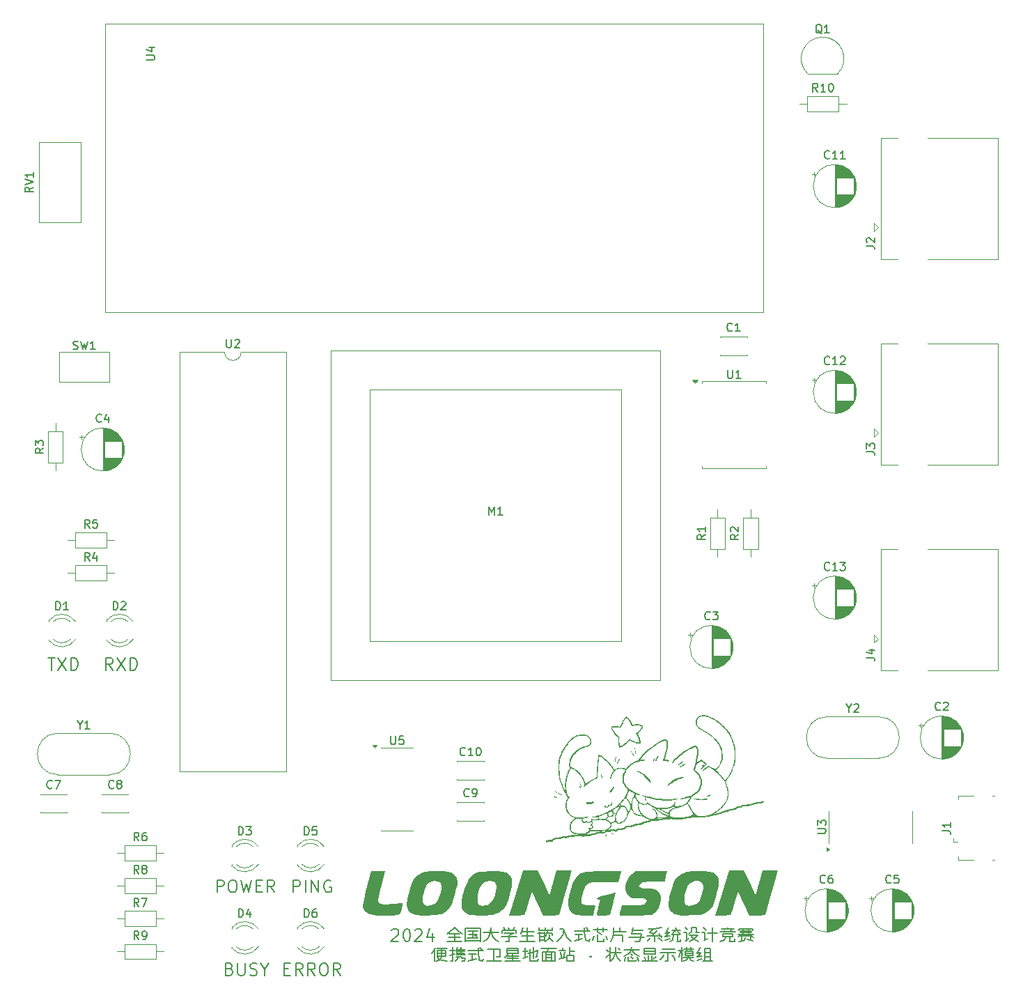
<source format=gbr>
%TF.GenerationSoftware,KiCad,Pcbnew,8.0.3*%
%TF.CreationDate,2024-06-21T15:41:33+08:00*%
%TF.ProjectId,pcb,7063622e-6b69-4636-9164-5f7063625858,rev?*%
%TF.SameCoordinates,Original*%
%TF.FileFunction,Legend,Top*%
%TF.FilePolarity,Positive*%
%FSLAX46Y46*%
G04 Gerber Fmt 4.6, Leading zero omitted, Abs format (unit mm)*
G04 Created by KiCad (PCBNEW 8.0.3) date 2024-06-21 15:41:33*
%MOMM*%
%LPD*%
G01*
G04 APERTURE LIST*
%ADD10C,0.187500*%
%ADD11C,0.150000*%
%ADD12C,0.120000*%
%ADD13C,0.000000*%
G04 APERTURE END LIST*
D10*
X90664285Y-155120964D02*
X90878571Y-155192392D01*
X90878571Y-155192392D02*
X90950000Y-155263821D01*
X90950000Y-155263821D02*
X91021428Y-155406678D01*
X91021428Y-155406678D02*
X91021428Y-155620964D01*
X91021428Y-155620964D02*
X90950000Y-155763821D01*
X90950000Y-155763821D02*
X90878571Y-155835250D01*
X90878571Y-155835250D02*
X90735714Y-155906678D01*
X90735714Y-155906678D02*
X90164285Y-155906678D01*
X90164285Y-155906678D02*
X90164285Y-154406678D01*
X90164285Y-154406678D02*
X90664285Y-154406678D01*
X90664285Y-154406678D02*
X90807143Y-154478107D01*
X90807143Y-154478107D02*
X90878571Y-154549535D01*
X90878571Y-154549535D02*
X90950000Y-154692392D01*
X90950000Y-154692392D02*
X90950000Y-154835250D01*
X90950000Y-154835250D02*
X90878571Y-154978107D01*
X90878571Y-154978107D02*
X90807143Y-155049535D01*
X90807143Y-155049535D02*
X90664285Y-155120964D01*
X90664285Y-155120964D02*
X90164285Y-155120964D01*
X91664285Y-154406678D02*
X91664285Y-155620964D01*
X91664285Y-155620964D02*
X91735714Y-155763821D01*
X91735714Y-155763821D02*
X91807143Y-155835250D01*
X91807143Y-155835250D02*
X91950000Y-155906678D01*
X91950000Y-155906678D02*
X92235714Y-155906678D01*
X92235714Y-155906678D02*
X92378571Y-155835250D01*
X92378571Y-155835250D02*
X92450000Y-155763821D01*
X92450000Y-155763821D02*
X92521428Y-155620964D01*
X92521428Y-155620964D02*
X92521428Y-154406678D01*
X93164286Y-155835250D02*
X93378572Y-155906678D01*
X93378572Y-155906678D02*
X93735714Y-155906678D01*
X93735714Y-155906678D02*
X93878572Y-155835250D01*
X93878572Y-155835250D02*
X93950000Y-155763821D01*
X93950000Y-155763821D02*
X94021429Y-155620964D01*
X94021429Y-155620964D02*
X94021429Y-155478107D01*
X94021429Y-155478107D02*
X93950000Y-155335250D01*
X93950000Y-155335250D02*
X93878572Y-155263821D01*
X93878572Y-155263821D02*
X93735714Y-155192392D01*
X93735714Y-155192392D02*
X93450000Y-155120964D01*
X93450000Y-155120964D02*
X93307143Y-155049535D01*
X93307143Y-155049535D02*
X93235714Y-154978107D01*
X93235714Y-154978107D02*
X93164286Y-154835250D01*
X93164286Y-154835250D02*
X93164286Y-154692392D01*
X93164286Y-154692392D02*
X93235714Y-154549535D01*
X93235714Y-154549535D02*
X93307143Y-154478107D01*
X93307143Y-154478107D02*
X93450000Y-154406678D01*
X93450000Y-154406678D02*
X93807143Y-154406678D01*
X93807143Y-154406678D02*
X94021429Y-154478107D01*
X94950000Y-155192392D02*
X94950000Y-155906678D01*
X94450000Y-154406678D02*
X94950000Y-155192392D01*
X94950000Y-155192392D02*
X95450000Y-154406678D01*
X76500000Y-118806678D02*
X76000000Y-118092392D01*
X75642857Y-118806678D02*
X75642857Y-117306678D01*
X75642857Y-117306678D02*
X76214286Y-117306678D01*
X76214286Y-117306678D02*
X76357143Y-117378107D01*
X76357143Y-117378107D02*
X76428572Y-117449535D01*
X76428572Y-117449535D02*
X76500000Y-117592392D01*
X76500000Y-117592392D02*
X76500000Y-117806678D01*
X76500000Y-117806678D02*
X76428572Y-117949535D01*
X76428572Y-117949535D02*
X76357143Y-118020964D01*
X76357143Y-118020964D02*
X76214286Y-118092392D01*
X76214286Y-118092392D02*
X75642857Y-118092392D01*
X77000000Y-117306678D02*
X78000000Y-118806678D01*
X78000000Y-117306678D02*
X77000000Y-118806678D01*
X78571428Y-118806678D02*
X78571428Y-117306678D01*
X78571428Y-117306678D02*
X78928571Y-117306678D01*
X78928571Y-117306678D02*
X79142857Y-117378107D01*
X79142857Y-117378107D02*
X79285714Y-117520964D01*
X79285714Y-117520964D02*
X79357143Y-117663821D01*
X79357143Y-117663821D02*
X79428571Y-117949535D01*
X79428571Y-117949535D02*
X79428571Y-118163821D01*
X79428571Y-118163821D02*
X79357143Y-118449535D01*
X79357143Y-118449535D02*
X79285714Y-118592392D01*
X79285714Y-118592392D02*
X79142857Y-118735250D01*
X79142857Y-118735250D02*
X78928571Y-118806678D01*
X78928571Y-118806678D02*
X78571428Y-118806678D01*
X97342856Y-155120964D02*
X97842856Y-155120964D01*
X98057142Y-155906678D02*
X97342856Y-155906678D01*
X97342856Y-155906678D02*
X97342856Y-154406678D01*
X97342856Y-154406678D02*
X98057142Y-154406678D01*
X99557142Y-155906678D02*
X99057142Y-155192392D01*
X98699999Y-155906678D02*
X98699999Y-154406678D01*
X98699999Y-154406678D02*
X99271428Y-154406678D01*
X99271428Y-154406678D02*
X99414285Y-154478107D01*
X99414285Y-154478107D02*
X99485714Y-154549535D01*
X99485714Y-154549535D02*
X99557142Y-154692392D01*
X99557142Y-154692392D02*
X99557142Y-154906678D01*
X99557142Y-154906678D02*
X99485714Y-155049535D01*
X99485714Y-155049535D02*
X99414285Y-155120964D01*
X99414285Y-155120964D02*
X99271428Y-155192392D01*
X99271428Y-155192392D02*
X98699999Y-155192392D01*
X101057142Y-155906678D02*
X100557142Y-155192392D01*
X100199999Y-155906678D02*
X100199999Y-154406678D01*
X100199999Y-154406678D02*
X100771428Y-154406678D01*
X100771428Y-154406678D02*
X100914285Y-154478107D01*
X100914285Y-154478107D02*
X100985714Y-154549535D01*
X100985714Y-154549535D02*
X101057142Y-154692392D01*
X101057142Y-154692392D02*
X101057142Y-154906678D01*
X101057142Y-154906678D02*
X100985714Y-155049535D01*
X100985714Y-155049535D02*
X100914285Y-155120964D01*
X100914285Y-155120964D02*
X100771428Y-155192392D01*
X100771428Y-155192392D02*
X100199999Y-155192392D01*
X101985714Y-154406678D02*
X102271428Y-154406678D01*
X102271428Y-154406678D02*
X102414285Y-154478107D01*
X102414285Y-154478107D02*
X102557142Y-154620964D01*
X102557142Y-154620964D02*
X102628571Y-154906678D01*
X102628571Y-154906678D02*
X102628571Y-155406678D01*
X102628571Y-155406678D02*
X102557142Y-155692392D01*
X102557142Y-155692392D02*
X102414285Y-155835250D01*
X102414285Y-155835250D02*
X102271428Y-155906678D01*
X102271428Y-155906678D02*
X101985714Y-155906678D01*
X101985714Y-155906678D02*
X101842857Y-155835250D01*
X101842857Y-155835250D02*
X101699999Y-155692392D01*
X101699999Y-155692392D02*
X101628571Y-155406678D01*
X101628571Y-155406678D02*
X101628571Y-154906678D01*
X101628571Y-154906678D02*
X101699999Y-154620964D01*
X101699999Y-154620964D02*
X101842857Y-154478107D01*
X101842857Y-154478107D02*
X101985714Y-154406678D01*
X104128571Y-155906678D02*
X103628571Y-155192392D01*
X103271428Y-155906678D02*
X103271428Y-154406678D01*
X103271428Y-154406678D02*
X103842857Y-154406678D01*
X103842857Y-154406678D02*
X103985714Y-154478107D01*
X103985714Y-154478107D02*
X104057143Y-154549535D01*
X104057143Y-154549535D02*
X104128571Y-154692392D01*
X104128571Y-154692392D02*
X104128571Y-154906678D01*
X104128571Y-154906678D02*
X104057143Y-155049535D01*
X104057143Y-155049535D02*
X103985714Y-155120964D01*
X103985714Y-155120964D02*
X103842857Y-155192392D01*
X103842857Y-155192392D02*
X103271428Y-155192392D01*
X110365713Y-150414619D02*
X110437141Y-150343191D01*
X110437141Y-150343191D02*
X110579999Y-150271762D01*
X110579999Y-150271762D02*
X110937141Y-150271762D01*
X110937141Y-150271762D02*
X111079999Y-150343191D01*
X111079999Y-150343191D02*
X111151427Y-150414619D01*
X111151427Y-150414619D02*
X111222856Y-150557476D01*
X111222856Y-150557476D02*
X111222856Y-150700334D01*
X111222856Y-150700334D02*
X111151427Y-150914619D01*
X111151427Y-150914619D02*
X110294284Y-151771762D01*
X110294284Y-151771762D02*
X111222856Y-151771762D01*
X112151427Y-150271762D02*
X112294284Y-150271762D01*
X112294284Y-150271762D02*
X112437141Y-150343191D01*
X112437141Y-150343191D02*
X112508570Y-150414619D01*
X112508570Y-150414619D02*
X112579998Y-150557476D01*
X112579998Y-150557476D02*
X112651427Y-150843191D01*
X112651427Y-150843191D02*
X112651427Y-151200334D01*
X112651427Y-151200334D02*
X112579998Y-151486048D01*
X112579998Y-151486048D02*
X112508570Y-151628905D01*
X112508570Y-151628905D02*
X112437141Y-151700334D01*
X112437141Y-151700334D02*
X112294284Y-151771762D01*
X112294284Y-151771762D02*
X112151427Y-151771762D01*
X112151427Y-151771762D02*
X112008570Y-151700334D01*
X112008570Y-151700334D02*
X111937141Y-151628905D01*
X111937141Y-151628905D02*
X111865712Y-151486048D01*
X111865712Y-151486048D02*
X111794284Y-151200334D01*
X111794284Y-151200334D02*
X111794284Y-150843191D01*
X111794284Y-150843191D02*
X111865712Y-150557476D01*
X111865712Y-150557476D02*
X111937141Y-150414619D01*
X111937141Y-150414619D02*
X112008570Y-150343191D01*
X112008570Y-150343191D02*
X112151427Y-150271762D01*
X113222855Y-150414619D02*
X113294283Y-150343191D01*
X113294283Y-150343191D02*
X113437141Y-150271762D01*
X113437141Y-150271762D02*
X113794283Y-150271762D01*
X113794283Y-150271762D02*
X113937141Y-150343191D01*
X113937141Y-150343191D02*
X114008569Y-150414619D01*
X114008569Y-150414619D02*
X114079998Y-150557476D01*
X114079998Y-150557476D02*
X114079998Y-150700334D01*
X114079998Y-150700334D02*
X114008569Y-150914619D01*
X114008569Y-150914619D02*
X113151426Y-151771762D01*
X113151426Y-151771762D02*
X114079998Y-151771762D01*
X115365712Y-150771762D02*
X115365712Y-151771762D01*
X115008569Y-150200334D02*
X114651426Y-151271762D01*
X114651426Y-151271762D02*
X115579997Y-151271762D01*
X117365711Y-150843191D02*
X118651425Y-150843191D01*
X117294282Y-151271762D02*
X118722854Y-151271762D01*
X117151425Y-151771762D02*
X118865711Y-151771762D01*
X118008568Y-150843191D02*
X118008568Y-151771762D01*
X117365711Y-150700334D02*
X117079997Y-150843191D01*
X118008568Y-150057476D02*
X117365711Y-150700334D01*
X118008568Y-150057476D02*
X118579997Y-150628905D01*
X118579997Y-150628905D02*
X118937140Y-150843191D01*
X119651426Y-150486048D02*
X120865711Y-150486048D01*
X119722854Y-150914619D02*
X120794283Y-150914619D01*
X119579997Y-151343191D02*
X120865711Y-151343191D01*
X119294283Y-151700334D02*
X121151426Y-151700334D01*
X119294283Y-150200334D02*
X119294283Y-151771762D01*
X120222854Y-150486048D02*
X120222854Y-151343191D01*
X119294283Y-150200334D02*
X121151426Y-150200334D01*
X121151426Y-150200334D02*
X121151426Y-151771762D01*
X120508568Y-151057476D02*
X120722854Y-151200334D01*
X121508569Y-150700334D02*
X123365712Y-150700334D01*
X122437140Y-150057476D02*
X122437140Y-150628905D01*
X122437140Y-150628905D02*
X122722854Y-151271762D01*
X122722854Y-151271762D02*
X123079997Y-151628905D01*
X123079997Y-151628905D02*
X123365712Y-151771762D01*
X122365712Y-150771762D02*
X122151426Y-151343191D01*
X122151426Y-151343191D02*
X121865712Y-151628905D01*
X121865712Y-151628905D02*
X121508569Y-151771762D01*
X122437140Y-150200334D02*
X122294283Y-151057476D01*
X123722855Y-151200334D02*
X125579998Y-151200334D01*
X124222855Y-151771762D02*
X124651426Y-151771762D01*
X123794283Y-150414619D02*
X123794283Y-150771762D01*
X124651426Y-151057476D02*
X124651426Y-151771762D01*
X123794283Y-150414619D02*
X125508569Y-150414619D01*
X125508569Y-150414619D02*
X125508569Y-150771762D01*
X123937140Y-150128905D02*
X124151426Y-150343191D01*
X125365712Y-150128905D02*
X125079998Y-150414619D01*
X124579998Y-150057476D02*
X124651426Y-150343191D01*
X124079998Y-150771762D02*
X125222855Y-150771762D01*
X125222855Y-150771762D02*
X124651426Y-150986048D01*
X126222855Y-150557476D02*
X127722855Y-150557476D01*
X126151426Y-151128905D02*
X127651426Y-151128905D01*
X125937141Y-151771762D02*
X127794284Y-151771762D01*
X126865712Y-150057476D02*
X126865712Y-151771762D01*
X126365712Y-150128905D02*
X126079998Y-150843191D01*
X128294284Y-150414619D02*
X129865712Y-150414619D01*
X128151427Y-150771762D02*
X129079998Y-150771762D01*
X128365712Y-151200334D02*
X128937141Y-151200334D01*
X128365712Y-151628905D02*
X128937141Y-151628905D01*
X128294284Y-150128905D02*
X128294284Y-150414619D01*
X128365712Y-150557476D02*
X128365712Y-151771762D01*
X128937141Y-150557476D02*
X128937141Y-151700334D01*
X129079998Y-150057476D02*
X129079998Y-150414619D01*
X129865712Y-150128905D02*
X129865712Y-150414619D01*
X129294284Y-150771762D02*
X129937141Y-150771762D01*
X129937141Y-150771762D02*
X129865712Y-151057476D01*
X129294284Y-150486048D02*
X129151427Y-151128905D01*
X129579998Y-150914619D02*
X129579998Y-151200334D01*
X129579998Y-151200334D02*
X129437141Y-151486048D01*
X129437141Y-151486048D02*
X129079998Y-151771762D01*
X129579998Y-151271762D02*
X129651427Y-151486048D01*
X129651427Y-151486048D02*
X130008570Y-151771762D01*
X130794284Y-150271762D02*
X131294284Y-150271762D01*
X131294284Y-150271762D02*
X131437141Y-150700334D01*
X131437141Y-150700334D02*
X131651427Y-151271762D01*
X131651427Y-151271762D02*
X132151427Y-151771762D01*
X131294284Y-150414619D02*
X131222856Y-150843191D01*
X131222856Y-150843191D02*
X131008570Y-151271762D01*
X131008570Y-151271762D02*
X130508570Y-151771762D01*
X132579999Y-150486048D02*
X134437142Y-150486048D01*
X132651427Y-150914619D02*
X133579999Y-150914619D01*
X133079999Y-150914619D02*
X133079999Y-151628905D01*
X134008570Y-150128905D02*
X134222856Y-150343191D01*
X133579999Y-151486048D02*
X132579999Y-151700334D01*
X133794284Y-150128905D02*
X133794284Y-150628905D01*
X133794284Y-150628905D02*
X133937142Y-151628905D01*
X133937142Y-151628905D02*
X134365713Y-151771762D01*
X134365713Y-151771762D02*
X134437142Y-151486048D01*
X134865713Y-150343191D02*
X136579999Y-150343191D01*
X135365713Y-151771762D02*
X136151428Y-151771762D01*
X135365713Y-150914619D02*
X135365713Y-151771762D01*
X135365713Y-150057476D02*
X135365713Y-150628905D01*
X136079999Y-150057476D02*
X136079999Y-150628905D01*
X136151428Y-151486048D02*
X136151428Y-151771762D01*
X136437142Y-151128905D02*
X136579999Y-151557476D01*
X135508570Y-150700334D02*
X135937142Y-150914619D01*
X135008570Y-151128905D02*
X134794285Y-151628905D01*
X137365714Y-150628905D02*
X138865714Y-150628905D01*
X138151428Y-150057476D02*
X138151428Y-150557476D01*
X137365714Y-150128905D02*
X137365714Y-150843191D01*
X137365714Y-150843191D02*
X137222856Y-151271762D01*
X137222856Y-151271762D02*
X137008571Y-151771762D01*
X137294285Y-151057476D02*
X138437142Y-151057476D01*
X138437142Y-151057476D02*
X138437142Y-151771762D01*
X139722857Y-150414619D02*
X140865714Y-150414619D01*
X139222857Y-151271762D02*
X141080000Y-151271762D01*
X139937142Y-151771762D02*
X140508571Y-151771762D01*
X139722857Y-150057476D02*
X139580000Y-150843191D01*
X139580000Y-150843191D02*
X140722857Y-150843191D01*
X140722857Y-150843191D02*
X140580000Y-151700334D01*
X141437143Y-151128905D02*
X143151428Y-151128905D01*
X142365714Y-151128905D02*
X142365714Y-151771762D01*
X142794286Y-151343191D02*
X142937143Y-151414619D01*
X142937143Y-151414619D02*
X143294286Y-151700334D01*
X142865714Y-150843191D02*
X143222857Y-151271762D01*
X141865714Y-151343191D02*
X141508571Y-151700334D01*
X143151428Y-150128905D02*
X142222857Y-150271762D01*
X142222857Y-150271762D02*
X141580000Y-150271762D01*
X142151428Y-150271762D02*
X141794286Y-150700334D01*
X141794286Y-150700334D02*
X142222857Y-150843191D01*
X142722857Y-150414619D02*
X142008571Y-151128905D01*
X144437143Y-150414619D02*
X145508572Y-150414619D01*
X144865714Y-150914619D02*
X145365714Y-150914619D01*
X144437143Y-150914619D02*
X145080000Y-150914619D01*
X145080000Y-151771762D02*
X145508572Y-151771762D01*
X145151429Y-150986048D02*
X145151429Y-151771762D01*
X145508572Y-151557476D02*
X145437143Y-151771762D01*
X145151429Y-150628905D02*
X145437143Y-150843191D01*
X143865714Y-150486048D02*
X143722857Y-150771762D01*
X144222857Y-150557476D02*
X144080000Y-150771762D01*
X144080000Y-150771762D02*
X143651429Y-151200334D01*
X144937143Y-150414619D02*
X144722857Y-150628905D01*
X144722857Y-150628905D02*
X144437143Y-150914619D01*
X144865714Y-150057476D02*
X144937143Y-150343191D01*
X144080000Y-150057476D02*
X143794286Y-150628905D01*
X144508572Y-151628905D02*
X144222857Y-151771762D01*
X144651429Y-151057476D02*
X144580000Y-151557476D01*
X144151429Y-150700334D02*
X143651429Y-150771762D01*
X144222857Y-151128905D02*
X143651429Y-151200334D01*
X144222857Y-151486048D02*
X143651429Y-151628905D01*
X147365715Y-150700334D02*
X147722858Y-150700334D01*
X145865715Y-150700334D02*
X146222858Y-150700334D01*
X146222858Y-150700334D02*
X146222858Y-151700334D01*
X146865715Y-150128905D02*
X147437143Y-150128905D01*
X147437143Y-150128905D02*
X147437143Y-150700334D01*
X146080000Y-150128905D02*
X146294286Y-150343191D01*
X146794286Y-150557476D02*
X146508572Y-150843191D01*
X146722858Y-150986048D02*
X146794286Y-151200334D01*
X146794286Y-151200334D02*
X147151429Y-151557476D01*
X147151429Y-151557476D02*
X147651429Y-151771762D01*
X146508572Y-151486048D02*
X146080000Y-151700334D01*
X146580000Y-150986048D02*
X147580000Y-150986048D01*
X147580000Y-150986048D02*
X147437143Y-151200334D01*
X147437143Y-151200334D02*
X147151429Y-151486048D01*
X147151429Y-151486048D02*
X146580000Y-151771762D01*
X146865715Y-150128905D02*
X146794286Y-150628905D01*
X148794286Y-150771762D02*
X149937144Y-150771762D01*
X148080001Y-150700334D02*
X148437144Y-150700334D01*
X148437144Y-150700334D02*
X148437144Y-151628905D01*
X149365715Y-150057476D02*
X149365715Y-151771762D01*
X148294286Y-150128905D02*
X148580001Y-150414619D01*
X148794286Y-151486048D02*
X148365715Y-151628905D01*
X150437144Y-150271762D02*
X152008572Y-150271762D01*
X150294287Y-150628905D02*
X152151430Y-150628905D01*
X150651430Y-151200334D02*
X151865715Y-151200334D01*
X151437144Y-151771762D02*
X152080001Y-151771762D01*
X150651430Y-150843191D02*
X150651430Y-151200334D01*
X151508572Y-151200334D02*
X151508572Y-151771762D01*
X150651430Y-150843191D02*
X151865715Y-150843191D01*
X151865715Y-150843191D02*
X151865715Y-151200334D01*
X152080001Y-151486048D02*
X152080001Y-151771762D01*
X150794287Y-150414619D02*
X150865715Y-150628905D01*
X151222858Y-150057476D02*
X151222858Y-150271762D01*
X151651430Y-150343191D02*
X151580001Y-150628905D01*
X151008572Y-151271762D02*
X150794287Y-151628905D01*
X150794287Y-151628905D02*
X150294287Y-151771762D01*
X152722858Y-150486048D02*
X154151430Y-150486048D01*
X152794287Y-150700334D02*
X154080001Y-150700334D01*
X152508573Y-150914619D02*
X154365716Y-150914619D01*
X152580001Y-150271762D02*
X152580001Y-150414619D01*
X152937144Y-151057476D02*
X152937144Y-151557476D01*
X152794287Y-151128905D02*
X154008573Y-151128905D01*
X154008573Y-151128905D02*
X154008573Y-151557476D01*
X152580001Y-150271762D02*
X154294287Y-150271762D01*
X154294287Y-150271762D02*
X154294287Y-150414619D01*
X153794287Y-150343191D02*
X153794287Y-150914619D01*
X153794287Y-150914619D02*
X153937144Y-151057476D01*
X153937144Y-151057476D02*
X154365716Y-151271762D01*
X153080001Y-150343191D02*
X153080001Y-150914619D01*
X153080001Y-150914619D02*
X152937144Y-151057476D01*
X152937144Y-151057476D02*
X152508573Y-151200334D01*
X153580001Y-151557476D02*
X154294287Y-151700334D01*
X153437144Y-151271762D02*
X153365716Y-151486048D01*
X153365716Y-151486048D02*
X153151430Y-151700334D01*
X153151430Y-151700334D02*
X152580001Y-151771762D01*
X115829998Y-152615250D02*
X117115713Y-152615250D01*
X115901427Y-153186678D02*
X116972855Y-153186678D01*
X115901427Y-153543821D02*
X116972855Y-153543821D01*
X115615713Y-152829535D02*
X115615713Y-154186678D01*
X115901427Y-152900964D02*
X115901427Y-153543821D01*
X115901427Y-152900964D02*
X116972855Y-152900964D01*
X116972855Y-152900964D02*
X116972855Y-153543821D01*
X115901427Y-153686678D02*
X116115713Y-153900964D01*
X116115713Y-153900964D02*
X116401427Y-154043821D01*
X116401427Y-154043821D02*
X117115713Y-154186678D01*
X115687141Y-152543821D02*
X115544284Y-152900964D01*
X115544284Y-152900964D02*
X115258570Y-153258107D01*
X116472855Y-152615250D02*
X116472855Y-153472392D01*
X116472855Y-153472392D02*
X116401427Y-153758107D01*
X116401427Y-153758107D02*
X116187141Y-154043821D01*
X116187141Y-154043821D02*
X115758570Y-154186678D01*
X118258570Y-152758107D02*
X119329999Y-152758107D01*
X117472856Y-152900964D02*
X118044284Y-152900964D01*
X118329999Y-152972392D02*
X119258570Y-152972392D01*
X118329999Y-153186678D02*
X119258570Y-153186678D01*
X118329999Y-153400964D02*
X119329999Y-153400964D01*
X117544284Y-154186678D02*
X117758570Y-154186678D01*
X118901427Y-154186678D02*
X119258570Y-154186678D01*
X117829999Y-152472392D02*
X117829999Y-154186678D01*
X118329999Y-152686678D02*
X118329999Y-153400964D01*
X118829999Y-152615250D02*
X118829999Y-153400964D01*
X118401427Y-152472392D02*
X118187141Y-152900964D01*
X118829999Y-152472392D02*
X118758570Y-152758107D01*
X118187141Y-153615250D02*
X118901427Y-153615250D01*
X118901427Y-153615250D02*
X118901427Y-153829535D01*
X118901427Y-153829535D02*
X119329999Y-153829535D01*
X119329999Y-153829535D02*
X119258570Y-154186678D01*
X118044284Y-153329535D02*
X117472856Y-153472392D01*
X118472856Y-153615250D02*
X118401427Y-153900964D01*
X118401427Y-153900964D02*
X118115713Y-154186678D01*
X119687142Y-152900964D02*
X121544285Y-152900964D01*
X119758570Y-153329535D02*
X120687142Y-153329535D01*
X120187142Y-153329535D02*
X120187142Y-154043821D01*
X121115713Y-152543821D02*
X121329999Y-152758107D01*
X120687142Y-153900964D02*
X119687142Y-154115250D01*
X120901427Y-152543821D02*
X120901427Y-153043821D01*
X120901427Y-153043821D02*
X121044285Y-154043821D01*
X121044285Y-154043821D02*
X121472856Y-154186678D01*
X121472856Y-154186678D02*
X121544285Y-153900964D01*
X123115713Y-153615250D02*
X123544285Y-153615250D01*
X121901428Y-154186678D02*
X123758571Y-154186678D01*
X122758571Y-152686678D02*
X122758571Y-154186678D01*
X122044285Y-152686678D02*
X123544285Y-152686678D01*
X123544285Y-152686678D02*
X123544285Y-153615250D01*
X124401428Y-152900964D02*
X125758571Y-152900964D01*
X124401428Y-153186678D02*
X125758571Y-153186678D01*
X124329999Y-153543821D02*
X125829999Y-153543821D01*
X124401428Y-153829535D02*
X125758571Y-153829535D01*
X124115714Y-154186678D02*
X125972857Y-154186678D01*
X124401428Y-152615250D02*
X124401428Y-153186678D01*
X125044285Y-153329535D02*
X125044285Y-154186678D01*
X124401428Y-152615250D02*
X125758571Y-152615250D01*
X125758571Y-152615250D02*
X125758571Y-153186678D01*
X124544285Y-153329535D02*
X124115714Y-153758107D01*
X126330000Y-152972392D02*
X126901428Y-152972392D01*
X127187143Y-154186678D02*
X128115714Y-154186678D01*
X126615714Y-152543821D02*
X126615714Y-153758107D01*
X127187143Y-152686678D02*
X127187143Y-154186678D01*
X127615714Y-152472392D02*
X127615714Y-153829535D01*
X128187143Y-153900964D02*
X128115714Y-154186678D01*
X126901428Y-153686678D02*
X126330000Y-153829535D01*
X128115714Y-152900964D02*
X127472857Y-153115250D01*
X127472857Y-153115250D02*
X126901428Y-153258107D01*
X128115714Y-152829535D02*
X128044285Y-153686678D01*
X128044285Y-153686678D02*
X127830000Y-153686678D01*
X128544286Y-152615250D02*
X130401429Y-152615250D01*
X129115714Y-153400964D02*
X129830000Y-153400964D01*
X129115714Y-153758107D02*
X129830000Y-153758107D01*
X128687143Y-154115250D02*
X130258571Y-154115250D01*
X128687143Y-153043821D02*
X128687143Y-154186678D01*
X129115714Y-153043821D02*
X129115714Y-154115250D01*
X129830000Y-153043821D02*
X129830000Y-154115250D01*
X128687143Y-153043821D02*
X130258571Y-153043821D01*
X130258571Y-153043821D02*
X130258571Y-154186678D01*
X129472857Y-152615250D02*
X129330000Y-152972392D01*
X130758572Y-152900964D02*
X131544286Y-152900964D01*
X132044286Y-152972392D02*
X132615715Y-152972392D01*
X131687143Y-154115250D02*
X132544286Y-154115250D01*
X131187143Y-152543821D02*
X131187143Y-152900964D01*
X131687143Y-153472392D02*
X131687143Y-154186678D01*
X132044286Y-152472392D02*
X132044286Y-153472392D01*
X131687143Y-153472392D02*
X132544286Y-153472392D01*
X132544286Y-153472392D02*
X132544286Y-154186678D01*
X131401429Y-153043821D02*
X131258572Y-153829535D01*
X131544286Y-153758107D02*
X130758572Y-153900964D01*
X130901429Y-153043821D02*
X130972857Y-153686678D01*
X134544286Y-153543821D02*
X134472858Y-153615250D01*
X134472858Y-153615250D02*
X134544286Y-153686678D01*
X134544286Y-153686678D02*
X134615715Y-153615250D01*
X134615715Y-153615250D02*
X134544286Y-153543821D01*
X134544286Y-153543821D02*
X134544286Y-153686678D01*
X137044286Y-153115250D02*
X138258572Y-153115250D01*
X136901429Y-152472392D02*
X136901429Y-154186678D01*
X136472857Y-152758107D02*
X136758572Y-153043821D01*
X137901429Y-152615250D02*
X138115714Y-152829535D01*
X136901429Y-153329535D02*
X136401429Y-153758107D01*
X137615714Y-152472392D02*
X137615714Y-153115250D01*
X137615714Y-153115250D02*
X137472857Y-153472392D01*
X137472857Y-153472392D02*
X137330000Y-153829535D01*
X137330000Y-153829535D02*
X137044286Y-154186678D01*
X137615714Y-153115250D02*
X137687143Y-153472392D01*
X137687143Y-153472392D02*
X137830000Y-153829535D01*
X137830000Y-153829535D02*
X138187143Y-154186678D01*
X138615715Y-152829535D02*
X140472858Y-152829535D01*
X139115715Y-154186678D02*
X140044286Y-154186678D01*
X139115715Y-153686678D02*
X139115715Y-154186678D01*
X139472858Y-153329535D02*
X139615715Y-153472392D01*
X139472858Y-153615250D02*
X139758572Y-153900964D01*
X140115715Y-153972392D02*
X140044286Y-154186678D01*
X140187143Y-153686678D02*
X140401429Y-154115250D01*
X139615715Y-152829535D02*
X139687143Y-153043821D01*
X139687143Y-153043821D02*
X139972858Y-153329535D01*
X139972858Y-153329535D02*
X140472858Y-153543821D01*
X138830000Y-153686678D02*
X138687143Y-154115250D01*
X139401429Y-153043821D02*
X139115715Y-153329535D01*
X139115715Y-153329535D02*
X138615715Y-153543821D01*
X139544286Y-152472392D02*
X139401429Y-153115250D01*
X141115715Y-152972392D02*
X142401429Y-152972392D01*
X141115715Y-153329535D02*
X142401429Y-153329535D01*
X140830001Y-154186678D02*
X142687144Y-154186678D01*
X141115715Y-152615250D02*
X141115715Y-153258107D01*
X141544286Y-153472392D02*
X141544286Y-154186678D01*
X141972858Y-153472392D02*
X141972858Y-154186678D01*
X141115715Y-152615250D02*
X142401429Y-152615250D01*
X142401429Y-152615250D02*
X142401429Y-153258107D01*
X142472858Y-153686678D02*
X142187144Y-153900964D01*
X141115715Y-153615250D02*
X141258572Y-153972392D01*
X143258572Y-152686678D02*
X144758572Y-152686678D01*
X143044287Y-153115250D02*
X144901430Y-153115250D01*
X143615715Y-154186678D02*
X143972858Y-154186678D01*
X143972858Y-153115250D02*
X143972858Y-154186678D01*
X144472858Y-153472392D02*
X144687144Y-153686678D01*
X144687144Y-153686678D02*
X144830001Y-154043821D01*
X143472858Y-153400964D02*
X143330001Y-153686678D01*
X143330001Y-153686678D02*
X143044287Y-153972392D01*
X145901430Y-152686678D02*
X147115716Y-152686678D01*
X145258573Y-152900964D02*
X145830001Y-152900964D01*
X146044287Y-153186678D02*
X146972858Y-153186678D01*
X146044287Y-153472392D02*
X146972858Y-153472392D01*
X145830001Y-153758107D02*
X147115716Y-153758107D01*
X145615716Y-152472392D02*
X145615716Y-154186678D01*
X146044287Y-152972392D02*
X146044287Y-153472392D01*
X146258573Y-152472392D02*
X146258573Y-152829535D01*
X146758573Y-152472392D02*
X146758573Y-152829535D01*
X146044287Y-152972392D02*
X146972858Y-152972392D01*
X146972858Y-152972392D02*
X146972858Y-153472392D01*
X145544287Y-152900964D02*
X145758573Y-153400964D01*
X146472858Y-153686678D02*
X146758573Y-154043821D01*
X146758573Y-154043821D02*
X147115716Y-154186678D01*
X145544287Y-152829535D02*
X145330001Y-153686678D01*
X146472858Y-153472392D02*
X146330001Y-153900964D01*
X146330001Y-153900964D02*
X146187144Y-154043821D01*
X146187144Y-154043821D02*
X145830001Y-154186678D01*
X148401430Y-153115250D02*
X149115716Y-153115250D01*
X148401430Y-153686678D02*
X149115716Y-153686678D01*
X148187144Y-154186678D02*
X149330002Y-154186678D01*
X148401430Y-152615250D02*
X148401430Y-154186678D01*
X148401430Y-152615250D02*
X149115716Y-152615250D01*
X149115716Y-152615250D02*
X149115716Y-154186678D01*
X147615716Y-152972392D02*
X147544287Y-153186678D01*
X148044287Y-153115250D02*
X147472859Y-153686678D01*
X147901430Y-152472392D02*
X147615716Y-153043821D01*
X148115716Y-153543821D02*
X147472859Y-153686678D01*
X148115716Y-153900964D02*
X147472859Y-154043821D01*
X147972859Y-153115250D02*
X147472859Y-153186678D01*
X68607143Y-117306678D02*
X69464286Y-117306678D01*
X69035714Y-118806678D02*
X69035714Y-117306678D01*
X69821428Y-117306678D02*
X70821428Y-118806678D01*
X70821428Y-117306678D02*
X69821428Y-118806678D01*
X71392856Y-118806678D02*
X71392856Y-117306678D01*
X71392856Y-117306678D02*
X71749999Y-117306678D01*
X71749999Y-117306678D02*
X71964285Y-117378107D01*
X71964285Y-117378107D02*
X72107142Y-117520964D01*
X72107142Y-117520964D02*
X72178571Y-117663821D01*
X72178571Y-117663821D02*
X72249999Y-117949535D01*
X72249999Y-117949535D02*
X72249999Y-118163821D01*
X72249999Y-118163821D02*
X72178571Y-118449535D01*
X72178571Y-118449535D02*
X72107142Y-118592392D01*
X72107142Y-118592392D02*
X71964285Y-118735250D01*
X71964285Y-118735250D02*
X71749999Y-118806678D01*
X71749999Y-118806678D02*
X71392856Y-118806678D01*
X98414285Y-145806678D02*
X98414285Y-144306678D01*
X98414285Y-144306678D02*
X98985714Y-144306678D01*
X98985714Y-144306678D02*
X99128571Y-144378107D01*
X99128571Y-144378107D02*
X99200000Y-144449535D01*
X99200000Y-144449535D02*
X99271428Y-144592392D01*
X99271428Y-144592392D02*
X99271428Y-144806678D01*
X99271428Y-144806678D02*
X99200000Y-144949535D01*
X99200000Y-144949535D02*
X99128571Y-145020964D01*
X99128571Y-145020964D02*
X98985714Y-145092392D01*
X98985714Y-145092392D02*
X98414285Y-145092392D01*
X99914285Y-145806678D02*
X99914285Y-144306678D01*
X100628571Y-145806678D02*
X100628571Y-144306678D01*
X100628571Y-144306678D02*
X101485714Y-145806678D01*
X101485714Y-145806678D02*
X101485714Y-144306678D01*
X102985715Y-144378107D02*
X102842858Y-144306678D01*
X102842858Y-144306678D02*
X102628572Y-144306678D01*
X102628572Y-144306678D02*
X102414286Y-144378107D01*
X102414286Y-144378107D02*
X102271429Y-144520964D01*
X102271429Y-144520964D02*
X102200000Y-144663821D01*
X102200000Y-144663821D02*
X102128572Y-144949535D01*
X102128572Y-144949535D02*
X102128572Y-145163821D01*
X102128572Y-145163821D02*
X102200000Y-145449535D01*
X102200000Y-145449535D02*
X102271429Y-145592392D01*
X102271429Y-145592392D02*
X102414286Y-145735250D01*
X102414286Y-145735250D02*
X102628572Y-145806678D01*
X102628572Y-145806678D02*
X102771429Y-145806678D01*
X102771429Y-145806678D02*
X102985715Y-145735250D01*
X102985715Y-145735250D02*
X103057143Y-145663821D01*
X103057143Y-145663821D02*
X103057143Y-145163821D01*
X103057143Y-145163821D02*
X102771429Y-145163821D01*
X89135713Y-145806678D02*
X89135713Y-144306678D01*
X89135713Y-144306678D02*
X89707142Y-144306678D01*
X89707142Y-144306678D02*
X89849999Y-144378107D01*
X89849999Y-144378107D02*
X89921428Y-144449535D01*
X89921428Y-144449535D02*
X89992856Y-144592392D01*
X89992856Y-144592392D02*
X89992856Y-144806678D01*
X89992856Y-144806678D02*
X89921428Y-144949535D01*
X89921428Y-144949535D02*
X89849999Y-145020964D01*
X89849999Y-145020964D02*
X89707142Y-145092392D01*
X89707142Y-145092392D02*
X89135713Y-145092392D01*
X90921428Y-144306678D02*
X91207142Y-144306678D01*
X91207142Y-144306678D02*
X91349999Y-144378107D01*
X91349999Y-144378107D02*
X91492856Y-144520964D01*
X91492856Y-144520964D02*
X91564285Y-144806678D01*
X91564285Y-144806678D02*
X91564285Y-145306678D01*
X91564285Y-145306678D02*
X91492856Y-145592392D01*
X91492856Y-145592392D02*
X91349999Y-145735250D01*
X91349999Y-145735250D02*
X91207142Y-145806678D01*
X91207142Y-145806678D02*
X90921428Y-145806678D01*
X90921428Y-145806678D02*
X90778571Y-145735250D01*
X90778571Y-145735250D02*
X90635713Y-145592392D01*
X90635713Y-145592392D02*
X90564285Y-145306678D01*
X90564285Y-145306678D02*
X90564285Y-144806678D01*
X90564285Y-144806678D02*
X90635713Y-144520964D01*
X90635713Y-144520964D02*
X90778571Y-144378107D01*
X90778571Y-144378107D02*
X90921428Y-144306678D01*
X92064285Y-144306678D02*
X92421428Y-145806678D01*
X92421428Y-145806678D02*
X92707142Y-144735250D01*
X92707142Y-144735250D02*
X92992857Y-145806678D01*
X92992857Y-145806678D02*
X93350000Y-144306678D01*
X93921428Y-145020964D02*
X94421428Y-145020964D01*
X94635714Y-145806678D02*
X93921428Y-145806678D01*
X93921428Y-145806678D02*
X93921428Y-144306678D01*
X93921428Y-144306678D02*
X94635714Y-144306678D01*
X96135714Y-145806678D02*
X95635714Y-145092392D01*
X95278571Y-145806678D02*
X95278571Y-144306678D01*
X95278571Y-144306678D02*
X95850000Y-144306678D01*
X95850000Y-144306678D02*
X95992857Y-144378107D01*
X95992857Y-144378107D02*
X96064286Y-144449535D01*
X96064286Y-144449535D02*
X96135714Y-144592392D01*
X96135714Y-144592392D02*
X96135714Y-144806678D01*
X96135714Y-144806678D02*
X96064286Y-144949535D01*
X96064286Y-144949535D02*
X95992857Y-145020964D01*
X95992857Y-145020964D02*
X95850000Y-145092392D01*
X95850000Y-145092392D02*
X95278571Y-145092392D01*
D11*
X163083333Y-144609580D02*
X163035714Y-144657200D01*
X163035714Y-144657200D02*
X162892857Y-144704819D01*
X162892857Y-144704819D02*
X162797619Y-144704819D01*
X162797619Y-144704819D02*
X162654762Y-144657200D01*
X162654762Y-144657200D02*
X162559524Y-144561961D01*
X162559524Y-144561961D02*
X162511905Y-144466723D01*
X162511905Y-144466723D02*
X162464286Y-144276247D01*
X162464286Y-144276247D02*
X162464286Y-144133390D01*
X162464286Y-144133390D02*
X162511905Y-143942914D01*
X162511905Y-143942914D02*
X162559524Y-143847676D01*
X162559524Y-143847676D02*
X162654762Y-143752438D01*
X162654762Y-143752438D02*
X162797619Y-143704819D01*
X162797619Y-143704819D02*
X162892857Y-143704819D01*
X162892857Y-143704819D02*
X163035714Y-143752438D01*
X163035714Y-143752438D02*
X163083333Y-143800057D01*
X163940476Y-143704819D02*
X163750000Y-143704819D01*
X163750000Y-143704819D02*
X163654762Y-143752438D01*
X163654762Y-143752438D02*
X163607143Y-143800057D01*
X163607143Y-143800057D02*
X163511905Y-143942914D01*
X163511905Y-143942914D02*
X163464286Y-144133390D01*
X163464286Y-144133390D02*
X163464286Y-144514342D01*
X163464286Y-144514342D02*
X163511905Y-144609580D01*
X163511905Y-144609580D02*
X163559524Y-144657200D01*
X163559524Y-144657200D02*
X163654762Y-144704819D01*
X163654762Y-144704819D02*
X163845238Y-144704819D01*
X163845238Y-144704819D02*
X163940476Y-144657200D01*
X163940476Y-144657200D02*
X163988095Y-144609580D01*
X163988095Y-144609580D02*
X164035714Y-144514342D01*
X164035714Y-144514342D02*
X164035714Y-144276247D01*
X164035714Y-144276247D02*
X163988095Y-144181009D01*
X163988095Y-144181009D02*
X163940476Y-144133390D01*
X163940476Y-144133390D02*
X163845238Y-144085771D01*
X163845238Y-144085771D02*
X163654762Y-144085771D01*
X163654762Y-144085771D02*
X163559524Y-144133390D01*
X163559524Y-144133390D02*
X163511905Y-144181009D01*
X163511905Y-144181009D02*
X163464286Y-144276247D01*
X152534819Y-102356666D02*
X152058628Y-102689999D01*
X152534819Y-102928094D02*
X151534819Y-102928094D01*
X151534819Y-102928094D02*
X151534819Y-102547142D01*
X151534819Y-102547142D02*
X151582438Y-102451904D01*
X151582438Y-102451904D02*
X151630057Y-102404285D01*
X151630057Y-102404285D02*
X151725295Y-102356666D01*
X151725295Y-102356666D02*
X151868152Y-102356666D01*
X151868152Y-102356666D02*
X151963390Y-102404285D01*
X151963390Y-102404285D02*
X152011009Y-102451904D01*
X152011009Y-102451904D02*
X152058628Y-102547142D01*
X152058628Y-102547142D02*
X152058628Y-102928094D01*
X151630057Y-101975713D02*
X151582438Y-101928094D01*
X151582438Y-101928094D02*
X151534819Y-101832856D01*
X151534819Y-101832856D02*
X151534819Y-101594761D01*
X151534819Y-101594761D02*
X151582438Y-101499523D01*
X151582438Y-101499523D02*
X151630057Y-101451904D01*
X151630057Y-101451904D02*
X151725295Y-101404285D01*
X151725295Y-101404285D02*
X151820533Y-101404285D01*
X151820533Y-101404285D02*
X151963390Y-101451904D01*
X151963390Y-101451904D02*
X152534819Y-102023332D01*
X152534819Y-102023332D02*
X152534819Y-101404285D01*
X171083333Y-144609580D02*
X171035714Y-144657200D01*
X171035714Y-144657200D02*
X170892857Y-144704819D01*
X170892857Y-144704819D02*
X170797619Y-144704819D01*
X170797619Y-144704819D02*
X170654762Y-144657200D01*
X170654762Y-144657200D02*
X170559524Y-144561961D01*
X170559524Y-144561961D02*
X170511905Y-144466723D01*
X170511905Y-144466723D02*
X170464286Y-144276247D01*
X170464286Y-144276247D02*
X170464286Y-144133390D01*
X170464286Y-144133390D02*
X170511905Y-143942914D01*
X170511905Y-143942914D02*
X170559524Y-143847676D01*
X170559524Y-143847676D02*
X170654762Y-143752438D01*
X170654762Y-143752438D02*
X170797619Y-143704819D01*
X170797619Y-143704819D02*
X170892857Y-143704819D01*
X170892857Y-143704819D02*
X171035714Y-143752438D01*
X171035714Y-143752438D02*
X171083333Y-143800057D01*
X171988095Y-143704819D02*
X171511905Y-143704819D01*
X171511905Y-143704819D02*
X171464286Y-144181009D01*
X171464286Y-144181009D02*
X171511905Y-144133390D01*
X171511905Y-144133390D02*
X171607143Y-144085771D01*
X171607143Y-144085771D02*
X171845238Y-144085771D01*
X171845238Y-144085771D02*
X171940476Y-144133390D01*
X171940476Y-144133390D02*
X171988095Y-144181009D01*
X171988095Y-144181009D02*
X172035714Y-144276247D01*
X172035714Y-144276247D02*
X172035714Y-144514342D01*
X172035714Y-144514342D02*
X171988095Y-144609580D01*
X171988095Y-144609580D02*
X171940476Y-144657200D01*
X171940476Y-144657200D02*
X171845238Y-144704819D01*
X171845238Y-144704819D02*
X171607143Y-144704819D01*
X171607143Y-144704819D02*
X171511905Y-144657200D01*
X171511905Y-144657200D02*
X171464286Y-144609580D01*
X76583333Y-133109580D02*
X76535714Y-133157200D01*
X76535714Y-133157200D02*
X76392857Y-133204819D01*
X76392857Y-133204819D02*
X76297619Y-133204819D01*
X76297619Y-133204819D02*
X76154762Y-133157200D01*
X76154762Y-133157200D02*
X76059524Y-133061961D01*
X76059524Y-133061961D02*
X76011905Y-132966723D01*
X76011905Y-132966723D02*
X75964286Y-132776247D01*
X75964286Y-132776247D02*
X75964286Y-132633390D01*
X75964286Y-132633390D02*
X76011905Y-132442914D01*
X76011905Y-132442914D02*
X76059524Y-132347676D01*
X76059524Y-132347676D02*
X76154762Y-132252438D01*
X76154762Y-132252438D02*
X76297619Y-132204819D01*
X76297619Y-132204819D02*
X76392857Y-132204819D01*
X76392857Y-132204819D02*
X76535714Y-132252438D01*
X76535714Y-132252438D02*
X76583333Y-132300057D01*
X77154762Y-132633390D02*
X77059524Y-132585771D01*
X77059524Y-132585771D02*
X77011905Y-132538152D01*
X77011905Y-132538152D02*
X76964286Y-132442914D01*
X76964286Y-132442914D02*
X76964286Y-132395295D01*
X76964286Y-132395295D02*
X77011905Y-132300057D01*
X77011905Y-132300057D02*
X77059524Y-132252438D01*
X77059524Y-132252438D02*
X77154762Y-132204819D01*
X77154762Y-132204819D02*
X77345238Y-132204819D01*
X77345238Y-132204819D02*
X77440476Y-132252438D01*
X77440476Y-132252438D02*
X77488095Y-132300057D01*
X77488095Y-132300057D02*
X77535714Y-132395295D01*
X77535714Y-132395295D02*
X77535714Y-132442914D01*
X77535714Y-132442914D02*
X77488095Y-132538152D01*
X77488095Y-132538152D02*
X77440476Y-132585771D01*
X77440476Y-132585771D02*
X77345238Y-132633390D01*
X77345238Y-132633390D02*
X77154762Y-132633390D01*
X77154762Y-132633390D02*
X77059524Y-132681009D01*
X77059524Y-132681009D02*
X77011905Y-132728628D01*
X77011905Y-132728628D02*
X76964286Y-132823866D01*
X76964286Y-132823866D02*
X76964286Y-133014342D01*
X76964286Y-133014342D02*
X77011905Y-133109580D01*
X77011905Y-133109580D02*
X77059524Y-133157200D01*
X77059524Y-133157200D02*
X77154762Y-133204819D01*
X77154762Y-133204819D02*
X77345238Y-133204819D01*
X77345238Y-133204819D02*
X77440476Y-133157200D01*
X77440476Y-133157200D02*
X77488095Y-133109580D01*
X77488095Y-133109580D02*
X77535714Y-133014342D01*
X77535714Y-133014342D02*
X77535714Y-132823866D01*
X77535714Y-132823866D02*
X77488095Y-132728628D01*
X77488095Y-132728628D02*
X77440476Y-132681009D01*
X77440476Y-132681009D02*
X77345238Y-132633390D01*
X162674761Y-41490057D02*
X162579523Y-41442438D01*
X162579523Y-41442438D02*
X162484285Y-41347200D01*
X162484285Y-41347200D02*
X162341428Y-41204342D01*
X162341428Y-41204342D02*
X162246190Y-41156723D01*
X162246190Y-41156723D02*
X162150952Y-41156723D01*
X162198571Y-41394819D02*
X162103333Y-41347200D01*
X162103333Y-41347200D02*
X162008095Y-41251961D01*
X162008095Y-41251961D02*
X161960476Y-41061485D01*
X161960476Y-41061485D02*
X161960476Y-40728152D01*
X161960476Y-40728152D02*
X162008095Y-40537676D01*
X162008095Y-40537676D02*
X162103333Y-40442438D01*
X162103333Y-40442438D02*
X162198571Y-40394819D01*
X162198571Y-40394819D02*
X162389047Y-40394819D01*
X162389047Y-40394819D02*
X162484285Y-40442438D01*
X162484285Y-40442438D02*
X162579523Y-40537676D01*
X162579523Y-40537676D02*
X162627142Y-40728152D01*
X162627142Y-40728152D02*
X162627142Y-41061485D01*
X162627142Y-41061485D02*
X162579523Y-41251961D01*
X162579523Y-41251961D02*
X162484285Y-41347200D01*
X162484285Y-41347200D02*
X162389047Y-41394819D01*
X162389047Y-41394819D02*
X162198571Y-41394819D01*
X163579523Y-41394819D02*
X163008095Y-41394819D01*
X163293809Y-41394819D02*
X163293809Y-40394819D01*
X163293809Y-40394819D02*
X163198571Y-40537676D01*
X163198571Y-40537676D02*
X163103333Y-40632914D01*
X163103333Y-40632914D02*
X163008095Y-40680533D01*
X91766905Y-148834819D02*
X91766905Y-147834819D01*
X91766905Y-147834819D02*
X92005000Y-147834819D01*
X92005000Y-147834819D02*
X92147857Y-147882438D01*
X92147857Y-147882438D02*
X92243095Y-147977676D01*
X92243095Y-147977676D02*
X92290714Y-148072914D01*
X92290714Y-148072914D02*
X92338333Y-148263390D01*
X92338333Y-148263390D02*
X92338333Y-148406247D01*
X92338333Y-148406247D02*
X92290714Y-148596723D01*
X92290714Y-148596723D02*
X92243095Y-148691961D01*
X92243095Y-148691961D02*
X92147857Y-148787200D01*
X92147857Y-148787200D02*
X92005000Y-148834819D01*
X92005000Y-148834819D02*
X91766905Y-148834819D01*
X93195476Y-148168152D02*
X93195476Y-148834819D01*
X92957381Y-147787200D02*
X92719286Y-148501485D01*
X92719286Y-148501485D02*
X93338333Y-148501485D01*
X69531905Y-111494819D02*
X69531905Y-110494819D01*
X69531905Y-110494819D02*
X69770000Y-110494819D01*
X69770000Y-110494819D02*
X69912857Y-110542438D01*
X69912857Y-110542438D02*
X70008095Y-110637676D01*
X70008095Y-110637676D02*
X70055714Y-110732914D01*
X70055714Y-110732914D02*
X70103333Y-110923390D01*
X70103333Y-110923390D02*
X70103333Y-111066247D01*
X70103333Y-111066247D02*
X70055714Y-111256723D01*
X70055714Y-111256723D02*
X70008095Y-111351961D01*
X70008095Y-111351961D02*
X69912857Y-111447200D01*
X69912857Y-111447200D02*
X69770000Y-111494819D01*
X69770000Y-111494819D02*
X69531905Y-111494819D01*
X71055714Y-111494819D02*
X70484286Y-111494819D01*
X70770000Y-111494819D02*
X70770000Y-110494819D01*
X70770000Y-110494819D02*
X70674762Y-110637676D01*
X70674762Y-110637676D02*
X70579524Y-110732914D01*
X70579524Y-110732914D02*
X70484286Y-110780533D01*
X79643333Y-143534819D02*
X79310000Y-143058628D01*
X79071905Y-143534819D02*
X79071905Y-142534819D01*
X79071905Y-142534819D02*
X79452857Y-142534819D01*
X79452857Y-142534819D02*
X79548095Y-142582438D01*
X79548095Y-142582438D02*
X79595714Y-142630057D01*
X79595714Y-142630057D02*
X79643333Y-142725295D01*
X79643333Y-142725295D02*
X79643333Y-142868152D01*
X79643333Y-142868152D02*
X79595714Y-142963390D01*
X79595714Y-142963390D02*
X79548095Y-143011009D01*
X79548095Y-143011009D02*
X79452857Y-143058628D01*
X79452857Y-143058628D02*
X79071905Y-143058628D01*
X80214762Y-142963390D02*
X80119524Y-142915771D01*
X80119524Y-142915771D02*
X80071905Y-142868152D01*
X80071905Y-142868152D02*
X80024286Y-142772914D01*
X80024286Y-142772914D02*
X80024286Y-142725295D01*
X80024286Y-142725295D02*
X80071905Y-142630057D01*
X80071905Y-142630057D02*
X80119524Y-142582438D01*
X80119524Y-142582438D02*
X80214762Y-142534819D01*
X80214762Y-142534819D02*
X80405238Y-142534819D01*
X80405238Y-142534819D02*
X80500476Y-142582438D01*
X80500476Y-142582438D02*
X80548095Y-142630057D01*
X80548095Y-142630057D02*
X80595714Y-142725295D01*
X80595714Y-142725295D02*
X80595714Y-142772914D01*
X80595714Y-142772914D02*
X80548095Y-142868152D01*
X80548095Y-142868152D02*
X80500476Y-142915771D01*
X80500476Y-142915771D02*
X80405238Y-142963390D01*
X80405238Y-142963390D02*
X80214762Y-142963390D01*
X80214762Y-142963390D02*
X80119524Y-143011009D01*
X80119524Y-143011009D02*
X80071905Y-143058628D01*
X80071905Y-143058628D02*
X80024286Y-143153866D01*
X80024286Y-143153866D02*
X80024286Y-143344342D01*
X80024286Y-143344342D02*
X80071905Y-143439580D01*
X80071905Y-143439580D02*
X80119524Y-143487200D01*
X80119524Y-143487200D02*
X80214762Y-143534819D01*
X80214762Y-143534819D02*
X80405238Y-143534819D01*
X80405238Y-143534819D02*
X80500476Y-143487200D01*
X80500476Y-143487200D02*
X80548095Y-143439580D01*
X80548095Y-143439580D02*
X80595714Y-143344342D01*
X80595714Y-143344342D02*
X80595714Y-143153866D01*
X80595714Y-143153866D02*
X80548095Y-143058628D01*
X80548095Y-143058628D02*
X80500476Y-143011009D01*
X80500476Y-143011009D02*
X80405238Y-142963390D01*
X79643333Y-147534819D02*
X79310000Y-147058628D01*
X79071905Y-147534819D02*
X79071905Y-146534819D01*
X79071905Y-146534819D02*
X79452857Y-146534819D01*
X79452857Y-146534819D02*
X79548095Y-146582438D01*
X79548095Y-146582438D02*
X79595714Y-146630057D01*
X79595714Y-146630057D02*
X79643333Y-146725295D01*
X79643333Y-146725295D02*
X79643333Y-146868152D01*
X79643333Y-146868152D02*
X79595714Y-146963390D01*
X79595714Y-146963390D02*
X79548095Y-147011009D01*
X79548095Y-147011009D02*
X79452857Y-147058628D01*
X79452857Y-147058628D02*
X79071905Y-147058628D01*
X79976667Y-146534819D02*
X80643333Y-146534819D01*
X80643333Y-146534819D02*
X80214762Y-147534819D01*
X168104819Y-67283333D02*
X168819104Y-67283333D01*
X168819104Y-67283333D02*
X168961961Y-67330952D01*
X168961961Y-67330952D02*
X169057200Y-67426190D01*
X169057200Y-67426190D02*
X169104819Y-67569047D01*
X169104819Y-67569047D02*
X169104819Y-67664285D01*
X168200057Y-66854761D02*
X168152438Y-66807142D01*
X168152438Y-66807142D02*
X168104819Y-66711904D01*
X168104819Y-66711904D02*
X168104819Y-66473809D01*
X168104819Y-66473809D02*
X168152438Y-66378571D01*
X168152438Y-66378571D02*
X168200057Y-66330952D01*
X168200057Y-66330952D02*
X168295295Y-66283333D01*
X168295295Y-66283333D02*
X168390533Y-66283333D01*
X168390533Y-66283333D02*
X168533390Y-66330952D01*
X168533390Y-66330952D02*
X169104819Y-66902380D01*
X169104819Y-66902380D02*
X169104819Y-66283333D01*
X73643333Y-101534819D02*
X73310000Y-101058628D01*
X73071905Y-101534819D02*
X73071905Y-100534819D01*
X73071905Y-100534819D02*
X73452857Y-100534819D01*
X73452857Y-100534819D02*
X73548095Y-100582438D01*
X73548095Y-100582438D02*
X73595714Y-100630057D01*
X73595714Y-100630057D02*
X73643333Y-100725295D01*
X73643333Y-100725295D02*
X73643333Y-100868152D01*
X73643333Y-100868152D02*
X73595714Y-100963390D01*
X73595714Y-100963390D02*
X73548095Y-101011009D01*
X73548095Y-101011009D02*
X73452857Y-101058628D01*
X73452857Y-101058628D02*
X73071905Y-101058628D01*
X74548095Y-100534819D02*
X74071905Y-100534819D01*
X74071905Y-100534819D02*
X74024286Y-101011009D01*
X74024286Y-101011009D02*
X74071905Y-100963390D01*
X74071905Y-100963390D02*
X74167143Y-100915771D01*
X74167143Y-100915771D02*
X74405238Y-100915771D01*
X74405238Y-100915771D02*
X74500476Y-100963390D01*
X74500476Y-100963390D02*
X74548095Y-101011009D01*
X74548095Y-101011009D02*
X74595714Y-101106247D01*
X74595714Y-101106247D02*
X74595714Y-101344342D01*
X74595714Y-101344342D02*
X74548095Y-101439580D01*
X74548095Y-101439580D02*
X74500476Y-101487200D01*
X74500476Y-101487200D02*
X74405238Y-101534819D01*
X74405238Y-101534819D02*
X74167143Y-101534819D01*
X74167143Y-101534819D02*
X74071905Y-101487200D01*
X74071905Y-101487200D02*
X74024286Y-101439580D01*
X80574819Y-44671904D02*
X81384342Y-44671904D01*
X81384342Y-44671904D02*
X81479580Y-44624285D01*
X81479580Y-44624285D02*
X81527200Y-44576666D01*
X81527200Y-44576666D02*
X81574819Y-44481428D01*
X81574819Y-44481428D02*
X81574819Y-44290952D01*
X81574819Y-44290952D02*
X81527200Y-44195714D01*
X81527200Y-44195714D02*
X81479580Y-44148095D01*
X81479580Y-44148095D02*
X81384342Y-44100476D01*
X81384342Y-44100476D02*
X80574819Y-44100476D01*
X80908152Y-43195714D02*
X81574819Y-43195714D01*
X80527200Y-43433809D02*
X81241485Y-43671904D01*
X81241485Y-43671904D02*
X81241485Y-43052857D01*
X177083333Y-123609580D02*
X177035714Y-123657200D01*
X177035714Y-123657200D02*
X176892857Y-123704819D01*
X176892857Y-123704819D02*
X176797619Y-123704819D01*
X176797619Y-123704819D02*
X176654762Y-123657200D01*
X176654762Y-123657200D02*
X176559524Y-123561961D01*
X176559524Y-123561961D02*
X176511905Y-123466723D01*
X176511905Y-123466723D02*
X176464286Y-123276247D01*
X176464286Y-123276247D02*
X176464286Y-123133390D01*
X176464286Y-123133390D02*
X176511905Y-122942914D01*
X176511905Y-122942914D02*
X176559524Y-122847676D01*
X176559524Y-122847676D02*
X176654762Y-122752438D01*
X176654762Y-122752438D02*
X176797619Y-122704819D01*
X176797619Y-122704819D02*
X176892857Y-122704819D01*
X176892857Y-122704819D02*
X177035714Y-122752438D01*
X177035714Y-122752438D02*
X177083333Y-122800057D01*
X177464286Y-122800057D02*
X177511905Y-122752438D01*
X177511905Y-122752438D02*
X177607143Y-122704819D01*
X177607143Y-122704819D02*
X177845238Y-122704819D01*
X177845238Y-122704819D02*
X177940476Y-122752438D01*
X177940476Y-122752438D02*
X177988095Y-122800057D01*
X177988095Y-122800057D02*
X178035714Y-122895295D01*
X178035714Y-122895295D02*
X178035714Y-122990533D01*
X178035714Y-122990533D02*
X177988095Y-123133390D01*
X177988095Y-123133390D02*
X177416667Y-123704819D01*
X177416667Y-123704819D02*
X178035714Y-123704819D01*
X162159819Y-138626904D02*
X162969342Y-138626904D01*
X162969342Y-138626904D02*
X163064580Y-138579285D01*
X163064580Y-138579285D02*
X163112200Y-138531666D01*
X163112200Y-138531666D02*
X163159819Y-138436428D01*
X163159819Y-138436428D02*
X163159819Y-138245952D01*
X163159819Y-138245952D02*
X163112200Y-138150714D01*
X163112200Y-138150714D02*
X163064580Y-138103095D01*
X163064580Y-138103095D02*
X162969342Y-138055476D01*
X162969342Y-138055476D02*
X162159819Y-138055476D01*
X162159819Y-137674523D02*
X162159819Y-137055476D01*
X162159819Y-137055476D02*
X162540771Y-137388809D01*
X162540771Y-137388809D02*
X162540771Y-137245952D01*
X162540771Y-137245952D02*
X162588390Y-137150714D01*
X162588390Y-137150714D02*
X162636009Y-137103095D01*
X162636009Y-137103095D02*
X162731247Y-137055476D01*
X162731247Y-137055476D02*
X162969342Y-137055476D01*
X162969342Y-137055476D02*
X163064580Y-137103095D01*
X163064580Y-137103095D02*
X163112200Y-137150714D01*
X163112200Y-137150714D02*
X163159819Y-137245952D01*
X163159819Y-137245952D02*
X163159819Y-137531666D01*
X163159819Y-137531666D02*
X163112200Y-137626904D01*
X163112200Y-137626904D02*
X163064580Y-137674523D01*
X76531905Y-111494819D02*
X76531905Y-110494819D01*
X76531905Y-110494819D02*
X76770000Y-110494819D01*
X76770000Y-110494819D02*
X76912857Y-110542438D01*
X76912857Y-110542438D02*
X77008095Y-110637676D01*
X77008095Y-110637676D02*
X77055714Y-110732914D01*
X77055714Y-110732914D02*
X77103333Y-110923390D01*
X77103333Y-110923390D02*
X77103333Y-111066247D01*
X77103333Y-111066247D02*
X77055714Y-111256723D01*
X77055714Y-111256723D02*
X77008095Y-111351961D01*
X77008095Y-111351961D02*
X76912857Y-111447200D01*
X76912857Y-111447200D02*
X76770000Y-111494819D01*
X76770000Y-111494819D02*
X76531905Y-111494819D01*
X77484286Y-110590057D02*
X77531905Y-110542438D01*
X77531905Y-110542438D02*
X77627143Y-110494819D01*
X77627143Y-110494819D02*
X77865238Y-110494819D01*
X77865238Y-110494819D02*
X77960476Y-110542438D01*
X77960476Y-110542438D02*
X78008095Y-110590057D01*
X78008095Y-110590057D02*
X78055714Y-110685295D01*
X78055714Y-110685295D02*
X78055714Y-110780533D01*
X78055714Y-110780533D02*
X78008095Y-110923390D01*
X78008095Y-110923390D02*
X77436667Y-111494819D01*
X77436667Y-111494819D02*
X78055714Y-111494819D01*
X163607142Y-81609580D02*
X163559523Y-81657200D01*
X163559523Y-81657200D02*
X163416666Y-81704819D01*
X163416666Y-81704819D02*
X163321428Y-81704819D01*
X163321428Y-81704819D02*
X163178571Y-81657200D01*
X163178571Y-81657200D02*
X163083333Y-81561961D01*
X163083333Y-81561961D02*
X163035714Y-81466723D01*
X163035714Y-81466723D02*
X162988095Y-81276247D01*
X162988095Y-81276247D02*
X162988095Y-81133390D01*
X162988095Y-81133390D02*
X163035714Y-80942914D01*
X163035714Y-80942914D02*
X163083333Y-80847676D01*
X163083333Y-80847676D02*
X163178571Y-80752438D01*
X163178571Y-80752438D02*
X163321428Y-80704819D01*
X163321428Y-80704819D02*
X163416666Y-80704819D01*
X163416666Y-80704819D02*
X163559523Y-80752438D01*
X163559523Y-80752438D02*
X163607142Y-80800057D01*
X164559523Y-81704819D02*
X163988095Y-81704819D01*
X164273809Y-81704819D02*
X164273809Y-80704819D01*
X164273809Y-80704819D02*
X164178571Y-80847676D01*
X164178571Y-80847676D02*
X164083333Y-80942914D01*
X164083333Y-80942914D02*
X163988095Y-80990533D01*
X164940476Y-80800057D02*
X164988095Y-80752438D01*
X164988095Y-80752438D02*
X165083333Y-80704819D01*
X165083333Y-80704819D02*
X165321428Y-80704819D01*
X165321428Y-80704819D02*
X165416666Y-80752438D01*
X165416666Y-80752438D02*
X165464285Y-80800057D01*
X165464285Y-80800057D02*
X165511904Y-80895295D01*
X165511904Y-80895295D02*
X165511904Y-80990533D01*
X165511904Y-80990533D02*
X165464285Y-81133390D01*
X165464285Y-81133390D02*
X164892857Y-81704819D01*
X164892857Y-81704819D02*
X165511904Y-81704819D01*
X69083333Y-133109580D02*
X69035714Y-133157200D01*
X69035714Y-133157200D02*
X68892857Y-133204819D01*
X68892857Y-133204819D02*
X68797619Y-133204819D01*
X68797619Y-133204819D02*
X68654762Y-133157200D01*
X68654762Y-133157200D02*
X68559524Y-133061961D01*
X68559524Y-133061961D02*
X68511905Y-132966723D01*
X68511905Y-132966723D02*
X68464286Y-132776247D01*
X68464286Y-132776247D02*
X68464286Y-132633390D01*
X68464286Y-132633390D02*
X68511905Y-132442914D01*
X68511905Y-132442914D02*
X68559524Y-132347676D01*
X68559524Y-132347676D02*
X68654762Y-132252438D01*
X68654762Y-132252438D02*
X68797619Y-132204819D01*
X68797619Y-132204819D02*
X68892857Y-132204819D01*
X68892857Y-132204819D02*
X69035714Y-132252438D01*
X69035714Y-132252438D02*
X69083333Y-132300057D01*
X69416667Y-132204819D02*
X70083333Y-132204819D01*
X70083333Y-132204819D02*
X69654762Y-133204819D01*
X72473809Y-125453628D02*
X72473809Y-125929819D01*
X72140476Y-124929819D02*
X72473809Y-125453628D01*
X72473809Y-125453628D02*
X72807142Y-124929819D01*
X73664285Y-125929819D02*
X73092857Y-125929819D01*
X73378571Y-125929819D02*
X73378571Y-124929819D01*
X73378571Y-124929819D02*
X73283333Y-125072676D01*
X73283333Y-125072676D02*
X73188095Y-125167914D01*
X73188095Y-125167914D02*
X73092857Y-125215533D01*
X110268095Y-126834819D02*
X110268095Y-127644342D01*
X110268095Y-127644342D02*
X110315714Y-127739580D01*
X110315714Y-127739580D02*
X110363333Y-127787200D01*
X110363333Y-127787200D02*
X110458571Y-127834819D01*
X110458571Y-127834819D02*
X110649047Y-127834819D01*
X110649047Y-127834819D02*
X110744285Y-127787200D01*
X110744285Y-127787200D02*
X110791904Y-127739580D01*
X110791904Y-127739580D02*
X110839523Y-127644342D01*
X110839523Y-127644342D02*
X110839523Y-126834819D01*
X111791904Y-126834819D02*
X111315714Y-126834819D01*
X111315714Y-126834819D02*
X111268095Y-127311009D01*
X111268095Y-127311009D02*
X111315714Y-127263390D01*
X111315714Y-127263390D02*
X111410952Y-127215771D01*
X111410952Y-127215771D02*
X111649047Y-127215771D01*
X111649047Y-127215771D02*
X111744285Y-127263390D01*
X111744285Y-127263390D02*
X111791904Y-127311009D01*
X111791904Y-127311009D02*
X111839523Y-127406247D01*
X111839523Y-127406247D02*
X111839523Y-127644342D01*
X111839523Y-127644342D02*
X111791904Y-127739580D01*
X111791904Y-127739580D02*
X111744285Y-127787200D01*
X111744285Y-127787200D02*
X111649047Y-127834819D01*
X111649047Y-127834819D02*
X111410952Y-127834819D01*
X111410952Y-127834819D02*
X111315714Y-127787200D01*
X111315714Y-127787200D02*
X111268095Y-127739580D01*
X99766905Y-138834819D02*
X99766905Y-137834819D01*
X99766905Y-137834819D02*
X100005000Y-137834819D01*
X100005000Y-137834819D02*
X100147857Y-137882438D01*
X100147857Y-137882438D02*
X100243095Y-137977676D01*
X100243095Y-137977676D02*
X100290714Y-138072914D01*
X100290714Y-138072914D02*
X100338333Y-138263390D01*
X100338333Y-138263390D02*
X100338333Y-138406247D01*
X100338333Y-138406247D02*
X100290714Y-138596723D01*
X100290714Y-138596723D02*
X100243095Y-138691961D01*
X100243095Y-138691961D02*
X100147857Y-138787200D01*
X100147857Y-138787200D02*
X100005000Y-138834819D01*
X100005000Y-138834819D02*
X99766905Y-138834819D01*
X101243095Y-137834819D02*
X100766905Y-137834819D01*
X100766905Y-137834819D02*
X100719286Y-138311009D01*
X100719286Y-138311009D02*
X100766905Y-138263390D01*
X100766905Y-138263390D02*
X100862143Y-138215771D01*
X100862143Y-138215771D02*
X101100238Y-138215771D01*
X101100238Y-138215771D02*
X101195476Y-138263390D01*
X101195476Y-138263390D02*
X101243095Y-138311009D01*
X101243095Y-138311009D02*
X101290714Y-138406247D01*
X101290714Y-138406247D02*
X101290714Y-138644342D01*
X101290714Y-138644342D02*
X101243095Y-138739580D01*
X101243095Y-138739580D02*
X101195476Y-138787200D01*
X101195476Y-138787200D02*
X101100238Y-138834819D01*
X101100238Y-138834819D02*
X100862143Y-138834819D01*
X100862143Y-138834819D02*
X100766905Y-138787200D01*
X100766905Y-138787200D02*
X100719286Y-138739580D01*
X177342319Y-138333333D02*
X178056604Y-138333333D01*
X178056604Y-138333333D02*
X178199461Y-138380952D01*
X178199461Y-138380952D02*
X178294700Y-138476190D01*
X178294700Y-138476190D02*
X178342319Y-138619047D01*
X178342319Y-138619047D02*
X178342319Y-138714285D01*
X178342319Y-137333333D02*
X178342319Y-137904761D01*
X178342319Y-137619047D02*
X177342319Y-137619047D01*
X177342319Y-137619047D02*
X177485176Y-137714285D01*
X177485176Y-137714285D02*
X177580414Y-137809523D01*
X177580414Y-137809523D02*
X177628033Y-137904761D01*
X119793333Y-134109580D02*
X119745714Y-134157200D01*
X119745714Y-134157200D02*
X119602857Y-134204819D01*
X119602857Y-134204819D02*
X119507619Y-134204819D01*
X119507619Y-134204819D02*
X119364762Y-134157200D01*
X119364762Y-134157200D02*
X119269524Y-134061961D01*
X119269524Y-134061961D02*
X119221905Y-133966723D01*
X119221905Y-133966723D02*
X119174286Y-133776247D01*
X119174286Y-133776247D02*
X119174286Y-133633390D01*
X119174286Y-133633390D02*
X119221905Y-133442914D01*
X119221905Y-133442914D02*
X119269524Y-133347676D01*
X119269524Y-133347676D02*
X119364762Y-133252438D01*
X119364762Y-133252438D02*
X119507619Y-133204819D01*
X119507619Y-133204819D02*
X119602857Y-133204819D01*
X119602857Y-133204819D02*
X119745714Y-133252438D01*
X119745714Y-133252438D02*
X119793333Y-133300057D01*
X120269524Y-134204819D02*
X120460000Y-134204819D01*
X120460000Y-134204819D02*
X120555238Y-134157200D01*
X120555238Y-134157200D02*
X120602857Y-134109580D01*
X120602857Y-134109580D02*
X120698095Y-133966723D01*
X120698095Y-133966723D02*
X120745714Y-133776247D01*
X120745714Y-133776247D02*
X120745714Y-133395295D01*
X120745714Y-133395295D02*
X120698095Y-133300057D01*
X120698095Y-133300057D02*
X120650476Y-133252438D01*
X120650476Y-133252438D02*
X120555238Y-133204819D01*
X120555238Y-133204819D02*
X120364762Y-133204819D01*
X120364762Y-133204819D02*
X120269524Y-133252438D01*
X120269524Y-133252438D02*
X120221905Y-133300057D01*
X120221905Y-133300057D02*
X120174286Y-133395295D01*
X120174286Y-133395295D02*
X120174286Y-133633390D01*
X120174286Y-133633390D02*
X120221905Y-133728628D01*
X120221905Y-133728628D02*
X120269524Y-133776247D01*
X120269524Y-133776247D02*
X120364762Y-133823866D01*
X120364762Y-133823866D02*
X120555238Y-133823866D01*
X120555238Y-133823866D02*
X120650476Y-133776247D01*
X120650476Y-133776247D02*
X120698095Y-133728628D01*
X120698095Y-133728628D02*
X120745714Y-133633390D01*
X79643333Y-139534819D02*
X79310000Y-139058628D01*
X79071905Y-139534819D02*
X79071905Y-138534819D01*
X79071905Y-138534819D02*
X79452857Y-138534819D01*
X79452857Y-138534819D02*
X79548095Y-138582438D01*
X79548095Y-138582438D02*
X79595714Y-138630057D01*
X79595714Y-138630057D02*
X79643333Y-138725295D01*
X79643333Y-138725295D02*
X79643333Y-138868152D01*
X79643333Y-138868152D02*
X79595714Y-138963390D01*
X79595714Y-138963390D02*
X79548095Y-139011009D01*
X79548095Y-139011009D02*
X79452857Y-139058628D01*
X79452857Y-139058628D02*
X79071905Y-139058628D01*
X80500476Y-138534819D02*
X80310000Y-138534819D01*
X80310000Y-138534819D02*
X80214762Y-138582438D01*
X80214762Y-138582438D02*
X80167143Y-138630057D01*
X80167143Y-138630057D02*
X80071905Y-138772914D01*
X80071905Y-138772914D02*
X80024286Y-138963390D01*
X80024286Y-138963390D02*
X80024286Y-139344342D01*
X80024286Y-139344342D02*
X80071905Y-139439580D01*
X80071905Y-139439580D02*
X80119524Y-139487200D01*
X80119524Y-139487200D02*
X80214762Y-139534819D01*
X80214762Y-139534819D02*
X80405238Y-139534819D01*
X80405238Y-139534819D02*
X80500476Y-139487200D01*
X80500476Y-139487200D02*
X80548095Y-139439580D01*
X80548095Y-139439580D02*
X80595714Y-139344342D01*
X80595714Y-139344342D02*
X80595714Y-139106247D01*
X80595714Y-139106247D02*
X80548095Y-139011009D01*
X80548095Y-139011009D02*
X80500476Y-138963390D01*
X80500476Y-138963390D02*
X80405238Y-138915771D01*
X80405238Y-138915771D02*
X80214762Y-138915771D01*
X80214762Y-138915771D02*
X80119524Y-138963390D01*
X80119524Y-138963390D02*
X80071905Y-139011009D01*
X80071905Y-139011009D02*
X80024286Y-139106247D01*
X151238095Y-82354819D02*
X151238095Y-83164342D01*
X151238095Y-83164342D02*
X151285714Y-83259580D01*
X151285714Y-83259580D02*
X151333333Y-83307200D01*
X151333333Y-83307200D02*
X151428571Y-83354819D01*
X151428571Y-83354819D02*
X151619047Y-83354819D01*
X151619047Y-83354819D02*
X151714285Y-83307200D01*
X151714285Y-83307200D02*
X151761904Y-83259580D01*
X151761904Y-83259580D02*
X151809523Y-83164342D01*
X151809523Y-83164342D02*
X151809523Y-82354819D01*
X152809523Y-83354819D02*
X152238095Y-83354819D01*
X152523809Y-83354819D02*
X152523809Y-82354819D01*
X152523809Y-82354819D02*
X152428571Y-82497676D01*
X152428571Y-82497676D02*
X152333333Y-82592914D01*
X152333333Y-82592914D02*
X152238095Y-82640533D01*
X66794819Y-60135238D02*
X66318628Y-60468571D01*
X66794819Y-60706666D02*
X65794819Y-60706666D01*
X65794819Y-60706666D02*
X65794819Y-60325714D01*
X65794819Y-60325714D02*
X65842438Y-60230476D01*
X65842438Y-60230476D02*
X65890057Y-60182857D01*
X65890057Y-60182857D02*
X65985295Y-60135238D01*
X65985295Y-60135238D02*
X66128152Y-60135238D01*
X66128152Y-60135238D02*
X66223390Y-60182857D01*
X66223390Y-60182857D02*
X66271009Y-60230476D01*
X66271009Y-60230476D02*
X66318628Y-60325714D01*
X66318628Y-60325714D02*
X66318628Y-60706666D01*
X65794819Y-59849523D02*
X66794819Y-59516190D01*
X66794819Y-59516190D02*
X65794819Y-59182857D01*
X66794819Y-58325714D02*
X66794819Y-58897142D01*
X66794819Y-58611428D02*
X65794819Y-58611428D01*
X65794819Y-58611428D02*
X65937676Y-58706666D01*
X65937676Y-58706666D02*
X66032914Y-58801904D01*
X66032914Y-58801904D02*
X66080533Y-58897142D01*
X163607142Y-56609580D02*
X163559523Y-56657200D01*
X163559523Y-56657200D02*
X163416666Y-56704819D01*
X163416666Y-56704819D02*
X163321428Y-56704819D01*
X163321428Y-56704819D02*
X163178571Y-56657200D01*
X163178571Y-56657200D02*
X163083333Y-56561961D01*
X163083333Y-56561961D02*
X163035714Y-56466723D01*
X163035714Y-56466723D02*
X162988095Y-56276247D01*
X162988095Y-56276247D02*
X162988095Y-56133390D01*
X162988095Y-56133390D02*
X163035714Y-55942914D01*
X163035714Y-55942914D02*
X163083333Y-55847676D01*
X163083333Y-55847676D02*
X163178571Y-55752438D01*
X163178571Y-55752438D02*
X163321428Y-55704819D01*
X163321428Y-55704819D02*
X163416666Y-55704819D01*
X163416666Y-55704819D02*
X163559523Y-55752438D01*
X163559523Y-55752438D02*
X163607142Y-55800057D01*
X164559523Y-56704819D02*
X163988095Y-56704819D01*
X164273809Y-56704819D02*
X164273809Y-55704819D01*
X164273809Y-55704819D02*
X164178571Y-55847676D01*
X164178571Y-55847676D02*
X164083333Y-55942914D01*
X164083333Y-55942914D02*
X163988095Y-55990533D01*
X165511904Y-56704819D02*
X164940476Y-56704819D01*
X165226190Y-56704819D02*
X165226190Y-55704819D01*
X165226190Y-55704819D02*
X165130952Y-55847676D01*
X165130952Y-55847676D02*
X165035714Y-55942914D01*
X165035714Y-55942914D02*
X164940476Y-55990533D01*
X79643333Y-151534819D02*
X79310000Y-151058628D01*
X79071905Y-151534819D02*
X79071905Y-150534819D01*
X79071905Y-150534819D02*
X79452857Y-150534819D01*
X79452857Y-150534819D02*
X79548095Y-150582438D01*
X79548095Y-150582438D02*
X79595714Y-150630057D01*
X79595714Y-150630057D02*
X79643333Y-150725295D01*
X79643333Y-150725295D02*
X79643333Y-150868152D01*
X79643333Y-150868152D02*
X79595714Y-150963390D01*
X79595714Y-150963390D02*
X79548095Y-151011009D01*
X79548095Y-151011009D02*
X79452857Y-151058628D01*
X79452857Y-151058628D02*
X79071905Y-151058628D01*
X80119524Y-151534819D02*
X80310000Y-151534819D01*
X80310000Y-151534819D02*
X80405238Y-151487200D01*
X80405238Y-151487200D02*
X80452857Y-151439580D01*
X80452857Y-151439580D02*
X80548095Y-151296723D01*
X80548095Y-151296723D02*
X80595714Y-151106247D01*
X80595714Y-151106247D02*
X80595714Y-150725295D01*
X80595714Y-150725295D02*
X80548095Y-150630057D01*
X80548095Y-150630057D02*
X80500476Y-150582438D01*
X80500476Y-150582438D02*
X80405238Y-150534819D01*
X80405238Y-150534819D02*
X80214762Y-150534819D01*
X80214762Y-150534819D02*
X80119524Y-150582438D01*
X80119524Y-150582438D02*
X80071905Y-150630057D01*
X80071905Y-150630057D02*
X80024286Y-150725295D01*
X80024286Y-150725295D02*
X80024286Y-150963390D01*
X80024286Y-150963390D02*
X80071905Y-151058628D01*
X80071905Y-151058628D02*
X80119524Y-151106247D01*
X80119524Y-151106247D02*
X80214762Y-151153866D01*
X80214762Y-151153866D02*
X80405238Y-151153866D01*
X80405238Y-151153866D02*
X80500476Y-151106247D01*
X80500476Y-151106247D02*
X80548095Y-151058628D01*
X80548095Y-151058628D02*
X80595714Y-150963390D01*
X163607142Y-106609580D02*
X163559523Y-106657200D01*
X163559523Y-106657200D02*
X163416666Y-106704819D01*
X163416666Y-106704819D02*
X163321428Y-106704819D01*
X163321428Y-106704819D02*
X163178571Y-106657200D01*
X163178571Y-106657200D02*
X163083333Y-106561961D01*
X163083333Y-106561961D02*
X163035714Y-106466723D01*
X163035714Y-106466723D02*
X162988095Y-106276247D01*
X162988095Y-106276247D02*
X162988095Y-106133390D01*
X162988095Y-106133390D02*
X163035714Y-105942914D01*
X163035714Y-105942914D02*
X163083333Y-105847676D01*
X163083333Y-105847676D02*
X163178571Y-105752438D01*
X163178571Y-105752438D02*
X163321428Y-105704819D01*
X163321428Y-105704819D02*
X163416666Y-105704819D01*
X163416666Y-105704819D02*
X163559523Y-105752438D01*
X163559523Y-105752438D02*
X163607142Y-105800057D01*
X164559523Y-106704819D02*
X163988095Y-106704819D01*
X164273809Y-106704819D02*
X164273809Y-105704819D01*
X164273809Y-105704819D02*
X164178571Y-105847676D01*
X164178571Y-105847676D02*
X164083333Y-105942914D01*
X164083333Y-105942914D02*
X163988095Y-105990533D01*
X164892857Y-105704819D02*
X165511904Y-105704819D01*
X165511904Y-105704819D02*
X165178571Y-106085771D01*
X165178571Y-106085771D02*
X165321428Y-106085771D01*
X165321428Y-106085771D02*
X165416666Y-106133390D01*
X165416666Y-106133390D02*
X165464285Y-106181009D01*
X165464285Y-106181009D02*
X165511904Y-106276247D01*
X165511904Y-106276247D02*
X165511904Y-106514342D01*
X165511904Y-106514342D02*
X165464285Y-106609580D01*
X165464285Y-106609580D02*
X165416666Y-106657200D01*
X165416666Y-106657200D02*
X165321428Y-106704819D01*
X165321428Y-106704819D02*
X165035714Y-106704819D01*
X165035714Y-106704819D02*
X164940476Y-106657200D01*
X164940476Y-106657200D02*
X164892857Y-106609580D01*
X75083333Y-88609580D02*
X75035714Y-88657200D01*
X75035714Y-88657200D02*
X74892857Y-88704819D01*
X74892857Y-88704819D02*
X74797619Y-88704819D01*
X74797619Y-88704819D02*
X74654762Y-88657200D01*
X74654762Y-88657200D02*
X74559524Y-88561961D01*
X74559524Y-88561961D02*
X74511905Y-88466723D01*
X74511905Y-88466723D02*
X74464286Y-88276247D01*
X74464286Y-88276247D02*
X74464286Y-88133390D01*
X74464286Y-88133390D02*
X74511905Y-87942914D01*
X74511905Y-87942914D02*
X74559524Y-87847676D01*
X74559524Y-87847676D02*
X74654762Y-87752438D01*
X74654762Y-87752438D02*
X74797619Y-87704819D01*
X74797619Y-87704819D02*
X74892857Y-87704819D01*
X74892857Y-87704819D02*
X75035714Y-87752438D01*
X75035714Y-87752438D02*
X75083333Y-87800057D01*
X75940476Y-88038152D02*
X75940476Y-88704819D01*
X75702381Y-87657200D02*
X75464286Y-88371485D01*
X75464286Y-88371485D02*
X76083333Y-88371485D01*
X99766905Y-148834819D02*
X99766905Y-147834819D01*
X99766905Y-147834819D02*
X100005000Y-147834819D01*
X100005000Y-147834819D02*
X100147857Y-147882438D01*
X100147857Y-147882438D02*
X100243095Y-147977676D01*
X100243095Y-147977676D02*
X100290714Y-148072914D01*
X100290714Y-148072914D02*
X100338333Y-148263390D01*
X100338333Y-148263390D02*
X100338333Y-148406247D01*
X100338333Y-148406247D02*
X100290714Y-148596723D01*
X100290714Y-148596723D02*
X100243095Y-148691961D01*
X100243095Y-148691961D02*
X100147857Y-148787200D01*
X100147857Y-148787200D02*
X100005000Y-148834819D01*
X100005000Y-148834819D02*
X99766905Y-148834819D01*
X101195476Y-147834819D02*
X101005000Y-147834819D01*
X101005000Y-147834819D02*
X100909762Y-147882438D01*
X100909762Y-147882438D02*
X100862143Y-147930057D01*
X100862143Y-147930057D02*
X100766905Y-148072914D01*
X100766905Y-148072914D02*
X100719286Y-148263390D01*
X100719286Y-148263390D02*
X100719286Y-148644342D01*
X100719286Y-148644342D02*
X100766905Y-148739580D01*
X100766905Y-148739580D02*
X100814524Y-148787200D01*
X100814524Y-148787200D02*
X100909762Y-148834819D01*
X100909762Y-148834819D02*
X101100238Y-148834819D01*
X101100238Y-148834819D02*
X101195476Y-148787200D01*
X101195476Y-148787200D02*
X101243095Y-148739580D01*
X101243095Y-148739580D02*
X101290714Y-148644342D01*
X101290714Y-148644342D02*
X101290714Y-148406247D01*
X101290714Y-148406247D02*
X101243095Y-148311009D01*
X101243095Y-148311009D02*
X101195476Y-148263390D01*
X101195476Y-148263390D02*
X101100238Y-148215771D01*
X101100238Y-148215771D02*
X100909762Y-148215771D01*
X100909762Y-148215771D02*
X100814524Y-148263390D01*
X100814524Y-148263390D02*
X100766905Y-148311009D01*
X100766905Y-148311009D02*
X100719286Y-148406247D01*
X119317142Y-129109580D02*
X119269523Y-129157200D01*
X119269523Y-129157200D02*
X119126666Y-129204819D01*
X119126666Y-129204819D02*
X119031428Y-129204819D01*
X119031428Y-129204819D02*
X118888571Y-129157200D01*
X118888571Y-129157200D02*
X118793333Y-129061961D01*
X118793333Y-129061961D02*
X118745714Y-128966723D01*
X118745714Y-128966723D02*
X118698095Y-128776247D01*
X118698095Y-128776247D02*
X118698095Y-128633390D01*
X118698095Y-128633390D02*
X118745714Y-128442914D01*
X118745714Y-128442914D02*
X118793333Y-128347676D01*
X118793333Y-128347676D02*
X118888571Y-128252438D01*
X118888571Y-128252438D02*
X119031428Y-128204819D01*
X119031428Y-128204819D02*
X119126666Y-128204819D01*
X119126666Y-128204819D02*
X119269523Y-128252438D01*
X119269523Y-128252438D02*
X119317142Y-128300057D01*
X120269523Y-129204819D02*
X119698095Y-129204819D01*
X119983809Y-129204819D02*
X119983809Y-128204819D01*
X119983809Y-128204819D02*
X119888571Y-128347676D01*
X119888571Y-128347676D02*
X119793333Y-128442914D01*
X119793333Y-128442914D02*
X119698095Y-128490533D01*
X120888571Y-128204819D02*
X120983809Y-128204819D01*
X120983809Y-128204819D02*
X121079047Y-128252438D01*
X121079047Y-128252438D02*
X121126666Y-128300057D01*
X121126666Y-128300057D02*
X121174285Y-128395295D01*
X121174285Y-128395295D02*
X121221904Y-128585771D01*
X121221904Y-128585771D02*
X121221904Y-128823866D01*
X121221904Y-128823866D02*
X121174285Y-129014342D01*
X121174285Y-129014342D02*
X121126666Y-129109580D01*
X121126666Y-129109580D02*
X121079047Y-129157200D01*
X121079047Y-129157200D02*
X120983809Y-129204819D01*
X120983809Y-129204819D02*
X120888571Y-129204819D01*
X120888571Y-129204819D02*
X120793333Y-129157200D01*
X120793333Y-129157200D02*
X120745714Y-129109580D01*
X120745714Y-129109580D02*
X120698095Y-129014342D01*
X120698095Y-129014342D02*
X120650476Y-128823866D01*
X120650476Y-128823866D02*
X120650476Y-128585771D01*
X120650476Y-128585771D02*
X120698095Y-128395295D01*
X120698095Y-128395295D02*
X120745714Y-128300057D01*
X120745714Y-128300057D02*
X120793333Y-128252438D01*
X120793333Y-128252438D02*
X120888571Y-128204819D01*
X73643333Y-105534819D02*
X73310000Y-105058628D01*
X73071905Y-105534819D02*
X73071905Y-104534819D01*
X73071905Y-104534819D02*
X73452857Y-104534819D01*
X73452857Y-104534819D02*
X73548095Y-104582438D01*
X73548095Y-104582438D02*
X73595714Y-104630057D01*
X73595714Y-104630057D02*
X73643333Y-104725295D01*
X73643333Y-104725295D02*
X73643333Y-104868152D01*
X73643333Y-104868152D02*
X73595714Y-104963390D01*
X73595714Y-104963390D02*
X73548095Y-105011009D01*
X73548095Y-105011009D02*
X73452857Y-105058628D01*
X73452857Y-105058628D02*
X73071905Y-105058628D01*
X74500476Y-104868152D02*
X74500476Y-105534819D01*
X74262381Y-104487200D02*
X74024286Y-105201485D01*
X74024286Y-105201485D02*
X74643333Y-105201485D01*
X71666667Y-79807200D02*
X71809524Y-79854819D01*
X71809524Y-79854819D02*
X72047619Y-79854819D01*
X72047619Y-79854819D02*
X72142857Y-79807200D01*
X72142857Y-79807200D02*
X72190476Y-79759580D01*
X72190476Y-79759580D02*
X72238095Y-79664342D01*
X72238095Y-79664342D02*
X72238095Y-79569104D01*
X72238095Y-79569104D02*
X72190476Y-79473866D01*
X72190476Y-79473866D02*
X72142857Y-79426247D01*
X72142857Y-79426247D02*
X72047619Y-79378628D01*
X72047619Y-79378628D02*
X71857143Y-79331009D01*
X71857143Y-79331009D02*
X71761905Y-79283390D01*
X71761905Y-79283390D02*
X71714286Y-79235771D01*
X71714286Y-79235771D02*
X71666667Y-79140533D01*
X71666667Y-79140533D02*
X71666667Y-79045295D01*
X71666667Y-79045295D02*
X71714286Y-78950057D01*
X71714286Y-78950057D02*
X71761905Y-78902438D01*
X71761905Y-78902438D02*
X71857143Y-78854819D01*
X71857143Y-78854819D02*
X72095238Y-78854819D01*
X72095238Y-78854819D02*
X72238095Y-78902438D01*
X72571429Y-78854819D02*
X72809524Y-79854819D01*
X72809524Y-79854819D02*
X73000000Y-79140533D01*
X73000000Y-79140533D02*
X73190476Y-79854819D01*
X73190476Y-79854819D02*
X73428572Y-78854819D01*
X74333333Y-79854819D02*
X73761905Y-79854819D01*
X74047619Y-79854819D02*
X74047619Y-78854819D01*
X74047619Y-78854819D02*
X73952381Y-78997676D01*
X73952381Y-78997676D02*
X73857143Y-79092914D01*
X73857143Y-79092914D02*
X73761905Y-79140533D01*
X91766905Y-138834819D02*
X91766905Y-137834819D01*
X91766905Y-137834819D02*
X92005000Y-137834819D01*
X92005000Y-137834819D02*
X92147857Y-137882438D01*
X92147857Y-137882438D02*
X92243095Y-137977676D01*
X92243095Y-137977676D02*
X92290714Y-138072914D01*
X92290714Y-138072914D02*
X92338333Y-138263390D01*
X92338333Y-138263390D02*
X92338333Y-138406247D01*
X92338333Y-138406247D02*
X92290714Y-138596723D01*
X92290714Y-138596723D02*
X92243095Y-138691961D01*
X92243095Y-138691961D02*
X92147857Y-138787200D01*
X92147857Y-138787200D02*
X92005000Y-138834819D01*
X92005000Y-138834819D02*
X91766905Y-138834819D01*
X92671667Y-137834819D02*
X93290714Y-137834819D01*
X93290714Y-137834819D02*
X92957381Y-138215771D01*
X92957381Y-138215771D02*
X93100238Y-138215771D01*
X93100238Y-138215771D02*
X93195476Y-138263390D01*
X93195476Y-138263390D02*
X93243095Y-138311009D01*
X93243095Y-138311009D02*
X93290714Y-138406247D01*
X93290714Y-138406247D02*
X93290714Y-138644342D01*
X93290714Y-138644342D02*
X93243095Y-138739580D01*
X93243095Y-138739580D02*
X93195476Y-138787200D01*
X93195476Y-138787200D02*
X93100238Y-138834819D01*
X93100238Y-138834819D02*
X92814524Y-138834819D01*
X92814524Y-138834819D02*
X92719286Y-138787200D01*
X92719286Y-138787200D02*
X92671667Y-138739580D01*
X68034819Y-91856666D02*
X67558628Y-92189999D01*
X68034819Y-92428094D02*
X67034819Y-92428094D01*
X67034819Y-92428094D02*
X67034819Y-92047142D01*
X67034819Y-92047142D02*
X67082438Y-91951904D01*
X67082438Y-91951904D02*
X67130057Y-91904285D01*
X67130057Y-91904285D02*
X67225295Y-91856666D01*
X67225295Y-91856666D02*
X67368152Y-91856666D01*
X67368152Y-91856666D02*
X67463390Y-91904285D01*
X67463390Y-91904285D02*
X67511009Y-91951904D01*
X67511009Y-91951904D02*
X67558628Y-92047142D01*
X67558628Y-92047142D02*
X67558628Y-92428094D01*
X67034819Y-91523332D02*
X67034819Y-90904285D01*
X67034819Y-90904285D02*
X67415771Y-91237618D01*
X67415771Y-91237618D02*
X67415771Y-91094761D01*
X67415771Y-91094761D02*
X67463390Y-90999523D01*
X67463390Y-90999523D02*
X67511009Y-90951904D01*
X67511009Y-90951904D02*
X67606247Y-90904285D01*
X67606247Y-90904285D02*
X67844342Y-90904285D01*
X67844342Y-90904285D02*
X67939580Y-90951904D01*
X67939580Y-90951904D02*
X67987200Y-90999523D01*
X67987200Y-90999523D02*
X68034819Y-91094761D01*
X68034819Y-91094761D02*
X68034819Y-91380475D01*
X68034819Y-91380475D02*
X67987200Y-91475713D01*
X67987200Y-91475713D02*
X67939580Y-91523332D01*
X168104819Y-117283333D02*
X168819104Y-117283333D01*
X168819104Y-117283333D02*
X168961961Y-117330952D01*
X168961961Y-117330952D02*
X169057200Y-117426190D01*
X169057200Y-117426190D02*
X169104819Y-117569047D01*
X169104819Y-117569047D02*
X169104819Y-117664285D01*
X168438152Y-116378571D02*
X169104819Y-116378571D01*
X168057200Y-116616666D02*
X168771485Y-116854761D01*
X168771485Y-116854761D02*
X168771485Y-116235714D01*
X149083333Y-112609580D02*
X149035714Y-112657200D01*
X149035714Y-112657200D02*
X148892857Y-112704819D01*
X148892857Y-112704819D02*
X148797619Y-112704819D01*
X148797619Y-112704819D02*
X148654762Y-112657200D01*
X148654762Y-112657200D02*
X148559524Y-112561961D01*
X148559524Y-112561961D02*
X148511905Y-112466723D01*
X148511905Y-112466723D02*
X148464286Y-112276247D01*
X148464286Y-112276247D02*
X148464286Y-112133390D01*
X148464286Y-112133390D02*
X148511905Y-111942914D01*
X148511905Y-111942914D02*
X148559524Y-111847676D01*
X148559524Y-111847676D02*
X148654762Y-111752438D01*
X148654762Y-111752438D02*
X148797619Y-111704819D01*
X148797619Y-111704819D02*
X148892857Y-111704819D01*
X148892857Y-111704819D02*
X149035714Y-111752438D01*
X149035714Y-111752438D02*
X149083333Y-111800057D01*
X149416667Y-111704819D02*
X150035714Y-111704819D01*
X150035714Y-111704819D02*
X149702381Y-112085771D01*
X149702381Y-112085771D02*
X149845238Y-112085771D01*
X149845238Y-112085771D02*
X149940476Y-112133390D01*
X149940476Y-112133390D02*
X149988095Y-112181009D01*
X149988095Y-112181009D02*
X150035714Y-112276247D01*
X150035714Y-112276247D02*
X150035714Y-112514342D01*
X150035714Y-112514342D02*
X149988095Y-112609580D01*
X149988095Y-112609580D02*
X149940476Y-112657200D01*
X149940476Y-112657200D02*
X149845238Y-112704819D01*
X149845238Y-112704819D02*
X149559524Y-112704819D01*
X149559524Y-112704819D02*
X149464286Y-112657200D01*
X149464286Y-112657200D02*
X149416667Y-112609580D01*
X90298095Y-78644819D02*
X90298095Y-79454342D01*
X90298095Y-79454342D02*
X90345714Y-79549580D01*
X90345714Y-79549580D02*
X90393333Y-79597200D01*
X90393333Y-79597200D02*
X90488571Y-79644819D01*
X90488571Y-79644819D02*
X90679047Y-79644819D01*
X90679047Y-79644819D02*
X90774285Y-79597200D01*
X90774285Y-79597200D02*
X90821904Y-79549580D01*
X90821904Y-79549580D02*
X90869523Y-79454342D01*
X90869523Y-79454342D02*
X90869523Y-78644819D01*
X91298095Y-78740057D02*
X91345714Y-78692438D01*
X91345714Y-78692438D02*
X91440952Y-78644819D01*
X91440952Y-78644819D02*
X91679047Y-78644819D01*
X91679047Y-78644819D02*
X91774285Y-78692438D01*
X91774285Y-78692438D02*
X91821904Y-78740057D01*
X91821904Y-78740057D02*
X91869523Y-78835295D01*
X91869523Y-78835295D02*
X91869523Y-78930533D01*
X91869523Y-78930533D02*
X91821904Y-79073390D01*
X91821904Y-79073390D02*
X91250476Y-79644819D01*
X91250476Y-79644819D02*
X91869523Y-79644819D01*
X122190476Y-99954819D02*
X122190476Y-98954819D01*
X122190476Y-98954819D02*
X122523809Y-99669104D01*
X122523809Y-99669104D02*
X122857142Y-98954819D01*
X122857142Y-98954819D02*
X122857142Y-99954819D01*
X123857142Y-99954819D02*
X123285714Y-99954819D01*
X123571428Y-99954819D02*
X123571428Y-98954819D01*
X123571428Y-98954819D02*
X123476190Y-99097676D01*
X123476190Y-99097676D02*
X123380952Y-99192914D01*
X123380952Y-99192914D02*
X123285714Y-99240533D01*
X162167142Y-48534819D02*
X161833809Y-48058628D01*
X161595714Y-48534819D02*
X161595714Y-47534819D01*
X161595714Y-47534819D02*
X161976666Y-47534819D01*
X161976666Y-47534819D02*
X162071904Y-47582438D01*
X162071904Y-47582438D02*
X162119523Y-47630057D01*
X162119523Y-47630057D02*
X162167142Y-47725295D01*
X162167142Y-47725295D02*
X162167142Y-47868152D01*
X162167142Y-47868152D02*
X162119523Y-47963390D01*
X162119523Y-47963390D02*
X162071904Y-48011009D01*
X162071904Y-48011009D02*
X161976666Y-48058628D01*
X161976666Y-48058628D02*
X161595714Y-48058628D01*
X163119523Y-48534819D02*
X162548095Y-48534819D01*
X162833809Y-48534819D02*
X162833809Y-47534819D01*
X162833809Y-47534819D02*
X162738571Y-47677676D01*
X162738571Y-47677676D02*
X162643333Y-47772914D01*
X162643333Y-47772914D02*
X162548095Y-47820533D01*
X163738571Y-47534819D02*
X163833809Y-47534819D01*
X163833809Y-47534819D02*
X163929047Y-47582438D01*
X163929047Y-47582438D02*
X163976666Y-47630057D01*
X163976666Y-47630057D02*
X164024285Y-47725295D01*
X164024285Y-47725295D02*
X164071904Y-47915771D01*
X164071904Y-47915771D02*
X164071904Y-48153866D01*
X164071904Y-48153866D02*
X164024285Y-48344342D01*
X164024285Y-48344342D02*
X163976666Y-48439580D01*
X163976666Y-48439580D02*
X163929047Y-48487200D01*
X163929047Y-48487200D02*
X163833809Y-48534819D01*
X163833809Y-48534819D02*
X163738571Y-48534819D01*
X163738571Y-48534819D02*
X163643333Y-48487200D01*
X163643333Y-48487200D02*
X163595714Y-48439580D01*
X163595714Y-48439580D02*
X163548095Y-48344342D01*
X163548095Y-48344342D02*
X163500476Y-48153866D01*
X163500476Y-48153866D02*
X163500476Y-47915771D01*
X163500476Y-47915771D02*
X163548095Y-47725295D01*
X163548095Y-47725295D02*
X163595714Y-47630057D01*
X163595714Y-47630057D02*
X163643333Y-47582438D01*
X163643333Y-47582438D02*
X163738571Y-47534819D01*
X148534819Y-102356666D02*
X148058628Y-102689999D01*
X148534819Y-102928094D02*
X147534819Y-102928094D01*
X147534819Y-102928094D02*
X147534819Y-102547142D01*
X147534819Y-102547142D02*
X147582438Y-102451904D01*
X147582438Y-102451904D02*
X147630057Y-102404285D01*
X147630057Y-102404285D02*
X147725295Y-102356666D01*
X147725295Y-102356666D02*
X147868152Y-102356666D01*
X147868152Y-102356666D02*
X147963390Y-102404285D01*
X147963390Y-102404285D02*
X148011009Y-102451904D01*
X148011009Y-102451904D02*
X148058628Y-102547142D01*
X148058628Y-102547142D02*
X148058628Y-102928094D01*
X148534819Y-101404285D02*
X148534819Y-101975713D01*
X148534819Y-101689999D02*
X147534819Y-101689999D01*
X147534819Y-101689999D02*
X147677676Y-101785237D01*
X147677676Y-101785237D02*
X147772914Y-101880475D01*
X147772914Y-101880475D02*
X147820533Y-101975713D01*
X165973809Y-123453628D02*
X165973809Y-123929819D01*
X165640476Y-122929819D02*
X165973809Y-123453628D01*
X165973809Y-123453628D02*
X166307142Y-122929819D01*
X166592857Y-123025057D02*
X166640476Y-122977438D01*
X166640476Y-122977438D02*
X166735714Y-122929819D01*
X166735714Y-122929819D02*
X166973809Y-122929819D01*
X166973809Y-122929819D02*
X167069047Y-122977438D01*
X167069047Y-122977438D02*
X167116666Y-123025057D01*
X167116666Y-123025057D02*
X167164285Y-123120295D01*
X167164285Y-123120295D02*
X167164285Y-123215533D01*
X167164285Y-123215533D02*
X167116666Y-123358390D01*
X167116666Y-123358390D02*
X166545238Y-123929819D01*
X166545238Y-123929819D02*
X167164285Y-123929819D01*
X151783333Y-77559580D02*
X151735714Y-77607200D01*
X151735714Y-77607200D02*
X151592857Y-77654819D01*
X151592857Y-77654819D02*
X151497619Y-77654819D01*
X151497619Y-77654819D02*
X151354762Y-77607200D01*
X151354762Y-77607200D02*
X151259524Y-77511961D01*
X151259524Y-77511961D02*
X151211905Y-77416723D01*
X151211905Y-77416723D02*
X151164286Y-77226247D01*
X151164286Y-77226247D02*
X151164286Y-77083390D01*
X151164286Y-77083390D02*
X151211905Y-76892914D01*
X151211905Y-76892914D02*
X151259524Y-76797676D01*
X151259524Y-76797676D02*
X151354762Y-76702438D01*
X151354762Y-76702438D02*
X151497619Y-76654819D01*
X151497619Y-76654819D02*
X151592857Y-76654819D01*
X151592857Y-76654819D02*
X151735714Y-76702438D01*
X151735714Y-76702438D02*
X151783333Y-76750057D01*
X152735714Y-77654819D02*
X152164286Y-77654819D01*
X152450000Y-77654819D02*
X152450000Y-76654819D01*
X152450000Y-76654819D02*
X152354762Y-76797676D01*
X152354762Y-76797676D02*
X152259524Y-76892914D01*
X152259524Y-76892914D02*
X152164286Y-76940533D01*
X168104819Y-92283333D02*
X168819104Y-92283333D01*
X168819104Y-92283333D02*
X168961961Y-92330952D01*
X168961961Y-92330952D02*
X169057200Y-92426190D01*
X169057200Y-92426190D02*
X169104819Y-92569047D01*
X169104819Y-92569047D02*
X169104819Y-92664285D01*
X168104819Y-91902380D02*
X168104819Y-91283333D01*
X168104819Y-91283333D02*
X168485771Y-91616666D01*
X168485771Y-91616666D02*
X168485771Y-91473809D01*
X168485771Y-91473809D02*
X168533390Y-91378571D01*
X168533390Y-91378571D02*
X168581009Y-91330952D01*
X168581009Y-91330952D02*
X168676247Y-91283333D01*
X168676247Y-91283333D02*
X168914342Y-91283333D01*
X168914342Y-91283333D02*
X169009580Y-91330952D01*
X169009580Y-91330952D02*
X169057200Y-91378571D01*
X169057200Y-91378571D02*
X169104819Y-91473809D01*
X169104819Y-91473809D02*
X169104819Y-91759523D01*
X169104819Y-91759523D02*
X169057200Y-91854761D01*
X169057200Y-91854761D02*
X169009580Y-91902380D01*
D12*
%TO.C,C6*%
X160445225Y-146525000D02*
X160945225Y-146525000D01*
X160695225Y-146275000D02*
X160695225Y-146775000D01*
X163250000Y-145420000D02*
X163250000Y-150580000D01*
X163290000Y-145420000D02*
X163290000Y-150580000D01*
X163330000Y-145421000D02*
X163330000Y-150579000D01*
X163370000Y-145422000D02*
X163370000Y-150578000D01*
X163410000Y-145424000D02*
X163410000Y-150576000D01*
X163450000Y-145427000D02*
X163450000Y-150573000D01*
X163490000Y-145431000D02*
X163490000Y-146960000D01*
X163490000Y-149040000D02*
X163490000Y-150569000D01*
X163530000Y-145435000D02*
X163530000Y-146960000D01*
X163530000Y-149040000D02*
X163530000Y-150565000D01*
X163570000Y-145439000D02*
X163570000Y-146960000D01*
X163570000Y-149040000D02*
X163570000Y-150561000D01*
X163610000Y-145444000D02*
X163610000Y-146960000D01*
X163610000Y-149040000D02*
X163610000Y-150556000D01*
X163650000Y-145450000D02*
X163650000Y-146960000D01*
X163650000Y-149040000D02*
X163650000Y-150550000D01*
X163690000Y-145457000D02*
X163690000Y-146960000D01*
X163690000Y-149040000D02*
X163690000Y-150543000D01*
X163730000Y-145464000D02*
X163730000Y-146960000D01*
X163730000Y-149040000D02*
X163730000Y-150536000D01*
X163770000Y-145472000D02*
X163770000Y-146960000D01*
X163770000Y-149040000D02*
X163770000Y-150528000D01*
X163810000Y-145480000D02*
X163810000Y-146960000D01*
X163810000Y-149040000D02*
X163810000Y-150520000D01*
X163850000Y-145489000D02*
X163850000Y-146960000D01*
X163850000Y-149040000D02*
X163850000Y-150511000D01*
X163890000Y-145499000D02*
X163890000Y-146960000D01*
X163890000Y-149040000D02*
X163890000Y-150501000D01*
X163930000Y-145509000D02*
X163930000Y-146960000D01*
X163930000Y-149040000D02*
X163930000Y-150491000D01*
X163971000Y-145520000D02*
X163971000Y-146960000D01*
X163971000Y-149040000D02*
X163971000Y-150480000D01*
X164011000Y-145532000D02*
X164011000Y-146960000D01*
X164011000Y-149040000D02*
X164011000Y-150468000D01*
X164051000Y-145545000D02*
X164051000Y-146960000D01*
X164051000Y-149040000D02*
X164051000Y-150455000D01*
X164091000Y-145558000D02*
X164091000Y-146960000D01*
X164091000Y-149040000D02*
X164091000Y-150442000D01*
X164131000Y-145572000D02*
X164131000Y-146960000D01*
X164131000Y-149040000D02*
X164131000Y-150428000D01*
X164171000Y-145586000D02*
X164171000Y-146960000D01*
X164171000Y-149040000D02*
X164171000Y-150414000D01*
X164211000Y-145602000D02*
X164211000Y-146960000D01*
X164211000Y-149040000D02*
X164211000Y-150398000D01*
X164251000Y-145618000D02*
X164251000Y-146960000D01*
X164251000Y-149040000D02*
X164251000Y-150382000D01*
X164291000Y-145635000D02*
X164291000Y-146960000D01*
X164291000Y-149040000D02*
X164291000Y-150365000D01*
X164331000Y-145652000D02*
X164331000Y-146960000D01*
X164331000Y-149040000D02*
X164331000Y-150348000D01*
X164371000Y-145671000D02*
X164371000Y-146960000D01*
X164371000Y-149040000D02*
X164371000Y-150329000D01*
X164411000Y-145690000D02*
X164411000Y-146960000D01*
X164411000Y-149040000D02*
X164411000Y-150310000D01*
X164451000Y-145710000D02*
X164451000Y-146960000D01*
X164451000Y-149040000D02*
X164451000Y-150290000D01*
X164491000Y-145732000D02*
X164491000Y-146960000D01*
X164491000Y-149040000D02*
X164491000Y-150268000D01*
X164531000Y-145753000D02*
X164531000Y-146960000D01*
X164531000Y-149040000D02*
X164531000Y-150247000D01*
X164571000Y-145776000D02*
X164571000Y-146960000D01*
X164571000Y-149040000D02*
X164571000Y-150224000D01*
X164611000Y-145800000D02*
X164611000Y-146960000D01*
X164611000Y-149040000D02*
X164611000Y-150200000D01*
X164651000Y-145825000D02*
X164651000Y-146960000D01*
X164651000Y-149040000D02*
X164651000Y-150175000D01*
X164691000Y-145851000D02*
X164691000Y-146960000D01*
X164691000Y-149040000D02*
X164691000Y-150149000D01*
X164731000Y-145878000D02*
X164731000Y-146960000D01*
X164731000Y-149040000D02*
X164731000Y-150122000D01*
X164771000Y-145905000D02*
X164771000Y-146960000D01*
X164771000Y-149040000D02*
X164771000Y-150095000D01*
X164811000Y-145935000D02*
X164811000Y-146960000D01*
X164811000Y-149040000D02*
X164811000Y-150065000D01*
X164851000Y-145965000D02*
X164851000Y-146960000D01*
X164851000Y-149040000D02*
X164851000Y-150035000D01*
X164891000Y-145996000D02*
X164891000Y-146960000D01*
X164891000Y-149040000D02*
X164891000Y-150004000D01*
X164931000Y-146029000D02*
X164931000Y-146960000D01*
X164931000Y-149040000D02*
X164931000Y-149971000D01*
X164971000Y-146063000D02*
X164971000Y-146960000D01*
X164971000Y-149040000D02*
X164971000Y-149937000D01*
X165011000Y-146099000D02*
X165011000Y-146960000D01*
X165011000Y-149040000D02*
X165011000Y-149901000D01*
X165051000Y-146136000D02*
X165051000Y-146960000D01*
X165051000Y-149040000D02*
X165051000Y-149864000D01*
X165091000Y-146174000D02*
X165091000Y-146960000D01*
X165091000Y-149040000D02*
X165091000Y-149826000D01*
X165131000Y-146215000D02*
X165131000Y-146960000D01*
X165131000Y-149040000D02*
X165131000Y-149785000D01*
X165171000Y-146257000D02*
X165171000Y-146960000D01*
X165171000Y-149040000D02*
X165171000Y-149743000D01*
X165211000Y-146301000D02*
X165211000Y-146960000D01*
X165211000Y-149040000D02*
X165211000Y-149699000D01*
X165251000Y-146347000D02*
X165251000Y-146960000D01*
X165251000Y-149040000D02*
X165251000Y-149653000D01*
X165291000Y-146395000D02*
X165291000Y-146960000D01*
X165291000Y-149040000D02*
X165291000Y-149605000D01*
X165331000Y-146446000D02*
X165331000Y-146960000D01*
X165331000Y-149040000D02*
X165331000Y-149554000D01*
X165371000Y-146500000D02*
X165371000Y-146960000D01*
X165371000Y-149040000D02*
X165371000Y-149500000D01*
X165411000Y-146557000D02*
X165411000Y-146960000D01*
X165411000Y-149040000D02*
X165411000Y-149443000D01*
X165451000Y-146617000D02*
X165451000Y-146960000D01*
X165451000Y-149040000D02*
X165451000Y-149383000D01*
X165491000Y-146681000D02*
X165491000Y-146960000D01*
X165491000Y-149040000D02*
X165491000Y-149319000D01*
X165531000Y-146749000D02*
X165531000Y-146960000D01*
X165531000Y-149040000D02*
X165531000Y-149251000D01*
X165571000Y-146822000D02*
X165571000Y-149178000D01*
X165611000Y-146902000D02*
X165611000Y-149098000D01*
X165651000Y-146989000D02*
X165651000Y-149011000D01*
X165691000Y-147085000D02*
X165691000Y-148915000D01*
X165731000Y-147195000D02*
X165731000Y-148805000D01*
X165771000Y-147323000D02*
X165771000Y-148677000D01*
X165811000Y-147482000D02*
X165811000Y-148518000D01*
X165851000Y-147716000D02*
X165851000Y-148284000D01*
X165870000Y-148000000D02*
G75*
G02*
X160630000Y-148000000I-2620000J0D01*
G01*
X160630000Y-148000000D02*
G75*
G02*
X165870000Y-148000000I2620000J0D01*
G01*
%TO.C,R2*%
X154000000Y-105060000D02*
X154000000Y-104110000D01*
X153080000Y-104110000D02*
X154920000Y-104110000D01*
X154920000Y-104110000D02*
X154920000Y-100270000D01*
X153080000Y-100270000D02*
X153080000Y-104110000D01*
X154920000Y-100270000D02*
X153080000Y-100270000D01*
X154000000Y-99320000D02*
X154000000Y-100270000D01*
%TO.C,C5*%
X168445225Y-146525000D02*
X168945225Y-146525000D01*
X168695225Y-146275000D02*
X168695225Y-146775000D01*
X171250000Y-145420000D02*
X171250000Y-150580000D01*
X171290000Y-145420000D02*
X171290000Y-150580000D01*
X171330000Y-145421000D02*
X171330000Y-150579000D01*
X171370000Y-145422000D02*
X171370000Y-150578000D01*
X171410000Y-145424000D02*
X171410000Y-150576000D01*
X171450000Y-145427000D02*
X171450000Y-150573000D01*
X171490000Y-145431000D02*
X171490000Y-146960000D01*
X171490000Y-149040000D02*
X171490000Y-150569000D01*
X171530000Y-145435000D02*
X171530000Y-146960000D01*
X171530000Y-149040000D02*
X171530000Y-150565000D01*
X171570000Y-145439000D02*
X171570000Y-146960000D01*
X171570000Y-149040000D02*
X171570000Y-150561000D01*
X171610000Y-145444000D02*
X171610000Y-146960000D01*
X171610000Y-149040000D02*
X171610000Y-150556000D01*
X171650000Y-145450000D02*
X171650000Y-146960000D01*
X171650000Y-149040000D02*
X171650000Y-150550000D01*
X171690000Y-145457000D02*
X171690000Y-146960000D01*
X171690000Y-149040000D02*
X171690000Y-150543000D01*
X171730000Y-145464000D02*
X171730000Y-146960000D01*
X171730000Y-149040000D02*
X171730000Y-150536000D01*
X171770000Y-145472000D02*
X171770000Y-146960000D01*
X171770000Y-149040000D02*
X171770000Y-150528000D01*
X171810000Y-145480000D02*
X171810000Y-146960000D01*
X171810000Y-149040000D02*
X171810000Y-150520000D01*
X171850000Y-145489000D02*
X171850000Y-146960000D01*
X171850000Y-149040000D02*
X171850000Y-150511000D01*
X171890000Y-145499000D02*
X171890000Y-146960000D01*
X171890000Y-149040000D02*
X171890000Y-150501000D01*
X171930000Y-145509000D02*
X171930000Y-146960000D01*
X171930000Y-149040000D02*
X171930000Y-150491000D01*
X171971000Y-145520000D02*
X171971000Y-146960000D01*
X171971000Y-149040000D02*
X171971000Y-150480000D01*
X172011000Y-145532000D02*
X172011000Y-146960000D01*
X172011000Y-149040000D02*
X172011000Y-150468000D01*
X172051000Y-145545000D02*
X172051000Y-146960000D01*
X172051000Y-149040000D02*
X172051000Y-150455000D01*
X172091000Y-145558000D02*
X172091000Y-146960000D01*
X172091000Y-149040000D02*
X172091000Y-150442000D01*
X172131000Y-145572000D02*
X172131000Y-146960000D01*
X172131000Y-149040000D02*
X172131000Y-150428000D01*
X172171000Y-145586000D02*
X172171000Y-146960000D01*
X172171000Y-149040000D02*
X172171000Y-150414000D01*
X172211000Y-145602000D02*
X172211000Y-146960000D01*
X172211000Y-149040000D02*
X172211000Y-150398000D01*
X172251000Y-145618000D02*
X172251000Y-146960000D01*
X172251000Y-149040000D02*
X172251000Y-150382000D01*
X172291000Y-145635000D02*
X172291000Y-146960000D01*
X172291000Y-149040000D02*
X172291000Y-150365000D01*
X172331000Y-145652000D02*
X172331000Y-146960000D01*
X172331000Y-149040000D02*
X172331000Y-150348000D01*
X172371000Y-145671000D02*
X172371000Y-146960000D01*
X172371000Y-149040000D02*
X172371000Y-150329000D01*
X172411000Y-145690000D02*
X172411000Y-146960000D01*
X172411000Y-149040000D02*
X172411000Y-150310000D01*
X172451000Y-145710000D02*
X172451000Y-146960000D01*
X172451000Y-149040000D02*
X172451000Y-150290000D01*
X172491000Y-145732000D02*
X172491000Y-146960000D01*
X172491000Y-149040000D02*
X172491000Y-150268000D01*
X172531000Y-145753000D02*
X172531000Y-146960000D01*
X172531000Y-149040000D02*
X172531000Y-150247000D01*
X172571000Y-145776000D02*
X172571000Y-146960000D01*
X172571000Y-149040000D02*
X172571000Y-150224000D01*
X172611000Y-145800000D02*
X172611000Y-146960000D01*
X172611000Y-149040000D02*
X172611000Y-150200000D01*
X172651000Y-145825000D02*
X172651000Y-146960000D01*
X172651000Y-149040000D02*
X172651000Y-150175000D01*
X172691000Y-145851000D02*
X172691000Y-146960000D01*
X172691000Y-149040000D02*
X172691000Y-150149000D01*
X172731000Y-145878000D02*
X172731000Y-146960000D01*
X172731000Y-149040000D02*
X172731000Y-150122000D01*
X172771000Y-145905000D02*
X172771000Y-146960000D01*
X172771000Y-149040000D02*
X172771000Y-150095000D01*
X172811000Y-145935000D02*
X172811000Y-146960000D01*
X172811000Y-149040000D02*
X172811000Y-150065000D01*
X172851000Y-145965000D02*
X172851000Y-146960000D01*
X172851000Y-149040000D02*
X172851000Y-150035000D01*
X172891000Y-145996000D02*
X172891000Y-146960000D01*
X172891000Y-149040000D02*
X172891000Y-150004000D01*
X172931000Y-146029000D02*
X172931000Y-146960000D01*
X172931000Y-149040000D02*
X172931000Y-149971000D01*
X172971000Y-146063000D02*
X172971000Y-146960000D01*
X172971000Y-149040000D02*
X172971000Y-149937000D01*
X173011000Y-146099000D02*
X173011000Y-146960000D01*
X173011000Y-149040000D02*
X173011000Y-149901000D01*
X173051000Y-146136000D02*
X173051000Y-146960000D01*
X173051000Y-149040000D02*
X173051000Y-149864000D01*
X173091000Y-146174000D02*
X173091000Y-146960000D01*
X173091000Y-149040000D02*
X173091000Y-149826000D01*
X173131000Y-146215000D02*
X173131000Y-146960000D01*
X173131000Y-149040000D02*
X173131000Y-149785000D01*
X173171000Y-146257000D02*
X173171000Y-146960000D01*
X173171000Y-149040000D02*
X173171000Y-149743000D01*
X173211000Y-146301000D02*
X173211000Y-146960000D01*
X173211000Y-149040000D02*
X173211000Y-149699000D01*
X173251000Y-146347000D02*
X173251000Y-146960000D01*
X173251000Y-149040000D02*
X173251000Y-149653000D01*
X173291000Y-146395000D02*
X173291000Y-146960000D01*
X173291000Y-149040000D02*
X173291000Y-149605000D01*
X173331000Y-146446000D02*
X173331000Y-146960000D01*
X173331000Y-149040000D02*
X173331000Y-149554000D01*
X173371000Y-146500000D02*
X173371000Y-146960000D01*
X173371000Y-149040000D02*
X173371000Y-149500000D01*
X173411000Y-146557000D02*
X173411000Y-146960000D01*
X173411000Y-149040000D02*
X173411000Y-149443000D01*
X173451000Y-146617000D02*
X173451000Y-146960000D01*
X173451000Y-149040000D02*
X173451000Y-149383000D01*
X173491000Y-146681000D02*
X173491000Y-146960000D01*
X173491000Y-149040000D02*
X173491000Y-149319000D01*
X173531000Y-146749000D02*
X173531000Y-146960000D01*
X173531000Y-149040000D02*
X173531000Y-149251000D01*
X173571000Y-146822000D02*
X173571000Y-149178000D01*
X173611000Y-146902000D02*
X173611000Y-149098000D01*
X173651000Y-146989000D02*
X173651000Y-149011000D01*
X173691000Y-147085000D02*
X173691000Y-148915000D01*
X173731000Y-147195000D02*
X173731000Y-148805000D01*
X173771000Y-147323000D02*
X173771000Y-148677000D01*
X173811000Y-147482000D02*
X173811000Y-148518000D01*
X173851000Y-147716000D02*
X173851000Y-148284000D01*
X173870000Y-148000000D02*
G75*
G02*
X168630000Y-148000000I-2620000J0D01*
G01*
X168630000Y-148000000D02*
G75*
G02*
X173870000Y-148000000I2620000J0D01*
G01*
%TO.C,C8*%
X75130000Y-133880000D02*
X75130000Y-133945000D01*
X75130000Y-133880000D02*
X78370000Y-133880000D01*
X75130000Y-136055000D02*
X75130000Y-136120000D01*
X75130000Y-136120000D02*
X78370000Y-136120000D01*
X78370000Y-133880000D02*
X78370000Y-133945000D01*
X78370000Y-136055000D02*
X78370000Y-136120000D01*
%TO.C,Q1*%
X160970000Y-46350000D02*
X164570000Y-46350000D01*
X160931522Y-46338478D02*
G75*
G02*
X162770000Y-41899999I1838478J1838478D01*
G01*
X162770000Y-41900000D02*
G75*
G02*
X164608478Y-46338478I0J-2600000D01*
G01*
%TO.C,D4*%
X90945000Y-150104000D02*
X90945000Y-150260000D01*
X90945000Y-152420000D02*
X90945000Y-152576000D01*
X90945000Y-150104484D02*
G75*
G02*
X94177335Y-150261392I1560000J-1235516D01*
G01*
X91464039Y-150260000D02*
G75*
G02*
X93546130Y-150260163I1040961J-1080000D01*
G01*
X93546130Y-152419837D02*
G75*
G02*
X91464039Y-152420000I-1041130J1079837D01*
G01*
X94177335Y-152418608D02*
G75*
G02*
X90945000Y-152575516I-1672335J1078608D01*
G01*
%TO.C,D1*%
X68710000Y-112764000D02*
X68710000Y-112920000D01*
X68710000Y-115080000D02*
X68710000Y-115236000D01*
X68710000Y-112764484D02*
G75*
G02*
X71942335Y-112921392I1560000J-1235516D01*
G01*
X69229039Y-112920000D02*
G75*
G02*
X71311130Y-112920163I1040961J-1080000D01*
G01*
X71311130Y-115079837D02*
G75*
G02*
X69229039Y-115080000I-1041130J1079837D01*
G01*
X71942335Y-115078608D02*
G75*
G02*
X68710000Y-115235516I-1672335J1078608D01*
G01*
%TO.C,R8*%
X76940000Y-145000000D02*
X77890000Y-145000000D01*
X77890000Y-144080000D02*
X77890000Y-145920000D01*
X77890000Y-145920000D02*
X81730000Y-145920000D01*
X81730000Y-144080000D02*
X77890000Y-144080000D01*
X81730000Y-145920000D02*
X81730000Y-144080000D01*
X82680000Y-145000000D02*
X81730000Y-145000000D01*
%TO.C,R7*%
X76940000Y-149000000D02*
X77890000Y-149000000D01*
X77890000Y-148080000D02*
X77890000Y-149920000D01*
X77890000Y-149920000D02*
X81730000Y-149920000D01*
X81730000Y-148080000D02*
X77890000Y-148080000D01*
X81730000Y-149920000D02*
X81730000Y-148080000D01*
X82680000Y-149000000D02*
X81730000Y-149000000D01*
D13*
%TO.C,G\u002A\u002A\u002A*%
G36*
X148506869Y-124303190D02*
G01*
X148651982Y-124324986D01*
X148800482Y-124361844D01*
X148959699Y-124415938D01*
X149136964Y-124489441D01*
X149339608Y-124584525D01*
X149574960Y-124703362D01*
X149579615Y-124705770D01*
X149704988Y-124773227D01*
X149824534Y-124842164D01*
X149927317Y-124905956D01*
X150002404Y-124957977D01*
X150022082Y-124973873D01*
X150102065Y-125041189D01*
X150185878Y-125108072D01*
X150228117Y-125140002D01*
X150300587Y-125197462D01*
X150383318Y-125269479D01*
X150431413Y-125314468D01*
X150488870Y-125369396D01*
X150571647Y-125447364D01*
X150669815Y-125539074D01*
X150773449Y-125635227D01*
X150802129Y-125661711D01*
X150902030Y-125756129D01*
X150995154Y-125848249D01*
X151072800Y-125929180D01*
X151126273Y-125990032D01*
X151136968Y-126003965D01*
X151192643Y-126078562D01*
X151261278Y-126166927D01*
X151309687Y-126227332D01*
X151386478Y-126334368D01*
X151473678Y-126477549D01*
X151566656Y-126647612D01*
X151660779Y-126835297D01*
X151751417Y-127031339D01*
X151833937Y-127226476D01*
X151903708Y-127411446D01*
X151908030Y-127423876D01*
X151972573Y-127611045D01*
X152023424Y-127760328D01*
X152062611Y-127879015D01*
X152092163Y-127974398D01*
X152114108Y-128053766D01*
X152130474Y-128124410D01*
X152143290Y-128193622D01*
X152154583Y-128268692D01*
X152165300Y-128348648D01*
X152186744Y-128565797D01*
X152198229Y-128805544D01*
X152200273Y-129059002D01*
X152193391Y-129317280D01*
X152178101Y-129571490D01*
X152154920Y-129812741D01*
X152124364Y-130032144D01*
X152086951Y-130220810D01*
X152048654Y-130354671D01*
X151952420Y-130624074D01*
X151866117Y-130852121D01*
X151787709Y-131043769D01*
X151715162Y-131203975D01*
X151646441Y-131337697D01*
X151641140Y-131347232D01*
X151576414Y-131463701D01*
X151508747Y-131586629D01*
X151448674Y-131696833D01*
X151424404Y-131741865D01*
X151355853Y-131857927D01*
X151269929Y-131986136D01*
X151177441Y-132111596D01*
X151089196Y-132219412D01*
X151038503Y-132273696D01*
X150984297Y-132327184D01*
X151075713Y-132525054D01*
X151184317Y-132787244D01*
X151261347Y-133041046D01*
X151312701Y-133307804D01*
X151329693Y-133444183D01*
X151343768Y-133589858D01*
X151350575Y-133706731D01*
X151350071Y-133813282D01*
X151342214Y-133927996D01*
X151328246Y-134058403D01*
X151293046Y-134284462D01*
X151240766Y-134486812D01*
X151166605Y-134676415D01*
X151065767Y-134864235D01*
X150933452Y-135061236D01*
X150829633Y-135197710D01*
X150641351Y-135423886D01*
X150454609Y-135620316D01*
X150258001Y-135797108D01*
X150040117Y-135964370D01*
X149789552Y-136132211D01*
X149739563Y-136163597D01*
X149662317Y-136212629D01*
X149605547Y-136250507D01*
X149577524Y-136271623D01*
X149576559Y-136274162D01*
X149619531Y-136268327D01*
X149694316Y-136253094D01*
X149786637Y-136231871D01*
X149882218Y-136208065D01*
X149966783Y-136185085D01*
X150021849Y-136167863D01*
X150097624Y-136144971D01*
X150163056Y-136131863D01*
X150179890Y-136130660D01*
X150226608Y-136119909D01*
X150299984Y-136091576D01*
X150384988Y-136051540D01*
X150393875Y-136046950D01*
X150478110Y-136006167D01*
X150551067Y-135976376D01*
X150598324Y-135963392D01*
X150601462Y-135963240D01*
X150628083Y-135960148D01*
X150673134Y-135949956D01*
X150741267Y-135931289D01*
X150837130Y-135902770D01*
X150965375Y-135863026D01*
X151130650Y-135810679D01*
X151292430Y-135758878D01*
X151406159Y-135726236D01*
X151528362Y-135697152D01*
X151627270Y-135678799D01*
X151725237Y-135660667D01*
X151818252Y-135636931D01*
X151871652Y-135618454D01*
X151942839Y-135593656D01*
X152004607Y-135580988D01*
X152013488Y-135580565D01*
X152058562Y-135567919D01*
X152128586Y-135534548D01*
X152209424Y-135487303D01*
X152220050Y-135480460D01*
X152306891Y-135427058D01*
X152377417Y-135395080D01*
X152452708Y-135377458D01*
X152553840Y-135367121D01*
X152559137Y-135366729D01*
X152656399Y-135357847D01*
X152721922Y-135344763D01*
X152771774Y-135321694D01*
X152822023Y-135282860D01*
X152842217Y-135264890D01*
X152947778Y-135190643D01*
X153059296Y-135158275D01*
X153188035Y-135165139D01*
X153229402Y-135173898D01*
X153311990Y-135189466D01*
X153374809Y-135187079D01*
X153442852Y-135165649D01*
X153445787Y-135164480D01*
X153524739Y-135143171D01*
X153625999Y-135129318D01*
X153696102Y-135126140D01*
X153794385Y-135120392D01*
X153887988Y-135105534D01*
X153940769Y-135090411D01*
X154020504Y-135064437D01*
X154097058Y-135047863D01*
X154105469Y-135046830D01*
X154173954Y-135029341D01*
X154252404Y-134995505D01*
X154272731Y-134984262D01*
X154347832Y-134951178D01*
X154445948Y-134922319D01*
X154521086Y-134907836D01*
X154625706Y-134889618D01*
X154731503Y-134865519D01*
X154792135Y-134848144D01*
X154927091Y-134821717D01*
X155035199Y-134826108D01*
X155123816Y-134832039D01*
X155194847Y-134819930D01*
X155276183Y-134784927D01*
X155278526Y-134783748D01*
X155394811Y-134731308D01*
X155482103Y-134707786D01*
X155548603Y-134712022D01*
X155597390Y-134738555D01*
X155633052Y-134780233D01*
X155635454Y-134811878D01*
X155607486Y-134833546D01*
X155546094Y-134869296D01*
X155461428Y-134913470D01*
X155396876Y-134944895D01*
X155293532Y-134992690D01*
X155218987Y-135022444D01*
X155159298Y-135037593D01*
X155100522Y-135041571D01*
X155028716Y-135037816D01*
X155021924Y-135037279D01*
X154842265Y-135041127D01*
X154738136Y-135063597D01*
X154650932Y-135085625D01*
X154570202Y-135099654D01*
X154534840Y-135102312D01*
X154463987Y-135115167D01*
X154389553Y-135146376D01*
X154383142Y-135150146D01*
X154317187Y-135182046D01*
X154258112Y-135197684D01*
X154251598Y-135198002D01*
X154201963Y-135206967D01*
X154126456Y-135230167D01*
X154054859Y-135257227D01*
X153914245Y-135301416D01*
X153763949Y-135317861D01*
X153743936Y-135318246D01*
X153612846Y-135328315D01*
X153498887Y-135353045D01*
X153469913Y-135363370D01*
X153402966Y-135387157D01*
X153347064Y-135394518D01*
X153280402Y-135386442D01*
X153225529Y-135374449D01*
X153132348Y-135356415D01*
X153064102Y-135357392D01*
X153003841Y-135382113D01*
X152934619Y-135435306D01*
X152901392Y-135464919D01*
X152846175Y-135512577D01*
X152800816Y-135540060D01*
X152748605Y-135552983D01*
X152672833Y-135556958D01*
X152626345Y-135557324D01*
X152531126Y-135559784D01*
X152463311Y-135570365D01*
X152402507Y-135595220D01*
X152328325Y-135640502D01*
X152309546Y-135652911D01*
X152224585Y-135703594D01*
X152141888Y-135743470D01*
X152082333Y-135763137D01*
X152007856Y-135781531D01*
X151918699Y-135810003D01*
X151883494Y-135823011D01*
X151796249Y-135850008D01*
X151709777Y-135866109D01*
X151680198Y-135868043D01*
X151616613Y-135876288D01*
X151525096Y-135897819D01*
X151422273Y-135928536D01*
X151389248Y-135939794D01*
X151292130Y-135972010D01*
X151206901Y-135996646D01*
X151147345Y-136009853D01*
X151134121Y-136011074D01*
X151081225Y-136020339D01*
X151007386Y-136043836D01*
X150969866Y-136058772D01*
X150884504Y-136090400D01*
X150778855Y-136122851D01*
X150700647Y-136143100D01*
X150593849Y-136174806D01*
X150483866Y-136218214D01*
X150418375Y-136250863D01*
X150340510Y-136289792D01*
X150270003Y-136315629D01*
X150234192Y-136321997D01*
X150174574Y-136330032D01*
X150096952Y-136350171D01*
X150069684Y-136359230D01*
X150006791Y-136378325D01*
X149909563Y-136403946D01*
X149790511Y-136432953D01*
X149662145Y-136462204D01*
X149642147Y-136466573D01*
X149510201Y-136495990D01*
X149382416Y-136525830D01*
X149272484Y-136552810D01*
X149194102Y-136573648D01*
X149187722Y-136575505D01*
X149069720Y-136608265D01*
X148987822Y-136625194D01*
X148933352Y-136627281D01*
X148897635Y-136615517D01*
X148889417Y-136609550D01*
X148862282Y-136597762D01*
X148816204Y-136597239D01*
X148742194Y-136608800D01*
X148632527Y-136632965D01*
X148441789Y-136671926D01*
X148254778Y-136699193D01*
X148082145Y-136713828D01*
X147934542Y-136714895D01*
X147831574Y-136703412D01*
X147727254Y-136690135D01*
X147662890Y-136701532D01*
X147662690Y-136701639D01*
X147614139Y-136711188D01*
X147518715Y-136713077D01*
X147376760Y-136707307D01*
X147279775Y-136700927D01*
X147146268Y-136691522D01*
X147050207Y-136686399D01*
X146981326Y-136686378D01*
X146929361Y-136692280D01*
X146884048Y-136704924D01*
X146835122Y-136725131D01*
X146804918Y-136738866D01*
X146721045Y-136772209D01*
X146635098Y-136793433D01*
X146530027Y-136805904D01*
X146439273Y-136811091D01*
X146296501Y-136822337D01*
X146154981Y-136845560D01*
X145996340Y-136884115D01*
X145918318Y-136906234D01*
X145626597Y-136991602D01*
X145260596Y-136978040D01*
X145082802Y-136971042D01*
X144942294Y-136964356D01*
X144828538Y-136957216D01*
X144730998Y-136948855D01*
X144639140Y-136938506D01*
X144547797Y-136926171D01*
X144454268Y-136918930D01*
X144339449Y-136918509D01*
X144236874Y-136924331D01*
X144130958Y-136933151D01*
X143999174Y-136942423D01*
X143863448Y-136950653D01*
X143806366Y-136953647D01*
X143643176Y-136964277D01*
X143508811Y-136980165D01*
X143384305Y-137004461D01*
X143250696Y-137040319D01*
X143208437Y-137053055D01*
X143100845Y-137076025D01*
X142948596Y-137092447D01*
X142750367Y-137102462D01*
X142730095Y-137103058D01*
X142525197Y-137108762D01*
X142362400Y-137113553D01*
X142235992Y-137117975D01*
X142140261Y-137122571D01*
X142069495Y-137127887D01*
X142017983Y-137134467D01*
X141980014Y-137142854D01*
X141949874Y-137153594D01*
X141921854Y-137167229D01*
X141892995Y-137182822D01*
X141761291Y-137248547D01*
X141647576Y-137291349D01*
X141532287Y-137317941D01*
X141474445Y-137326438D01*
X141298692Y-137351895D01*
X141164931Y-137378691D01*
X141067319Y-137408530D01*
X141000015Y-137443117D01*
X140964080Y-137475334D01*
X140911052Y-137520861D01*
X140857409Y-137541611D01*
X140853394Y-137541771D01*
X140794365Y-137550991D01*
X140722913Y-137573511D01*
X140715040Y-137576705D01*
X140630002Y-137604115D01*
X140514064Y-137630809D01*
X140384098Y-137653650D01*
X140256975Y-137669508D01*
X140189168Y-137674363D01*
X140105654Y-137686388D01*
X140031697Y-137710502D01*
X140012441Y-137720954D01*
X139954183Y-137746438D01*
X139869427Y-137769178D01*
X139800599Y-137780898D01*
X139647951Y-137817093D01*
X139548516Y-137867856D01*
X139496961Y-137899860D01*
X139451178Y-137919624D01*
X139397728Y-137929702D01*
X139323171Y-137932651D01*
X139215975Y-137931068D01*
X139073777Y-137929027D01*
X138970526Y-137932142D01*
X138897417Y-137942760D01*
X138845645Y-137963231D01*
X138806405Y-137995903D01*
X138770892Y-138043123D01*
X138765622Y-138051175D01*
X138716188Y-138123698D01*
X138677050Y-138164385D01*
X138634010Y-138182486D01*
X138572873Y-138187254D01*
X138556554Y-138187426D01*
X138470966Y-138195295D01*
X138376525Y-138214094D01*
X138353258Y-138220559D01*
X138269124Y-138238282D01*
X138188850Y-138243295D01*
X138167897Y-138241502D01*
X138016069Y-138238776D01*
X137885268Y-138278635D01*
X137780350Y-138356673D01*
X137724915Y-138408972D01*
X137679780Y-138443080D01*
X137661706Y-138450622D01*
X137625616Y-138443405D01*
X137560101Y-138424692D01*
X137496491Y-138404219D01*
X137392137Y-138376457D01*
X137278751Y-138357116D01*
X137223330Y-138352338D01*
X137141906Y-138351877D01*
X137091712Y-138361890D01*
X137056498Y-138387039D01*
X137041168Y-138404587D01*
X137014594Y-138432959D01*
X136983691Y-138449524D01*
X136936413Y-138456768D01*
X136860712Y-138457176D01*
X136796139Y-138455158D01*
X136708590Y-138452791D01*
X136642515Y-138455447D01*
X136584327Y-138466631D01*
X136520440Y-138489842D01*
X136437266Y-138528586D01*
X136357431Y-138568254D01*
X136117006Y-138688508D01*
X135973503Y-138653649D01*
X135818381Y-138624619D01*
X135701688Y-138622417D01*
X135622255Y-138647041D01*
X135613338Y-138653157D01*
X135558996Y-138675144D01*
X135475361Y-138687765D01*
X135435368Y-138689385D01*
X135362193Y-138692160D01*
X135304514Y-138702759D01*
X135246953Y-138726783D01*
X135174135Y-138769831D01*
X135122521Y-138803310D01*
X135039664Y-138842117D01*
X134937299Y-138857033D01*
X134909191Y-138857628D01*
X134800789Y-138868457D01*
X134675681Y-138896718D01*
X134610226Y-138917406D01*
X134530953Y-138943161D01*
X134457483Y-138960293D01*
X134376444Y-138970475D01*
X134274462Y-138975384D01*
X134138164Y-138976694D01*
X134136895Y-138976695D01*
X134008353Y-138977434D01*
X133917893Y-138980465D01*
X133855771Y-138987157D01*
X133812243Y-138998884D01*
X133777565Y-139017015D01*
X133759224Y-139029853D01*
X133687465Y-139082906D01*
X133474513Y-139027347D01*
X133383031Y-139004435D01*
X133309483Y-138989995D01*
X133240151Y-138983273D01*
X133161316Y-138983512D01*
X133059261Y-138989957D01*
X132955291Y-138998755D01*
X132696296Y-139022002D01*
X132479889Y-139042636D01*
X132300949Y-139061490D01*
X132154354Y-139079395D01*
X132034982Y-139097184D01*
X131937712Y-139115688D01*
X131857421Y-139135740D01*
X131788988Y-139158171D01*
X131727291Y-139183815D01*
X131682689Y-139205486D01*
X131627928Y-139229068D01*
X131578240Y-139234762D01*
X131512413Y-139223592D01*
X131479393Y-139215306D01*
X131369185Y-139192352D01*
X131287394Y-139191329D01*
X131219532Y-139213014D01*
X131188829Y-139230945D01*
X131133815Y-139252156D01*
X131033239Y-139274246D01*
X130889359Y-139296784D01*
X130758571Y-139313237D01*
X130546143Y-139339402D01*
X130376106Y-139364407D01*
X130243102Y-139389943D01*
X130141774Y-139417700D01*
X130066762Y-139449370D01*
X130012710Y-139486643D01*
X129974258Y-139531210D01*
X129954006Y-139567132D01*
X129921591Y-139634520D01*
X129646982Y-139634572D01*
X129522176Y-139635758D01*
X129433388Y-139640386D01*
X129368835Y-139650148D01*
X129316731Y-139666731D01*
X129271678Y-139688386D01*
X129197966Y-139725406D01*
X129152358Y-139739119D01*
X129122006Y-139730933D01*
X129098280Y-139707421D01*
X129076560Y-139650614D01*
X129101796Y-139590723D01*
X129166876Y-139533663D01*
X129292248Y-139470315D01*
X129437002Y-139439120D01*
X129610651Y-139438069D01*
X129617225Y-139438543D01*
X129707328Y-139444257D01*
X129762905Y-139442671D01*
X129797086Y-139430607D01*
X129823000Y-139404888D01*
X129837434Y-139385249D01*
X129907050Y-139319180D01*
X130016809Y-139261261D01*
X130168213Y-139211074D01*
X130362766Y-139168204D01*
X130601971Y-139132234D01*
X130843277Y-139106617D01*
X131006801Y-139079434D01*
X131148310Y-139031779D01*
X131152908Y-139029659D01*
X131229876Y-138996096D01*
X131286431Y-138981893D01*
X131344656Y-138984458D01*
X131415996Y-138998794D01*
X131485864Y-139014477D01*
X131536659Y-139022846D01*
X131581338Y-139022425D01*
X131632861Y-139011734D01*
X131704184Y-138989295D01*
X131806438Y-138954258D01*
X132022805Y-138895364D01*
X132236946Y-138868660D01*
X132359029Y-138859598D01*
X132485270Y-138847801D01*
X132592518Y-138835485D01*
X132613145Y-138832656D01*
X132720919Y-138820224D01*
X132781895Y-138815718D01*
X133462204Y-138815718D01*
X133545914Y-138845332D01*
X133611045Y-138862229D01*
X133661265Y-138854293D01*
X133694660Y-138837440D01*
X133737955Y-138810964D01*
X133754643Y-138797681D01*
X133754453Y-138797492D01*
X133729834Y-138797774D01*
X133671176Y-138800976D01*
X133605707Y-138805384D01*
X133462204Y-138815718D01*
X132781895Y-138815718D01*
X132833426Y-138811910D01*
X132898158Y-138809853D01*
X132975318Y-138806709D01*
X133007073Y-138798738D01*
X132995488Y-138787026D01*
X132991691Y-138785994D01*
X133820961Y-138785994D01*
X134107967Y-138782053D01*
X134247412Y-138778264D01*
X134353901Y-138769963D01*
X134442248Y-138755127D01*
X134527265Y-138731733D01*
X134562392Y-138719965D01*
X134708707Y-138680097D01*
X134845449Y-138662839D01*
X134867111Y-138662492D01*
X134957248Y-138658329D01*
X135019342Y-138641208D01*
X135072568Y-138605815D01*
X135073060Y-138605401D01*
X135175494Y-138537844D01*
X135288959Y-138504269D01*
X135383111Y-138497609D01*
X135465201Y-138489733D01*
X135536830Y-138471000D01*
X135554953Y-138462581D01*
X135626118Y-138439781D01*
X135728675Y-138429313D01*
X135847723Y-138431464D01*
X135968360Y-138446519D01*
X136004127Y-138453939D01*
X136067015Y-138466714D01*
X136114689Y-138467643D01*
X136163070Y-138453123D01*
X136228079Y-138419548D01*
X136275019Y-138392623D01*
X136341109Y-138352470D01*
X136379872Y-138325033D01*
X136384887Y-138315008D01*
X136380095Y-138315778D01*
X136266174Y-138336855D01*
X136114337Y-138355005D01*
X135934287Y-138369945D01*
X135735729Y-138381392D01*
X135528367Y-138389064D01*
X135321904Y-138392677D01*
X135126045Y-138391947D01*
X134950493Y-138386593D01*
X134804953Y-138376331D01*
X134716198Y-138364313D01*
X134614260Y-138351695D01*
X134541343Y-138362350D01*
X134482178Y-138401486D01*
X134430848Y-138461631D01*
X134367301Y-138533919D01*
X134290334Y-138593868D01*
X134189418Y-138647989D01*
X134054024Y-138702793D01*
X134022431Y-138714213D01*
X133820961Y-138785994D01*
X132991691Y-138785994D01*
X132942626Y-138772659D01*
X132850551Y-138756724D01*
X132778880Y-138747053D01*
X132657078Y-138728449D01*
X132568978Y-138705445D01*
X132500448Y-138673848D01*
X132473116Y-138656325D01*
X132331116Y-138543158D01*
X132206778Y-138415705D01*
X132112368Y-138286965D01*
X132094212Y-138254838D01*
X132064309Y-138194098D01*
X132044910Y-138139639D01*
X132033769Y-138078372D01*
X132028641Y-137997207D01*
X132027820Y-137928451D01*
X132159438Y-137928451D01*
X132160696Y-138011275D01*
X132168430Y-138072891D01*
X132184483Y-138126571D01*
X132210698Y-138185587D01*
X132216437Y-138197390D01*
X132280252Y-138296545D01*
X132372250Y-138401117D01*
X132477418Y-138495979D01*
X132580741Y-138566002D01*
X132583955Y-138567719D01*
X132627996Y-138581421D01*
X132708469Y-138597814D01*
X132814205Y-138614905D01*
X132934032Y-138630702D01*
X132942712Y-138631714D01*
X133059435Y-138645707D01*
X133159355Y-138658639D01*
X133232620Y-138669165D01*
X133269376Y-138675943D01*
X133270867Y-138676441D01*
X133322841Y-138685100D01*
X133408834Y-138686856D01*
X133515584Y-138682063D01*
X133629830Y-138671076D01*
X133669617Y-138665763D01*
X133841273Y-138632257D01*
X133982422Y-138582111D01*
X134109595Y-138507394D01*
X134239319Y-138400169D01*
X134256652Y-138383978D01*
X134390575Y-138257538D01*
X136571432Y-138257538D01*
X136742272Y-138258411D01*
X136839553Y-138256082D01*
X136897448Y-138246876D01*
X136924104Y-138229300D01*
X136926398Y-138224663D01*
X136962733Y-138191602D01*
X137035437Y-138169265D01*
X137134221Y-138157826D01*
X137248796Y-138157461D01*
X137368875Y-138168344D01*
X137484168Y-138190652D01*
X137558466Y-138213896D01*
X137614464Y-138223425D01*
X137663541Y-138196525D01*
X137669249Y-138191479D01*
X137739643Y-138133859D01*
X137809015Y-138094204D01*
X137890490Y-138067879D01*
X137997196Y-138050248D01*
X138097270Y-138040313D01*
X138256152Y-138026670D01*
X138374572Y-138015217D01*
X138459725Y-138004052D01*
X138518809Y-137991277D01*
X138559018Y-137974993D01*
X138587550Y-137953298D01*
X138611601Y-137924294D01*
X138628640Y-137900045D01*
X138689273Y-137829674D01*
X138763036Y-137781013D01*
X138858559Y-137751232D01*
X138984470Y-137737500D01*
X139127387Y-137736448D01*
X139240102Y-137737935D01*
X139319571Y-137734878D01*
X139380350Y-137724623D01*
X139436989Y-137704519D01*
X139504043Y-137671913D01*
X139516316Y-137665564D01*
X139612225Y-137622749D01*
X139711996Y-137589037D01*
X139779404Y-137574190D01*
X139872541Y-137554454D01*
X139963916Y-137523691D01*
X139987821Y-137512839D01*
X140065144Y-137484600D01*
X140140824Y-137472696D01*
X140155241Y-137473093D01*
X140265685Y-137471793D01*
X140396239Y-137454164D01*
X140534017Y-137423702D01*
X140666135Y-137383901D01*
X140779708Y-137338255D01*
X140861849Y-137290258D01*
X140876944Y-137277371D01*
X140916960Y-137245462D01*
X140967569Y-137219777D01*
X141036524Y-137198299D01*
X141131581Y-137179008D01*
X141260495Y-137159887D01*
X141390735Y-137143650D01*
X141498859Y-137123224D01*
X141613022Y-137089691D01*
X141712975Y-137049639D01*
X141760793Y-137023193D01*
X141792763Y-136999528D01*
X141782221Y-136992212D01*
X141753151Y-136991677D01*
X141679130Y-136978859D01*
X141576439Y-136943797D01*
X141465745Y-136895931D01*
X142442577Y-136895931D01*
X142455571Y-136902556D01*
X142499560Y-136905605D01*
X142580277Y-136906111D01*
X142694219Y-136905196D01*
X142821752Y-136901717D01*
X142945772Y-136894429D01*
X143050551Y-136884469D01*
X143110945Y-136875131D01*
X143183885Y-136858565D01*
X143234978Y-136844674D01*
X143249950Y-136838551D01*
X143230839Y-136835225D01*
X143172007Y-136832317D01*
X143081569Y-136830068D01*
X142967637Y-136828721D01*
X142912644Y-136828478D01*
X142766003Y-136829264D01*
X142658489Y-136832923D01*
X142581438Y-136840255D01*
X142526188Y-136852061D01*
X142486633Y-136867829D01*
X142454842Y-136884700D01*
X142442577Y-136895931D01*
X141465745Y-136895931D01*
X141455669Y-136891574D01*
X141327407Y-136827276D01*
X141202244Y-136755987D01*
X141090767Y-136682792D01*
X141055895Y-136656854D01*
X141008242Y-136624483D01*
X140957448Y-136603388D01*
X140889949Y-136590030D01*
X140792183Y-136580868D01*
X140755574Y-136578448D01*
X140474231Y-136542477D01*
X140225516Y-136471787D01*
X140008989Y-136366227D01*
X139877793Y-136272707D01*
X139782494Y-136174827D01*
X139689467Y-136045170D01*
X139608387Y-135899218D01*
X139548928Y-135752453D01*
X139545199Y-135740496D01*
X139493961Y-135571804D01*
X139461212Y-135699771D01*
X139421238Y-135816221D01*
X139361231Y-135945054D01*
X139291562Y-136066144D01*
X139226837Y-136154577D01*
X139194390Y-136209984D01*
X139161019Y-136296816D01*
X139133433Y-136396622D01*
X139060542Y-136615561D01*
X138945647Y-136827307D01*
X138794576Y-137024530D01*
X138613161Y-137199901D01*
X138407229Y-137346091D01*
X138354208Y-137376345D01*
X138212051Y-137445323D01*
X138092720Y-137481897D01*
X137985082Y-137487350D01*
X137878003Y-137462967D01*
X137817383Y-137438255D01*
X137718848Y-137382545D01*
X137653422Y-137322981D01*
X137642922Y-137307387D01*
X137603223Y-137238216D01*
X137374333Y-137341774D01*
X137277378Y-137384696D01*
X137195893Y-137419013D01*
X137140116Y-137440516D01*
X137121526Y-137445703D01*
X137108857Y-137467750D01*
X137104491Y-137525899D01*
X137106168Y-137569698D01*
X137105807Y-137662815D01*
X137094905Y-137753356D01*
X137087661Y-137783663D01*
X137045357Y-137870334D01*
X136972402Y-137967659D01*
X136880233Y-138063564D01*
X136780289Y-138145976D01*
X136695710Y-138197400D01*
X136571432Y-138257538D01*
X134390575Y-138257538D01*
X134429255Y-138221019D01*
X134345336Y-138137100D01*
X134292501Y-138071399D01*
X134273814Y-138018879D01*
X134288790Y-137986202D01*
X134336943Y-137980028D01*
X134356498Y-137984006D01*
X134420197Y-137993563D01*
X134502398Y-137997735D01*
X134526516Y-137997583D01*
X134608356Y-137987787D01*
X134664781Y-137957570D01*
X134687957Y-137934547D01*
X134733598Y-137863077D01*
X134735062Y-137796546D01*
X134691350Y-137729073D01*
X134646102Y-137688149D01*
X134591452Y-137639693D01*
X134556821Y-137600262D01*
X134550434Y-137586115D01*
X134566585Y-137555547D01*
X134607121Y-137508819D01*
X134626171Y-137490213D01*
X134685743Y-137415204D01*
X134701909Y-137349073D01*
X134696169Y-137285240D01*
X134674390Y-137264682D01*
X134629736Y-137284032D01*
X134605054Y-137301364D01*
X134523430Y-137346404D01*
X134423052Y-137380786D01*
X134322813Y-137399676D01*
X134241607Y-137398240D01*
X134233691Y-137396379D01*
X134165200Y-137368505D01*
X134105142Y-137332727D01*
X134062519Y-137304790D01*
X134028882Y-137299813D01*
X133983046Y-137317645D01*
X133955501Y-137331673D01*
X133845585Y-137362911D01*
X133730772Y-137350628D01*
X133647660Y-137312302D01*
X133605017Y-137268474D01*
X133555936Y-137194666D01*
X133508552Y-137106456D01*
X133470997Y-137019426D01*
X133451405Y-136949155D01*
X133450245Y-136934154D01*
X133448537Y-136907644D01*
X133437665Y-136890257D01*
X133409012Y-136879646D01*
X133353958Y-136873466D01*
X133263883Y-136869372D01*
X133205095Y-136867440D01*
X133053679Y-136866723D01*
X132947472Y-136875622D01*
X132895360Y-136889769D01*
X132827625Y-136912418D01*
X132774477Y-136919925D01*
X132695099Y-136939604D01*
X132601054Y-136993495D01*
X132500697Y-137073884D01*
X132402383Y-137173054D01*
X132314470Y-137283290D01*
X132245313Y-137396876D01*
X132235078Y-137417996D01*
X132204820Y-137491003D01*
X132184802Y-137563097D01*
X132172345Y-137648853D01*
X132164771Y-137762845D01*
X132162813Y-137811146D01*
X132159438Y-137928451D01*
X132027820Y-137928451D01*
X132027278Y-137883058D01*
X132027260Y-137864652D01*
X132034728Y-137673082D01*
X132059191Y-137515249D01*
X132103533Y-137379186D01*
X132170639Y-137252924D01*
X132177130Y-137242807D01*
X132226212Y-137180605D01*
X132302277Y-137099454D01*
X132394519Y-137009728D01*
X132492134Y-136921806D01*
X132584314Y-136846065D01*
X132611547Y-136825623D01*
X132669741Y-136783238D01*
X132510159Y-136730132D01*
X132429197Y-136701098D01*
X132367785Y-136675164D01*
X132338701Y-136657751D01*
X132338357Y-136657256D01*
X132312321Y-136635690D01*
X132257282Y-136599957D01*
X132200551Y-136566608D01*
X132076766Y-136478064D01*
X131948893Y-136353499D01*
X131825253Y-136203087D01*
X131714164Y-136037006D01*
X131623948Y-135865430D01*
X131619991Y-135856565D01*
X131566696Y-135693640D01*
X131535151Y-135503510D01*
X131524530Y-135296977D01*
X131534009Y-135084844D01*
X131562762Y-134877915D01*
X131609965Y-134686992D01*
X131674793Y-134522879D01*
X131728805Y-134431709D01*
X131760183Y-134381517D01*
X131763605Y-134343040D01*
X131740997Y-134290644D01*
X131739600Y-134287937D01*
X131711178Y-134224010D01*
X131677822Y-134136338D01*
X131654663Y-134068160D01*
X131620305Y-133983775D01*
X131566601Y-133877810D01*
X131502498Y-133767256D01*
X131467466Y-133712757D01*
X131362926Y-133544819D01*
X131262549Y-133358012D01*
X131164133Y-133147149D01*
X131065473Y-132907038D01*
X130964366Y-132632490D01*
X130858606Y-132318315D01*
X130808214Y-132160415D01*
X130781943Y-132075652D01*
X130761644Y-132004459D01*
X130745811Y-131937593D01*
X130732937Y-131865814D01*
X130721517Y-131779879D01*
X130710046Y-131670546D01*
X130697016Y-131528573D01*
X130687396Y-131418984D01*
X130663475Y-131128363D01*
X130646473Y-130877480D01*
X130636595Y-130658709D01*
X130634052Y-130464426D01*
X130634826Y-130436952D01*
X130766577Y-130436952D01*
X130769900Y-130593538D01*
X130777035Y-130772716D01*
X130787430Y-130966176D01*
X130800533Y-131165608D01*
X130815792Y-131362701D01*
X130832655Y-131549148D01*
X130850571Y-131716636D01*
X130868987Y-131856858D01*
X130887352Y-131961502D01*
X130889569Y-131971463D01*
X130915395Y-132066798D01*
X130956146Y-132196758D01*
X131008342Y-132351812D01*
X131068502Y-132522434D01*
X131133147Y-132699094D01*
X131198796Y-132872266D01*
X131261968Y-133032420D01*
X131319183Y-133170029D01*
X131362639Y-133266582D01*
X131413171Y-133371178D01*
X131456332Y-133458117D01*
X131488045Y-133519357D01*
X131504230Y-133546860D01*
X131505204Y-133547609D01*
X131507768Y-133527287D01*
X131502251Y-133481837D01*
X131495891Y-133432527D01*
X131487118Y-133347655D01*
X131477116Y-133239358D01*
X131467564Y-133125988D01*
X131463606Y-132977146D01*
X131591563Y-132977146D01*
X131604693Y-133173253D01*
X131617516Y-133284520D01*
X131652220Y-133506369D01*
X131696804Y-133721934D01*
X131748247Y-133918715D01*
X131803525Y-134084214D01*
X131821768Y-134129079D01*
X131871283Y-134244165D01*
X131943230Y-134201665D01*
X131993841Y-134175067D01*
X132024508Y-134174391D01*
X132055033Y-134199020D01*
X132073282Y-134222300D01*
X132072433Y-134246267D01*
X132047414Y-134280434D01*
X131993152Y-134334310D01*
X131972489Y-134353789D01*
X131849690Y-134499074D01*
X131757548Y-134676381D01*
X131695468Y-134887490D01*
X131662853Y-135134181D01*
X131657198Y-135295146D01*
X131664958Y-135484033D01*
X131693098Y-135650033D01*
X131746026Y-135806202D01*
X131828148Y-135965594D01*
X131941811Y-136138371D01*
X132033208Y-136258657D01*
X132112696Y-136343648D01*
X132188172Y-136401590D01*
X132201354Y-136409449D01*
X132281751Y-136457141D01*
X132357492Y-136504681D01*
X132385880Y-136523606D01*
X132442629Y-136554974D01*
X132528477Y-136593521D01*
X132626926Y-136631962D01*
X132648968Y-136639797D01*
X132785193Y-136680816D01*
X132924138Y-136708184D01*
X133074142Y-136722212D01*
X133243542Y-136723213D01*
X133440676Y-136711495D01*
X133673882Y-136687371D01*
X133732566Y-136680217D01*
X133931873Y-136657253D01*
X134086180Y-136643859D01*
X134197361Y-136640079D01*
X134267294Y-136645959D01*
X134297853Y-136661541D01*
X134290913Y-136686870D01*
X134285098Y-136693202D01*
X134243903Y-136715015D01*
X134166497Y-136740055D01*
X134064142Y-136765654D01*
X133948097Y-136789141D01*
X133829621Y-136807849D01*
X133773127Y-136814563D01*
X133671962Y-136827217D01*
X133610112Y-136841777D01*
X133579077Y-136861475D01*
X133570355Y-136889542D01*
X133570356Y-136891640D01*
X133582225Y-136944424D01*
X133611416Y-137019686D01*
X133649702Y-137099467D01*
X133688855Y-137165808D01*
X133706397Y-137188563D01*
X133768724Y-137224544D01*
X133849329Y-137224413D01*
X133936120Y-137189015D01*
X133962929Y-137170604D01*
X134035790Y-137130310D01*
X134092570Y-137130372D01*
X134128457Y-137170761D01*
X134128804Y-137171654D01*
X134157330Y-137204278D01*
X134209964Y-137239818D01*
X134215704Y-137242863D01*
X134264130Y-137264049D01*
X134308639Y-137269012D01*
X134368385Y-137257930D01*
X134415859Y-137244716D01*
X134491621Y-137219169D01*
X134537665Y-137188768D01*
X134571095Y-137138872D01*
X134592021Y-137093927D01*
X134623958Y-137019096D01*
X134648910Y-136956479D01*
X134656582Y-136934870D01*
X134672835Y-136907347D01*
X134706847Y-136898989D01*
X134772065Y-136906082D01*
X134844206Y-136924446D01*
X134899475Y-136950459D01*
X134909191Y-136958371D01*
X134931851Y-136989946D01*
X134915714Y-137015881D01*
X134902100Y-137026484D01*
X134848575Y-137047596D01*
X134815110Y-137046856D01*
X134768994Y-137048137D01*
X134755099Y-137083107D01*
X134773824Y-137149744D01*
X134788700Y-137181241D01*
X134831432Y-137303305D01*
X134829457Y-137412717D01*
X134782846Y-137507180D01*
X134778514Y-137512460D01*
X134719590Y-137582488D01*
X134779309Y-137634414D01*
X134844725Y-137714547D01*
X134876245Y-137804988D01*
X134873365Y-137872967D01*
X134829427Y-137968888D01*
X134756046Y-138052500D01*
X134667925Y-138108232D01*
X134643415Y-138116506D01*
X134585045Y-138136659D01*
X134552719Y-138156437D01*
X134550434Y-138161430D01*
X134572179Y-138180020D01*
X134629400Y-138201063D01*
X134710074Y-138221345D01*
X134802179Y-138237656D01*
X134861356Y-138244507D01*
X134956821Y-138249675D01*
X135086156Y-138252045D01*
X135240375Y-138251889D01*
X135410497Y-138249480D01*
X135587537Y-138245088D01*
X135762511Y-138238987D01*
X135926435Y-138231448D01*
X136070327Y-138222744D01*
X136185201Y-138213146D01*
X136262075Y-138202926D01*
X136267048Y-138201939D01*
X136481701Y-138142577D01*
X136658798Y-138060330D01*
X136804276Y-137952224D01*
X136843821Y-137913060D01*
X136933832Y-137797090D01*
X136978873Y-137683714D01*
X136980831Y-137565895D01*
X136959332Y-137481978D01*
X136902247Y-137383260D01*
X136804611Y-137287704D01*
X136673678Y-137200094D01*
X136516704Y-137125212D01*
X136340943Y-137067839D01*
X136325012Y-137063835D01*
X136045884Y-137012202D01*
X135779435Y-136999240D01*
X135516803Y-137023341D01*
X135346591Y-137049269D01*
X135217661Y-137066688D01*
X135124266Y-137075848D01*
X135060663Y-137076998D01*
X135021106Y-137070387D01*
X134999852Y-137056265D01*
X134994124Y-137046033D01*
X134993593Y-137003879D01*
X135030967Y-136971994D01*
X135090958Y-136954200D01*
X136463909Y-136954200D01*
X136574006Y-136997446D01*
X136647154Y-137032850D01*
X136738748Y-137086409D01*
X136835457Y-137149238D01*
X136923951Y-137212451D01*
X136990900Y-137267163D01*
X137013918Y-137290664D01*
X137033041Y-137311614D01*
X137053613Y-137321520D01*
X137084852Y-137318580D01*
X137135973Y-137300989D01*
X137216194Y-137266942D01*
X137280951Y-137238385D01*
X137372315Y-137197172D01*
X137448051Y-137161498D01*
X137496623Y-137136864D01*
X137506544Y-137130846D01*
X137519645Y-137094936D01*
X137524983Y-137013166D01*
X137522475Y-136886889D01*
X137522084Y-136878158D01*
X137521721Y-136695161D01*
X137645126Y-136695161D01*
X137646531Y-136890308D01*
X137651927Y-136927175D01*
X137691342Y-137089136D01*
X137747244Y-137208425D01*
X137821066Y-137287772D01*
X137850625Y-137306202D01*
X137945430Y-137342626D01*
X138042384Y-137348131D01*
X138151285Y-137321508D01*
X138281929Y-137261548D01*
X138302480Y-137250443D01*
X138495044Y-137124133D01*
X138664709Y-136971789D01*
X138806851Y-136800157D01*
X138916851Y-136615982D01*
X138990088Y-136426012D01*
X139021940Y-136236992D01*
X139022938Y-136198616D01*
X139008530Y-136081724D01*
X138969448Y-135942671D01*
X138911903Y-135795820D01*
X138842109Y-135655536D01*
X138766277Y-135536183D01*
X138706108Y-135466062D01*
X138652223Y-135418835D01*
X138613085Y-135401394D01*
X138571872Y-135407590D01*
X138558913Y-135412249D01*
X138470501Y-135433121D01*
X138379450Y-135434250D01*
X138297735Y-135418187D01*
X138237331Y-135387483D01*
X138210214Y-135344691D01*
X138209756Y-135337851D01*
X138200941Y-135305154D01*
X138178825Y-135247048D01*
X138168523Y-135222630D01*
X138127290Y-135127455D01*
X138062177Y-135189837D01*
X137997064Y-135252220D01*
X138073513Y-135303608D01*
X138125614Y-135349960D01*
X138155505Y-135397955D01*
X138157286Y-135405550D01*
X138182780Y-135451785D01*
X138211100Y-135468261D01*
X138250305Y-135495500D01*
X138252152Y-135539559D01*
X138218483Y-135589849D01*
X138185321Y-135616441D01*
X138141149Y-135651357D01*
X138095192Y-135701009D01*
X138042506Y-135772132D01*
X137978151Y-135871461D01*
X137897184Y-136005732D01*
X137886988Y-136023033D01*
X137766315Y-136257829D01*
X137685374Y-136483104D01*
X137645126Y-136695161D01*
X137521721Y-136695161D01*
X137521698Y-136683453D01*
X137540761Y-136522222D01*
X137547784Y-136489557D01*
X137565070Y-136409928D01*
X137575224Y-136351139D01*
X137576074Y-136326105D01*
X137549485Y-136318143D01*
X137492864Y-136308092D01*
X137470300Y-136304878D01*
X137408459Y-136298657D01*
X137380482Y-136307605D01*
X137372950Y-136339642D01*
X137372656Y-136362513D01*
X137363410Y-136415653D01*
X137331300Y-136466641D01*
X137269762Y-136522787D01*
X137172236Y-136591402D01*
X137160173Y-136599282D01*
X137087661Y-136640067D01*
X137017483Y-136660910D01*
X136927113Y-136667858D01*
X136903835Y-136668117D01*
X136752351Y-136668795D01*
X136608130Y-136811498D01*
X136463909Y-136954200D01*
X135090958Y-136954200D01*
X135109599Y-136948671D01*
X135214197Y-136934015D01*
X135328799Y-136921958D01*
X135403739Y-136910217D01*
X135446869Y-136893608D01*
X135466045Y-136866946D01*
X135469121Y-136825046D01*
X135464499Y-136768772D01*
X135456957Y-136697504D01*
X135452605Y-136667526D01*
X135584963Y-136667526D01*
X135587713Y-136744308D01*
X135602309Y-136811039D01*
X135615949Y-136840332D01*
X135636577Y-136858485D01*
X135674592Y-136868315D01*
X135740393Y-136872639D01*
X135835388Y-136874186D01*
X136009224Y-136880207D01*
X136171544Y-136896449D01*
X136303080Y-136916730D01*
X136328143Y-136902619D01*
X136375778Y-136862572D01*
X136434624Y-136806288D01*
X136526141Y-136713687D01*
X136588244Y-136647810D01*
X136625228Y-136601442D01*
X136641388Y-136567371D01*
X136641019Y-136538383D01*
X136628417Y-136507263D01*
X136621142Y-136493045D01*
X136597208Y-136421936D01*
X136584185Y-136334949D01*
X136583390Y-136311226D01*
X136579388Y-136246620D01*
X136575528Y-136231775D01*
X136712970Y-136231775D01*
X136715299Y-136336627D01*
X136736842Y-136428976D01*
X136773537Y-136494833D01*
X136794459Y-136512422D01*
X136882776Y-136537519D01*
X136987911Y-136524393D01*
X137100141Y-136474618D01*
X137124802Y-136458917D01*
X137189768Y-136413278D01*
X137224157Y-136377498D01*
X137237201Y-136334913D01*
X137238132Y-136268859D01*
X137237774Y-136254994D01*
X137222506Y-136120427D01*
X137185431Y-136024800D01*
X137127421Y-135970320D01*
X137124673Y-135969026D01*
X137089568Y-135960571D01*
X137044728Y-135968149D01*
X136979436Y-135994955D01*
X136896259Y-136037141D01*
X136810336Y-136083562D01*
X136757940Y-136117513D01*
X136730112Y-136148507D01*
X136717896Y-136186055D01*
X136712970Y-136231775D01*
X136575528Y-136231775D01*
X136569250Y-136207627D01*
X136563036Y-136202411D01*
X136535175Y-136211379D01*
X136471272Y-136236165D01*
X136379187Y-136273593D01*
X136266780Y-136320487D01*
X136186341Y-136354626D01*
X136054979Y-136409988D01*
X135929170Y-136461661D01*
X135819844Y-136505252D01*
X135737925Y-136536366D01*
X135710415Y-136545953D01*
X135639924Y-136571710D01*
X135603404Y-136597005D01*
X135588608Y-136633705D01*
X135584963Y-136667526D01*
X135452605Y-136667526D01*
X135449945Y-136649201D01*
X135446719Y-136637378D01*
X135422625Y-136640539D01*
X135363548Y-136655321D01*
X135280125Y-136678956D01*
X135236032Y-136692183D01*
X135109644Y-136726624D01*
X135002111Y-136744360D01*
X134888880Y-136748777D01*
X134834880Y-136747517D01*
X134720518Y-136738871D01*
X134651885Y-136723816D01*
X134627572Y-136704058D01*
X134646166Y-136681300D01*
X134706255Y-136657246D01*
X134806428Y-136633598D01*
X134945274Y-136612062D01*
X134947317Y-136611805D01*
X135079716Y-136588002D01*
X135245186Y-136547042D01*
X135433561Y-136492230D01*
X135634672Y-136426868D01*
X135838355Y-136354262D01*
X136034441Y-136277715D01*
X136212675Y-136200574D01*
X136299262Y-136161456D01*
X136411508Y-136111737D01*
X136531049Y-136059524D01*
X136587907Y-136034975D01*
X136711399Y-135976631D01*
X136862969Y-135896765D01*
X136955371Y-135844719D01*
X137224100Y-135844719D01*
X137226129Y-135863151D01*
X137246463Y-135879985D01*
X137278979Y-135919533D01*
X137314767Y-135987812D01*
X137336869Y-136044067D01*
X137381820Y-136176312D01*
X137502803Y-136184937D01*
X137575719Y-136190713D01*
X137627849Y-136195901D01*
X137641724Y-136197987D01*
X137658175Y-136183480D01*
X137659662Y-136171598D01*
X137671877Y-136138709D01*
X137704591Y-136075670D01*
X137751904Y-135992225D01*
X137807916Y-135898114D01*
X137866728Y-135803081D01*
X137922441Y-135716866D01*
X137969155Y-135649213D01*
X137997960Y-135612953D01*
X138036469Y-135543391D01*
X138033906Y-135471780D01*
X137992533Y-135412052D01*
X137962267Y-135392959D01*
X137916410Y-135375308D01*
X137881173Y-135380511D01*
X137837718Y-135413573D01*
X137818764Y-135431075D01*
X137745061Y-135492971D01*
X137642956Y-135569282D01*
X137525637Y-135650792D01*
X137406290Y-135728280D01*
X137316729Y-135782031D01*
X137252304Y-135820460D01*
X137224100Y-135844719D01*
X136955371Y-135844719D01*
X137031784Y-135801679D01*
X137207012Y-135697674D01*
X137377823Y-135591052D01*
X137533383Y-135488115D01*
X137562469Y-135467996D01*
X137644974Y-135403132D01*
X137751368Y-135308508D01*
X137874888Y-135191087D01*
X137991761Y-135074764D01*
X138184421Y-135074764D01*
X138255698Y-135116868D01*
X138314703Y-135170665D01*
X138334138Y-135232246D01*
X138344250Y-135282241D01*
X138371702Y-135300882D01*
X138420606Y-135301821D01*
X138489361Y-135287876D01*
X138542075Y-135259966D01*
X138578193Y-135232763D01*
X138612094Y-135226978D01*
X138653974Y-135246048D01*
X138714030Y-135293410D01*
X138758810Y-135333042D01*
X138862537Y-135449417D01*
X138963575Y-135607776D01*
X139058471Y-135802277D01*
X139106258Y-135921109D01*
X139148812Y-136034440D01*
X139221177Y-135921109D01*
X139269988Y-135834020D01*
X139311728Y-135741632D01*
X139325660Y-135702329D01*
X139345229Y-135602184D01*
X139355323Y-135472607D01*
X139355645Y-135367517D01*
X139620790Y-135367517D01*
X139649506Y-135607519D01*
X139715353Y-135822129D01*
X139731546Y-135858578D01*
X139840023Y-136035242D01*
X139985327Y-136182860D01*
X140164738Y-136299295D01*
X140375533Y-136382410D01*
X140410889Y-136392185D01*
X140511055Y-136414608D01*
X140610020Y-136430344D01*
X140699243Y-136438996D01*
X140770183Y-136440170D01*
X140814297Y-136433469D01*
X140823043Y-136418500D01*
X140815782Y-136410925D01*
X140758269Y-136354534D01*
X140686224Y-136268330D01*
X140608311Y-136164333D01*
X140533193Y-136054563D01*
X140469534Y-135951041D01*
X140430895Y-135876918D01*
X140389369Y-135765053D01*
X140353356Y-135629222D01*
X140324035Y-135479568D01*
X140302582Y-135326235D01*
X140290174Y-135179368D01*
X140287988Y-135049111D01*
X140288081Y-135048071D01*
X140415087Y-135048071D01*
X140417009Y-135132613D01*
X140424297Y-135238808D01*
X140433290Y-135327855D01*
X140466313Y-135541907D01*
X140515025Y-135723204D01*
X140585310Y-135885812D01*
X140683055Y-136043796D01*
X140791680Y-136184420D01*
X140932142Y-136346866D01*
X141057754Y-136475418D01*
X141177436Y-136577691D01*
X141300108Y-136661301D01*
X141434690Y-136733863D01*
X141435906Y-136734452D01*
X141561721Y-136792614D01*
X141663864Y-136830949D01*
X141760018Y-136853676D01*
X141867864Y-136865008D01*
X142000622Y-136869107D01*
X142113772Y-136867249D01*
X142198489Y-136855962D01*
X142273779Y-136831954D01*
X142311545Y-136815230D01*
X142439534Y-136738871D01*
X142454495Y-136722870D01*
X144223330Y-136722870D01*
X144246840Y-136726700D01*
X144277861Y-136722303D01*
X144278231Y-136714138D01*
X144246221Y-136708429D01*
X144232390Y-136712250D01*
X144223330Y-136722870D01*
X142454495Y-136722870D01*
X142523749Y-136648803D01*
X142566025Y-136540639D01*
X142568197Y-136409989D01*
X142538378Y-136272888D01*
X142489361Y-136146132D01*
X142417269Y-136026405D01*
X142315307Y-135904153D01*
X142187591Y-135779701D01*
X142121291Y-135708939D01*
X142093091Y-135653830D01*
X142103622Y-135617856D01*
X142153512Y-135604498D01*
X142155910Y-135604483D01*
X142195755Y-135621831D01*
X142256838Y-135668259D01*
X142330712Y-135735334D01*
X142408927Y-135814629D01*
X142483036Y-135897714D01*
X142544591Y-135976159D01*
X142575043Y-136022683D01*
X142651403Y-136193364D01*
X142692686Y-136374747D01*
X142696665Y-136553296D01*
X142679371Y-136656837D01*
X142681501Y-136668957D01*
X142698697Y-136677834D01*
X142736660Y-136683819D01*
X142801088Y-136687266D01*
X142897680Y-136688524D01*
X143032137Y-136687947D01*
X143160603Y-136686528D01*
X143323653Y-136683231D01*
X143483872Y-136677757D01*
X143630098Y-136670653D01*
X143751174Y-136662462D01*
X143835941Y-136653730D01*
X143837975Y-136653442D01*
X144025045Y-136626539D01*
X143765142Y-136516123D01*
X143593227Y-136435985D01*
X143398466Y-136333348D01*
X143194821Y-136216260D01*
X142996256Y-136092766D01*
X142816736Y-135970916D01*
X142807024Y-135963940D01*
X142722051Y-135902712D01*
X142641307Y-135844566D01*
X142581701Y-135801681D01*
X142579811Y-135800322D01*
X142494593Y-135733741D01*
X142426014Y-135670063D01*
X142398783Y-135637338D01*
X142593717Y-135637338D01*
X142609225Y-135652615D01*
X142655458Y-135689054D01*
X142723937Y-135740407D01*
X142806184Y-135800424D01*
X142893722Y-135862857D01*
X142978072Y-135921459D01*
X142993183Y-135931743D01*
X143118313Y-136014173D01*
X143252813Y-136098766D01*
X143386069Y-136179197D01*
X143507469Y-136249143D01*
X143606398Y-136302280D01*
X143650904Y-136323619D01*
X143748292Y-136365581D01*
X143850400Y-136407864D01*
X143947472Y-136446644D01*
X144029752Y-136478102D01*
X144087484Y-136498416D01*
X144110892Y-136503785D01*
X144106542Y-136480218D01*
X144088744Y-136427460D01*
X144077528Y-136397991D01*
X144049843Y-136337942D01*
X144025502Y-136302314D01*
X144018011Y-136298080D01*
X143983533Y-136287275D01*
X143914658Y-136257459D01*
X143818984Y-136212524D01*
X143729002Y-136168537D01*
X144175593Y-136168537D01*
X144178845Y-136277014D01*
X144219068Y-136402482D01*
X144247568Y-136463003D01*
X144286339Y-136527219D01*
X144334398Y-136577056D01*
X144400167Y-136616964D01*
X144492067Y-136651396D01*
X144618522Y-136684799D01*
X144703258Y-136703786D01*
X144847157Y-136726305D01*
X145023732Y-136740733D01*
X145220343Y-136747228D01*
X145424349Y-136745947D01*
X145623110Y-136737048D01*
X145803984Y-136720688D01*
X145954332Y-136697024D01*
X145994784Y-136687718D01*
X146106265Y-136659905D01*
X146219848Y-136632559D01*
X146312221Y-136611283D01*
X146317665Y-136610084D01*
X146418343Y-136585429D01*
X146527149Y-136554637D01*
X146633508Y-136521224D01*
X146726846Y-136488709D01*
X146764028Y-136473729D01*
X147012557Y-136473729D01*
X147046937Y-136481460D01*
X147105422Y-136490716D01*
X147176277Y-136499763D01*
X147247767Y-136506867D01*
X147286309Y-136509487D01*
X147358061Y-136513155D01*
X147282940Y-136467349D01*
X147228647Y-136430039D01*
X147193914Y-136398553D01*
X147191579Y-136395266D01*
X147162623Y-136387960D01*
X147113992Y-136417244D01*
X147059347Y-136452413D01*
X147014050Y-136469254D01*
X147014016Y-136469257D01*
X147012557Y-136473729D01*
X146764028Y-136473729D01*
X146796589Y-136460611D01*
X146832163Y-136440445D01*
X146833885Y-136438345D01*
X146861274Y-136413054D01*
X146915320Y-136374207D01*
X146953643Y-136349411D01*
X147058944Y-136283870D01*
X146945414Y-136148995D01*
X146877671Y-136059070D01*
X146800908Y-135942323D01*
X146722774Y-135812010D01*
X146650916Y-135681386D01*
X146592980Y-135563708D01*
X146558629Y-135478514D01*
X146526621Y-135401145D01*
X146478248Y-135305991D01*
X146422451Y-135208687D01*
X146368169Y-135124871D01*
X146326260Y-135072095D01*
X146295841Y-135046386D01*
X146269232Y-135049008D01*
X146228408Y-135082593D01*
X146223547Y-135087106D01*
X146147733Y-135148073D01*
X146049246Y-135214289D01*
X145942622Y-135277240D01*
X145842400Y-135328415D01*
X145763116Y-135359301D01*
X145755199Y-135361360D01*
X145588233Y-135403540D01*
X145457654Y-135442458D01*
X145352510Y-135481711D01*
X145269413Y-135520904D01*
X145175088Y-135562523D01*
X145094704Y-135577415D01*
X145044069Y-135575700D01*
X144908837Y-135583096D01*
X144759827Y-135625406D01*
X144607627Y-135696379D01*
X144462828Y-135789769D01*
X144336020Y-135899327D01*
X144237793Y-136018803D01*
X144208487Y-136068724D01*
X144175593Y-136168537D01*
X143729002Y-136168537D01*
X143704106Y-136156367D01*
X143577623Y-136092881D01*
X143447129Y-136025962D01*
X143320223Y-135959503D01*
X143204500Y-135897400D01*
X143107557Y-135843548D01*
X143036991Y-135801840D01*
X143000854Y-135776601D01*
X142937270Y-135733200D01*
X143191015Y-135733200D01*
X143217120Y-135756577D01*
X143285076Y-135797518D01*
X143392708Y-135854884D01*
X143537838Y-135927536D01*
X143718293Y-136014336D01*
X143818324Y-136061395D01*
X143919423Y-136108263D01*
X143984967Y-136136587D01*
X144022656Y-136148252D01*
X144040189Y-136145140D01*
X144045265Y-136129136D01*
X144045537Y-136116981D01*
X144060979Y-136061465D01*
X144101744Y-135984956D01*
X144159494Y-135900444D01*
X144225890Y-135820921D01*
X144253612Y-135792835D01*
X144389740Y-135678545D01*
X144536309Y-135582118D01*
X144678395Y-135512849D01*
X144733156Y-135494088D01*
X144864750Y-135455833D01*
X144772045Y-135402823D01*
X144712340Y-135371356D01*
X144675213Y-135363700D01*
X144642870Y-135378012D01*
X144629182Y-135388026D01*
X144564783Y-135426855D01*
X144466954Y-135473727D01*
X144348283Y-135523619D01*
X144221355Y-135571507D01*
X144098755Y-135612365D01*
X143997703Y-135640107D01*
X143901870Y-135657422D01*
X143775004Y-135673443D01*
X143633903Y-135686346D01*
X143500480Y-135694112D01*
X143356374Y-135701398D01*
X143258146Y-135710394D01*
X143203861Y-135721346D01*
X143191015Y-135733200D01*
X142937270Y-135733200D01*
X142920350Y-135721651D01*
X142808146Y-135680717D01*
X142761682Y-135669280D01*
X142680409Y-135651781D01*
X142620424Y-135640309D01*
X142593982Y-135637196D01*
X142593717Y-135637338D01*
X142398783Y-135637338D01*
X142382487Y-135617754D01*
X142371338Y-135590593D01*
X142350706Y-135568284D01*
X142296311Y-135536296D01*
X142219404Y-135501131D01*
X142209897Y-135497286D01*
X141999205Y-135398737D01*
X141795462Y-135276886D01*
X141650331Y-135169618D01*
X141539211Y-135078015D01*
X141412159Y-135143933D01*
X141326234Y-135182715D01*
X141245000Y-135202875D01*
X141145172Y-135209604D01*
X141116687Y-135209797D01*
X140999462Y-135200703D01*
X140881242Y-135171050D01*
X140752091Y-135117169D01*
X140602071Y-135035392D01*
X140536390Y-134995535D01*
X140435434Y-134932917D01*
X140419086Y-134998052D01*
X140415087Y-135048071D01*
X140288081Y-135048071D01*
X140297201Y-134945607D01*
X140315756Y-134884555D01*
X140325133Y-134851099D01*
X140312055Y-134813118D01*
X140271248Y-134758531D01*
X140249984Y-134733886D01*
X140182665Y-134644687D01*
X140114785Y-134533843D01*
X140054373Y-134416691D01*
X140009457Y-134308568D01*
X139989692Y-134236639D01*
X139972859Y-134139599D01*
X139958905Y-134088176D01*
X139942515Y-134081909D01*
X139918376Y-134120335D01*
X139881171Y-134202994D01*
X139871024Y-134226338D01*
X139754322Y-134531536D01*
X139673509Y-134825889D01*
X139628894Y-135105762D01*
X139620790Y-135367517D01*
X139355645Y-135367517D01*
X139355757Y-135331091D01*
X139346344Y-135195130D01*
X139332001Y-135103969D01*
X139307912Y-135035024D01*
X139263031Y-134944266D01*
X139202787Y-134839585D01*
X139132608Y-134728871D01*
X139057922Y-134620011D01*
X138984160Y-134520896D01*
X138916750Y-134439416D01*
X138861121Y-134383459D01*
X138822700Y-134360915D01*
X138820609Y-134360791D01*
X138791621Y-134378939D01*
X138743614Y-134427490D01*
X138684924Y-134497610D01*
X138656994Y-134534191D01*
X138580309Y-134632328D01*
X138486161Y-134745292D01*
X138390712Y-134853891D01*
X138356380Y-134891177D01*
X138184421Y-135074764D01*
X137991761Y-135074764D01*
X138008771Y-135057834D01*
X138146253Y-134915710D01*
X138280572Y-134771680D01*
X138404964Y-134632707D01*
X138512666Y-134505753D01*
X138580634Y-134419690D01*
X138699547Y-134250736D01*
X138706452Y-134239569D01*
X138912828Y-134239569D01*
X138917570Y-134250721D01*
X138945790Y-134278385D01*
X138976278Y-134330945D01*
X138978127Y-134335043D01*
X139006666Y-134384989D01*
X139032699Y-134408385D01*
X139034756Y-134408626D01*
X139067477Y-134428211D01*
X139117253Y-134481264D01*
X139178277Y-134559236D01*
X139244741Y-134653579D01*
X139310839Y-134755745D01*
X139370763Y-134857184D01*
X139418706Y-134949347D01*
X139445397Y-135013129D01*
X139469960Y-135081327D01*
X139483937Y-135108335D01*
X139491418Y-135098492D01*
X139495534Y-135066347D01*
X139503929Y-135007529D01*
X139519530Y-134920177D01*
X139539082Y-134822435D01*
X139540611Y-134815217D01*
X139594258Y-134608449D01*
X139670472Y-134379379D01*
X139763576Y-134144315D01*
X139812177Y-134035058D01*
X139856342Y-133934903D01*
X139879798Y-133868131D01*
X139884880Y-133826211D01*
X139875735Y-133802755D01*
X139842028Y-133776606D01*
X139777058Y-133738119D01*
X139693226Y-133694487D01*
X139668701Y-133682632D01*
X139562096Y-133629219D01*
X139451982Y-133569667D01*
X139361435Y-133516473D01*
X139358100Y-133514373D01*
X139290202Y-133472956D01*
X139240461Y-133445503D01*
X139220211Y-133438032D01*
X139211049Y-133462903D01*
X139194337Y-133520191D01*
X139179433Y-133575659D01*
X139155085Y-133650343D01*
X139114967Y-133753374D01*
X139064916Y-133870422D01*
X139017453Y-133973300D01*
X138959420Y-134099797D01*
X138924365Y-134189052D01*
X138912828Y-134239569D01*
X138706452Y-134239569D01*
X138809885Y-134072302D01*
X138906900Y-133893689D01*
X138985844Y-133724199D01*
X139041968Y-133573135D01*
X139068544Y-133463899D01*
X139079643Y-133383173D01*
X139079441Y-133334944D01*
X139065362Y-133304678D01*
X139035700Y-133278496D01*
X138940414Y-133189470D01*
X138838136Y-133065602D01*
X138735523Y-132917893D01*
X138639236Y-132757347D01*
X138555932Y-132594965D01*
X138492271Y-132441749D01*
X138457901Y-132323787D01*
X138432906Y-132106121D01*
X138443155Y-131867602D01*
X138486993Y-131617822D01*
X138562766Y-131366370D01*
X138663055Y-131134218D01*
X138757365Y-130946645D01*
X138703723Y-130896250D01*
X138648640Y-130862566D01*
X138559526Y-130836216D01*
X138459815Y-130818958D01*
X138217400Y-130801205D01*
X138001285Y-130821571D01*
X137807073Y-130881492D01*
X137630367Y-130982401D01*
X137466772Y-131125731D01*
X137443631Y-131150390D01*
X137371468Y-131233241D01*
X137307656Y-131313942D01*
X137262837Y-131378786D01*
X137253673Y-131395066D01*
X137209176Y-131494778D01*
X137165784Y-131611924D01*
X137127904Y-131732196D01*
X137099942Y-131841286D01*
X137086305Y-131924885D01*
X137085650Y-131940640D01*
X137077250Y-132013747D01*
X137050302Y-132049009D01*
X137045775Y-132051013D01*
X136999099Y-132050881D01*
X136969907Y-132011888D01*
X136958510Y-131939821D01*
X136965217Y-131840462D01*
X136990340Y-131719598D01*
X137022418Y-131615545D01*
X137073597Y-131476208D01*
X137119378Y-131370751D01*
X137166276Y-131286727D01*
X137220807Y-131211687D01*
X137254813Y-131171550D01*
X137347332Y-131066443D01*
X137308172Y-130961687D01*
X137281004Y-130904492D01*
X137232723Y-130817915D01*
X137169261Y-130712031D01*
X137096548Y-130596912D01*
X137065026Y-130548760D01*
X136966682Y-130405388D01*
X136872874Y-130281689D01*
X136772168Y-130164019D01*
X136653132Y-130038736D01*
X136560775Y-129947012D01*
X136450054Y-129840925D01*
X136338431Y-129737778D01*
X136235445Y-129646125D01*
X136150635Y-129574520D01*
X136111027Y-129543697D01*
X136040152Y-129489139D01*
X135987452Y-129443757D01*
X135962405Y-129415839D01*
X135961545Y-129412956D01*
X135941858Y-129392634D01*
X135889730Y-129357831D01*
X135815557Y-129315352D01*
X135798594Y-129306324D01*
X135635643Y-129220696D01*
X135595447Y-129476761D01*
X135540112Y-129890739D01*
X135502314Y-130308035D01*
X135497101Y-130390547D01*
X135481092Y-130670099D01*
X135466715Y-130929377D01*
X135454221Y-131163503D01*
X135443861Y-131367595D01*
X135435884Y-131536772D01*
X135430541Y-131666156D01*
X135428645Y-131724849D01*
X135423409Y-131923088D01*
X135196196Y-132025386D01*
X135069825Y-132086553D01*
X134923628Y-132164160D01*
X134768469Y-132251779D01*
X134615210Y-132342979D01*
X134474713Y-132431333D01*
X134357842Y-132510410D01*
X134289293Y-132562151D01*
X134211838Y-132623754D01*
X134118364Y-132695692D01*
X134045794Y-132750024D01*
X133967148Y-132812694D01*
X133897181Y-132876665D01*
X133853990Y-132924498D01*
X133807661Y-132972425D01*
X133762823Y-132996756D01*
X133755920Y-132997515D01*
X133710061Y-132983203D01*
X133701154Y-132943050D01*
X133728906Y-132881228D01*
X133767716Y-132829933D01*
X133815216Y-132771731D01*
X133835786Y-132731582D01*
X133834297Y-132691805D01*
X133818944Y-132644014D01*
X133797488Y-132569329D01*
X133786456Y-132502674D01*
X133786127Y-132495255D01*
X133774393Y-132446027D01*
X133743099Y-132364061D01*
X133696515Y-132258094D01*
X133638915Y-132136864D01*
X133574569Y-132009106D01*
X133507750Y-131883559D01*
X133442728Y-131768958D01*
X133387028Y-131678968D01*
X133233100Y-131473647D01*
X133047499Y-131272848D01*
X132845180Y-131091762D01*
X132707821Y-130989095D01*
X132577469Y-130903960D01*
X132453757Y-130830806D01*
X132344767Y-130773879D01*
X132258583Y-130737425D01*
X132206380Y-130725620D01*
X132169714Y-130745562D01*
X132123465Y-130806606D01*
X132066996Y-130909954D01*
X131999667Y-131056810D01*
X131920840Y-131248376D01*
X131898460Y-131305457D01*
X131834936Y-131475080D01*
X131785705Y-131623710D01*
X131745611Y-131769636D01*
X131709497Y-131931144D01*
X131681957Y-132073311D01*
X131636747Y-132339261D01*
X131607003Y-132571190D01*
X131592137Y-132780139D01*
X131591563Y-132977146D01*
X131463606Y-132977146D01*
X131458131Y-132771219D01*
X131487479Y-132410147D01*
X131524399Y-132183289D01*
X131548277Y-132058457D01*
X131575121Y-131918159D01*
X131597786Y-131799731D01*
X131626132Y-131683953D01*
X131671286Y-131537453D01*
X131728767Y-131372344D01*
X131794095Y-131200741D01*
X131862788Y-131034758D01*
X131930367Y-130886508D01*
X131950933Y-130844972D01*
X131991290Y-130762833D01*
X132012130Y-130707187D01*
X132016268Y-130662224D01*
X132006521Y-130612138D01*
X131997812Y-130581884D01*
X131970378Y-130434442D01*
X131963109Y-130257024D01*
X131974215Y-130062155D01*
X132001907Y-129862358D01*
X132044396Y-129670156D01*
X132099891Y-129498072D01*
X132166603Y-129358630D01*
X132174412Y-129346038D01*
X132395510Y-129041198D01*
X132647259Y-128770007D01*
X132926473Y-128534959D01*
X133229969Y-128338545D01*
X133554561Y-128183258D01*
X133748999Y-128113723D01*
X133969763Y-128039056D01*
X134147072Y-127966547D01*
X134284963Y-127892663D01*
X134387475Y-127813872D01*
X134458646Y-127726641D01*
X134502514Y-127627437D01*
X134523119Y-127512727D01*
X134525991Y-127434005D01*
X134502070Y-127284779D01*
X134434330Y-127142052D01*
X134326777Y-127011286D01*
X134183414Y-126897942D01*
X134096008Y-126847683D01*
X133940547Y-126768005D01*
X133593748Y-126770197D01*
X133423485Y-126773466D01*
X133290319Y-126781482D01*
X133183660Y-126795214D01*
X133092921Y-126815627D01*
X133091488Y-126816028D01*
X132963590Y-126860743D01*
X132815945Y-126926069D01*
X132665154Y-127003504D01*
X132527815Y-127084546D01*
X132423883Y-127157967D01*
X132274763Y-127287740D01*
X132118129Y-127440827D01*
X131961412Y-127608558D01*
X131812038Y-127782263D01*
X131677438Y-127953273D01*
X131565039Y-128112917D01*
X131482270Y-128252527D01*
X131476794Y-128263282D01*
X131419205Y-128374369D01*
X131354119Y-128494282D01*
X131295800Y-128596761D01*
X131248359Y-128685329D01*
X131189952Y-128806643D01*
X131125865Y-128948463D01*
X131061385Y-129098547D01*
X131001798Y-129244653D01*
X130952391Y-129374540D01*
X130923986Y-129457778D01*
X130899717Y-129547692D01*
X130871476Y-129672186D01*
X130841778Y-129818447D01*
X130813134Y-129973663D01*
X130788058Y-130125021D01*
X130773572Y-130224792D01*
X130767617Y-130311267D01*
X130766577Y-130436952D01*
X130634826Y-130436952D01*
X130639049Y-130287007D01*
X130651796Y-130118828D01*
X130672501Y-129952263D01*
X130701370Y-129779689D01*
X130736961Y-129601281D01*
X130778716Y-129428662D01*
X130832170Y-129245604D01*
X130893750Y-129061563D01*
X130959883Y-128885999D01*
X131026995Y-128728367D01*
X131091514Y-128598126D01*
X131149865Y-128504734D01*
X131152640Y-128501093D01*
X131192904Y-128443836D01*
X131247976Y-128358822D01*
X131309032Y-128259879D01*
X131342710Y-128203263D01*
X131476287Y-127988373D01*
X131613977Y-127795865D01*
X131766905Y-127611666D01*
X131946191Y-127421705D01*
X132012435Y-127355944D01*
X132161204Y-127213837D01*
X132289708Y-127100413D01*
X132408449Y-127007728D01*
X132527926Y-126927838D01*
X132658643Y-126852800D01*
X132720773Y-126820123D01*
X132850185Y-126758745D01*
X132973584Y-126713358D01*
X133102959Y-126681316D01*
X133250297Y-126659975D01*
X133427587Y-126646689D01*
X133526079Y-126642424D01*
X133669786Y-126638043D01*
X133777201Y-126637432D01*
X133859772Y-126641428D01*
X133928952Y-126650867D01*
X133996190Y-126666586D01*
X134043050Y-126680193D01*
X134133767Y-126711734D01*
X134208817Y-126749767D01*
X134283942Y-126803989D01*
X134374885Y-126884096D01*
X134376493Y-126885584D01*
X134499038Y-127012085D01*
X134582457Y-127132588D01*
X134632229Y-127258376D01*
X134653833Y-127400729D01*
X134655791Y-127460697D01*
X134643913Y-127619373D01*
X134601769Y-127749071D01*
X134523513Y-127861946D01*
X134415207Y-127960902D01*
X134351996Y-128007474D01*
X134285532Y-128048599D01*
X134208153Y-128087606D01*
X134112192Y-128127823D01*
X133989985Y-128172578D01*
X133833867Y-128225198D01*
X133725292Y-128260463D01*
X133621678Y-128297890D01*
X133508958Y-128345221D01*
X133396677Y-128397633D01*
X133294379Y-128450304D01*
X133211608Y-128498412D01*
X133157908Y-128537135D01*
X133143309Y-128554520D01*
X133115926Y-128572578D01*
X133111816Y-128572844D01*
X133075589Y-128589779D01*
X133014822Y-128636265D01*
X132936438Y-128705822D01*
X132847360Y-128791971D01*
X132754512Y-128888234D01*
X132664816Y-128988131D01*
X132651786Y-129003353D01*
X132548625Y-129133028D01*
X132445581Y-129277281D01*
X132349829Y-129424812D01*
X132268544Y-129564322D01*
X132208902Y-129684513D01*
X132191390Y-129728297D01*
X132163764Y-129822362D01*
X132136326Y-129944073D01*
X132112286Y-130075620D01*
X132094853Y-130199192D01*
X132087236Y-130296976D01*
X132087135Y-130306837D01*
X132093249Y-130398224D01*
X132109133Y-130479715D01*
X132131388Y-130540146D01*
X132156617Y-130568352D01*
X132166663Y-130568157D01*
X132199791Y-130573284D01*
X132264627Y-130596443D01*
X132350484Y-130633511D01*
X132410984Y-130662362D01*
X132728682Y-130845437D01*
X133016430Y-131065201D01*
X133272505Y-131319725D01*
X133495188Y-131607084D01*
X133682758Y-131925349D01*
X133822679Y-132243391D01*
X133858036Y-132331485D01*
X133895622Y-132416361D01*
X133909924Y-132445765D01*
X133938174Y-132515045D01*
X133952175Y-132576568D01*
X133952505Y-132584022D01*
X133958192Y-132626532D01*
X133967798Y-132638758D01*
X133992041Y-132624686D01*
X134043855Y-132587069D01*
X134113912Y-132532802D01*
X134147616Y-132505828D01*
X134260446Y-132421257D01*
X134403729Y-132323669D01*
X134565363Y-132220445D01*
X134733247Y-132118965D01*
X134895280Y-132026610D01*
X135039361Y-131950760D01*
X135119874Y-131912829D01*
X135303823Y-131832138D01*
X135308944Y-131583706D01*
X135316843Y-131294088D01*
X135328435Y-131001117D01*
X135343217Y-130712004D01*
X135360687Y-130433963D01*
X135380342Y-130174207D01*
X135401680Y-129939949D01*
X135424199Y-129738402D01*
X135447396Y-129576778D01*
X135449655Y-129563542D01*
X135465885Y-129457727D01*
X135477797Y-129356542D01*
X135483114Y-129279765D01*
X135483202Y-129272114D01*
X135491185Y-129175998D01*
X135512615Y-129101056D01*
X135543715Y-129057744D01*
X135563016Y-129051187D01*
X135609883Y-129063661D01*
X135684844Y-129096851D01*
X135776555Y-129144404D01*
X135873670Y-129199969D01*
X135964843Y-129257196D01*
X136038730Y-129309732D01*
X136066498Y-129333039D01*
X136147812Y-129403131D01*
X136238208Y-129474351D01*
X136272468Y-129499336D01*
X136373332Y-129579521D01*
X136494328Y-129690274D01*
X136627741Y-129823267D01*
X136765860Y-129970173D01*
X136900973Y-130122664D01*
X137025366Y-130272412D01*
X137131327Y-130411090D01*
X137175374Y-130474257D01*
X137247993Y-130585088D01*
X137313619Y-130689539D01*
X137366117Y-130777540D01*
X137399350Y-130839018D01*
X137404357Y-130850083D01*
X137441240Y-130938903D01*
X137619442Y-130831795D01*
X137796423Y-130740914D01*
X137971131Y-130685825D01*
X138155895Y-130664276D01*
X138363047Y-130674013D01*
X138433677Y-130683023D01*
X138573923Y-130706665D01*
X138674444Y-130732401D01*
X138743347Y-130762465D01*
X138758909Y-130772551D01*
X138808160Y-130804689D01*
X138837537Y-130818311D01*
X138840288Y-130817685D01*
X138933488Y-130692994D01*
X139041660Y-130564605D01*
X139155389Y-130442435D01*
X139265259Y-130336402D01*
X139361853Y-130256423D01*
X139394244Y-130234214D01*
X139463897Y-130186531D01*
X139534560Y-130132930D01*
X139537157Y-130130822D01*
X139617375Y-130076601D01*
X139730581Y-130014853D01*
X139863898Y-129951634D01*
X140004449Y-129893001D01*
X140139357Y-129845011D01*
X140155698Y-129839903D01*
X140265539Y-129801292D01*
X140330471Y-129766277D01*
X140351921Y-129739800D01*
X140394019Y-129650168D01*
X140469200Y-129535865D01*
X140572869Y-129401690D01*
X140700431Y-129252445D01*
X140847293Y-129092928D01*
X141008858Y-128927941D01*
X141180533Y-128762283D01*
X141357723Y-128600753D01*
X141535833Y-128448153D01*
X141710269Y-128309281D01*
X141749654Y-128279588D01*
X141965023Y-128119688D01*
X142147494Y-127985703D01*
X142301952Y-127874205D01*
X142433278Y-127781769D01*
X142546354Y-127704968D01*
X142646062Y-127640375D01*
X142737285Y-127584564D01*
X142754012Y-127574699D01*
X142859563Y-127514756D01*
X142971184Y-127454613D01*
X143079589Y-127398906D01*
X143175492Y-127352268D01*
X143249608Y-127319334D01*
X143292650Y-127304737D01*
X143295567Y-127304424D01*
X143328064Y-127294272D01*
X143385619Y-127269689D01*
X143411733Y-127257402D01*
X143528038Y-127217821D01*
X143639247Y-127218934D01*
X143752058Y-127256536D01*
X143856338Y-127328777D01*
X143927343Y-127433542D01*
X143960546Y-127555587D01*
X143976587Y-127713063D01*
X143982451Y-127859228D01*
X143977324Y-128005599D01*
X143960394Y-128163691D01*
X143930848Y-128345023D01*
X143890432Y-128548927D01*
X143858547Y-128691144D01*
X143819218Y-128851312D01*
X143775515Y-129018274D01*
X143730510Y-129180872D01*
X143687273Y-129327948D01*
X143648875Y-129448346D01*
X143623856Y-129517571D01*
X143597853Y-129583009D01*
X143578836Y-129630798D01*
X143575408Y-129639388D01*
X143593242Y-129655414D01*
X143654697Y-129676493D01*
X143755959Y-129701498D01*
X143855266Y-129722060D01*
X144014655Y-129755812D01*
X144127035Y-129786101D01*
X144193064Y-129813433D01*
X144213403Y-129838313D01*
X144188711Y-129861246D01*
X144119646Y-129882739D01*
X144076538Y-129891650D01*
X143928241Y-129902179D01*
X143748410Y-129883525D01*
X143534571Y-129835373D01*
X143453588Y-129812197D01*
X143398612Y-129782342D01*
X143376406Y-129732061D01*
X143386391Y-129655968D01*
X143425811Y-129553447D01*
X143460237Y-129465977D01*
X143501973Y-129341519D01*
X143548292Y-129189854D01*
X143596463Y-129020764D01*
X143643758Y-128844028D01*
X143687448Y-128669428D01*
X143724802Y-128506746D01*
X143744586Y-128411032D01*
X143771508Y-128249119D01*
X143791356Y-128080884D01*
X143803714Y-127916090D01*
X143808165Y-127764501D01*
X143804295Y-127635879D01*
X143791686Y-127539987D01*
X143782992Y-127509961D01*
X143746161Y-127458919D01*
X143686268Y-127413865D01*
X143676110Y-127408661D01*
X143616450Y-127385070D01*
X143564937Y-127382452D01*
X143496471Y-127399896D01*
X143490209Y-127401905D01*
X143376475Y-127445525D01*
X143234937Y-127510220D01*
X143077061Y-127589759D01*
X142914318Y-127677909D01*
X142758175Y-127768437D01*
X142620100Y-127855111D01*
X142511562Y-127931698D01*
X142502882Y-127938477D01*
X142425836Y-127996765D01*
X142335226Y-128061760D01*
X142287628Y-128094471D01*
X142101311Y-128224688D01*
X141908175Y-128368658D01*
X141713175Y-128521967D01*
X141521265Y-128680203D01*
X141337401Y-128838952D01*
X141166537Y-128993801D01*
X141013630Y-129140338D01*
X140883633Y-129274149D01*
X140781502Y-129390821D01*
X140712192Y-129485941D01*
X140698422Y-129509837D01*
X140660727Y-129578959D01*
X140626910Y-129637623D01*
X140621611Y-129646273D01*
X140602872Y-129686716D01*
X140613234Y-129708220D01*
X140657926Y-129712597D01*
X140742176Y-129701658D01*
X140768220Y-129697071D01*
X140869174Y-129685230D01*
X140975514Y-129683117D01*
X141073512Y-129689888D01*
X141149441Y-129704696D01*
X141186243Y-129722842D01*
X141197324Y-129750498D01*
X141168760Y-129776246D01*
X141097983Y-129801309D01*
X140982425Y-129826908D01*
X140957772Y-129831467D01*
X140674681Y-129886169D01*
X140432652Y-129941089D01*
X140224952Y-129998440D01*
X140044850Y-130060434D01*
X139885615Y-130129284D01*
X139740515Y-130207203D01*
X139658423Y-130258579D01*
X139423074Y-130429422D01*
X139225932Y-130609731D01*
X139057387Y-130810217D01*
X138907826Y-131041588D01*
X138835312Y-131175814D01*
X138737075Y-131386630D01*
X138669827Y-131579240D01*
X138629781Y-131768279D01*
X138613145Y-131968383D01*
X138612147Y-132037765D01*
X138613928Y-132173482D01*
X138621990Y-132278451D01*
X138640293Y-132367958D01*
X138672797Y-132457296D01*
X138723462Y-132561752D01*
X138770699Y-132649937D01*
X138865025Y-132812207D01*
X138958863Y-132947131D01*
X139061824Y-133064975D01*
X139183516Y-133176002D01*
X139333548Y-133290476D01*
X139438458Y-133363253D01*
X139492885Y-133396392D01*
X139577315Y-133443354D01*
X139684103Y-133500302D01*
X139805605Y-133563399D01*
X139934176Y-133628811D01*
X140062171Y-133692700D01*
X140181944Y-133751231D01*
X140285852Y-133800567D01*
X140366248Y-133836872D01*
X140415489Y-133856310D01*
X140425458Y-133858532D01*
X140478162Y-133870573D01*
X140542119Y-133900415D01*
X140601753Y-133938633D01*
X140641490Y-133975803D01*
X140649304Y-133993969D01*
X140642468Y-134015370D01*
X140614899Y-134024263D01*
X140556003Y-134022520D01*
X140511780Y-134018275D01*
X140408100Y-134001601D01*
X140293005Y-133974759D01*
X140231320Y-133956502D01*
X140156523Y-133932817D01*
X140102802Y-133917802D01*
X140082923Y-133914680D01*
X140083286Y-133939193D01*
X140089378Y-133998556D01*
X140099903Y-134080302D01*
X140100788Y-134086652D01*
X140154839Y-134304027D01*
X140251983Y-134506553D01*
X140388402Y-134688734D01*
X140560278Y-134845075D01*
X140685179Y-134927904D01*
X140840832Y-135010576D01*
X140971320Y-135061108D01*
X141084825Y-135081656D01*
X141189529Y-135074377D01*
X141216877Y-135068045D01*
X141296990Y-135044027D01*
X141365430Y-135018679D01*
X141386417Y-135008865D01*
X141422595Y-134984103D01*
X141421174Y-134956322D01*
X141403251Y-134928341D01*
X141371449Y-134861766D01*
X141373918Y-134808828D01*
X141402267Y-134782814D01*
X141440567Y-134792682D01*
X141496526Y-134841413D01*
X141524492Y-134873022D01*
X141683651Y-135031177D01*
X141885445Y-135177660D01*
X142125579Y-135310069D01*
X142399763Y-135426005D01*
X142670302Y-135513771D01*
X142744293Y-135533392D01*
X142812790Y-135547475D01*
X142885619Y-135556784D01*
X142972605Y-135562084D01*
X143083572Y-135564138D01*
X143228347Y-135563712D01*
X143302639Y-135562965D01*
X143549943Y-135556299D01*
X143757434Y-135541375D01*
X143932648Y-135516701D01*
X144083126Y-135480790D01*
X144216405Y-135432150D01*
X144340025Y-135369292D01*
X144368419Y-135352339D01*
X144482236Y-135278545D01*
X144563483Y-135213889D01*
X144623046Y-135147512D01*
X144671808Y-135068553D01*
X144690988Y-135030471D01*
X144725223Y-134960014D01*
X144752969Y-134903717D01*
X144761418Y-134886968D01*
X144798390Y-134854390D01*
X144831266Y-134843450D01*
X144867098Y-134847425D01*
X144881364Y-134876899D01*
X144874247Y-134937364D01*
X144845932Y-135034311D01*
X144838394Y-135056655D01*
X144812307Y-135134075D01*
X144792099Y-135196204D01*
X144784580Y-135221014D01*
X144798032Y-135255909D01*
X144848982Y-135295133D01*
X144858720Y-135300504D01*
X144906821Y-135321722D01*
X144960214Y-135333444D01*
X145031809Y-135336960D01*
X145134515Y-135333562D01*
X145169643Y-135331603D01*
X145442806Y-135297793D01*
X145695845Y-135230804D01*
X145922342Y-135132898D01*
X146115879Y-135006340D01*
X146134064Y-134991451D01*
X146222361Y-134906973D01*
X146319902Y-134796550D01*
X146417877Y-134671986D01*
X146507474Y-134545086D01*
X146579882Y-134427654D01*
X146625894Y-134332546D01*
X146650066Y-134268426D01*
X146525720Y-134305168D01*
X146454352Y-134326896D01*
X146403793Y-134343480D01*
X146389024Y-134349310D01*
X146356881Y-134359692D01*
X146288366Y-134376844D01*
X146194078Y-134398502D01*
X146084621Y-134422406D01*
X145970595Y-134446293D01*
X145862600Y-134467902D01*
X145771240Y-134484970D01*
X145707114Y-134495236D01*
X145702184Y-134495853D01*
X145604244Y-134500205D01*
X145546056Y-134484593D01*
X145540743Y-134480696D01*
X145508608Y-134445101D01*
X145507286Y-134413978D01*
X145540229Y-134385318D01*
X145610887Y-134357114D01*
X145722713Y-134327356D01*
X145852265Y-134299431D01*
X146048169Y-134256422D01*
X146241528Y-134207810D01*
X146423526Y-134156256D01*
X146585350Y-134104421D01*
X146718184Y-134054967D01*
X146813214Y-134010553D01*
X146817798Y-134007947D01*
X147091423Y-133839519D01*
X147319933Y-133675594D01*
X147505597Y-133514120D01*
X147650684Y-133353044D01*
X147757462Y-133190313D01*
X147787030Y-133130776D01*
X147881894Y-132874997D01*
X147930907Y-132622235D01*
X147933962Y-132369157D01*
X147890953Y-132112432D01*
X147801776Y-131848730D01*
X147742172Y-131717948D01*
X147613568Y-131498694D01*
X147460388Y-131310433D01*
X147288529Y-131160194D01*
X147254050Y-131136393D01*
X147178612Y-131080354D01*
X147116085Y-131023054D01*
X147084101Y-130983020D01*
X147061955Y-130934188D01*
X147064059Y-130892465D01*
X147087593Y-130839597D01*
X147120936Y-130759177D01*
X147158908Y-130642954D01*
X147198428Y-130502334D01*
X147236414Y-130348723D01*
X147269784Y-130193527D01*
X147286456Y-130103541D01*
X147305988Y-129996644D01*
X147332887Y-129858479D01*
X147364067Y-129704458D01*
X147396446Y-129549991D01*
X147407581Y-129498255D01*
X147440098Y-129343610D01*
X147462765Y-129219708D01*
X147477315Y-129110877D01*
X147485478Y-129001450D01*
X147488986Y-128875755D01*
X147489605Y-128755912D01*
X147489004Y-128612916D01*
X147486482Y-128508294D01*
X147480959Y-128432595D01*
X147471355Y-128376366D01*
X147456589Y-128330156D01*
X147435791Y-128284927D01*
X147399654Y-128220388D01*
X147365169Y-128187570D01*
X147315372Y-128174133D01*
X147278909Y-128170788D01*
X147225603Y-128171272D01*
X147167066Y-128182679D01*
X147093354Y-128208270D01*
X146994527Y-128251307D01*
X146905934Y-128293150D01*
X146689082Y-128404541D01*
X146460628Y-128534811D01*
X146225466Y-128680206D01*
X145988491Y-128836972D01*
X145754598Y-129001356D01*
X145528683Y-129169603D01*
X145315640Y-129337960D01*
X145120364Y-129502673D01*
X144947751Y-129659987D01*
X144802695Y-129806150D01*
X144690091Y-129937406D01*
X144614835Y-130050003D01*
X144614712Y-130050232D01*
X144572756Y-130113686D01*
X144535215Y-130144447D01*
X144523880Y-130145705D01*
X144493409Y-130118488D01*
X144481677Y-130060588D01*
X144488878Y-129985418D01*
X144515203Y-129906387D01*
X144520298Y-129896026D01*
X144564931Y-129831081D01*
X144642191Y-129742412D01*
X144746443Y-129635004D01*
X144872052Y-129513840D01*
X145013383Y-129383903D01*
X145164799Y-129250177D01*
X145320665Y-129117644D01*
X145475347Y-128991289D01*
X145623207Y-128876094D01*
X145758612Y-128777043D01*
X145868899Y-128703482D01*
X146077216Y-128573819D01*
X146250962Y-128466735D01*
X146395788Y-128378921D01*
X146517345Y-128307064D01*
X146621283Y-128247852D01*
X146713251Y-128197975D01*
X146798902Y-128154121D01*
X146843842Y-128132103D01*
X146956009Y-128079053D01*
X147038897Y-128044170D01*
X147105740Y-128023690D01*
X147169771Y-128013854D01*
X147244224Y-128010898D01*
X147270639Y-128010791D01*
X147362645Y-128012106D01*
X147420775Y-128018896D01*
X147458974Y-128035428D01*
X147491185Y-128065969D01*
X147505090Y-128082543D01*
X147553489Y-128143731D01*
X147589312Y-128197984D01*
X147614627Y-128254114D01*
X147631504Y-128320929D01*
X147642013Y-128407241D01*
X147648222Y-128521860D01*
X147652201Y-128673597D01*
X147652970Y-128712156D01*
X147655354Y-128837026D01*
X147656383Y-128938234D01*
X147655015Y-129024245D01*
X147650206Y-129103521D01*
X147640914Y-129184525D01*
X147626097Y-129275722D01*
X147604711Y-129385574D01*
X147575714Y-129522545D01*
X147538064Y-129695099D01*
X147523929Y-129759622D01*
X147500635Y-129868496D01*
X147481775Y-129961404D01*
X147469452Y-130027659D01*
X147465688Y-130055349D01*
X147481527Y-130053544D01*
X147523998Y-130023940D01*
X147585528Y-129972178D01*
X147622068Y-129938822D01*
X147734746Y-129841450D01*
X147847355Y-129758407D01*
X147951058Y-129695261D01*
X148037014Y-129657581D01*
X148081554Y-129649340D01*
X148126953Y-129659409D01*
X148129074Y-129687759D01*
X148096866Y-129723046D01*
X148077698Y-129745313D01*
X148088802Y-129764842D01*
X148136753Y-129790679D01*
X148150680Y-129797097D01*
X148259980Y-129857468D01*
X148380916Y-129940728D01*
X148496390Y-130033874D01*
X148589301Y-130123902D01*
X148606425Y-130143700D01*
X148688855Y-130243651D01*
X148637350Y-130287202D01*
X148603189Y-130318907D01*
X148542709Y-130377824D01*
X148463002Y-130456936D01*
X148371164Y-130549226D01*
X148317090Y-130604037D01*
X148206155Y-130714718D01*
X148122994Y-130792457D01*
X148063914Y-130840341D01*
X148025218Y-130861451D01*
X148008141Y-130861897D01*
X147974002Y-130827739D01*
X147967948Y-130802036D01*
X147985092Y-130767971D01*
X148032502Y-130708971D01*
X148104139Y-130631252D01*
X148193968Y-130541029D01*
X148295950Y-130444519D01*
X148404048Y-130347935D01*
X148433949Y-130322270D01*
X148528310Y-130242035D01*
X148429287Y-130154850D01*
X148307780Y-130052073D01*
X148208075Y-129978002D01*
X148120245Y-129925551D01*
X148082577Y-129907394D01*
X148026107Y-129876388D01*
X147994381Y-129847951D01*
X147991865Y-129840760D01*
X147976000Y-129833232D01*
X147931234Y-129856937D01*
X147861807Y-129908613D01*
X147771959Y-129985000D01*
X147665932Y-130082839D01*
X147622570Y-130124681D01*
X147423864Y-130318633D01*
X147349107Y-130590310D01*
X147319582Y-130701521D01*
X147295675Y-130799026D01*
X147279972Y-130871766D01*
X147274994Y-130907293D01*
X147296005Y-130949255D01*
X147351140Y-130997771D01*
X147373504Y-131012392D01*
X147496707Y-131106490D01*
X147623315Y-131236634D01*
X147745333Y-131392411D01*
X147854768Y-131563412D01*
X147943629Y-131739224D01*
X147958196Y-131773967D01*
X148024217Y-131953472D01*
X148066760Y-132114031D01*
X148089725Y-132275921D01*
X148097013Y-132459419D01*
X148096967Y-132495255D01*
X148079163Y-132752503D01*
X148027565Y-132989545D01*
X147940075Y-133209427D01*
X147814591Y-133415195D01*
X147649013Y-133609896D01*
X147441243Y-133796576D01*
X147189179Y-133978280D01*
X146989538Y-134101643D01*
X146907167Y-134152852D01*
X146858821Y-134192819D01*
X146835284Y-134230759D01*
X146828447Y-134262714D01*
X146803308Y-134349850D01*
X146746891Y-134461205D01*
X146663856Y-134589431D01*
X146558864Y-134727179D01*
X146463860Y-134837463D01*
X146419637Y-134888623D01*
X146392966Y-134924159D01*
X146389417Y-134931822D01*
X146404038Y-134955883D01*
X146439846Y-134998608D01*
X146445918Y-135005245D01*
X146494453Y-135071471D01*
X146558111Y-135181052D01*
X146635977Y-135332276D01*
X146727132Y-135523435D01*
X146747930Y-135568607D01*
X146889837Y-135838798D01*
X147048275Y-136064928D01*
X147224285Y-136248193D01*
X147418906Y-136389789D01*
X147501564Y-136434713D01*
X147647862Y-136503105D01*
X147769526Y-136548249D01*
X147881664Y-136573514D01*
X147999388Y-136582266D01*
X148137807Y-136577874D01*
X148142542Y-136577568D01*
X148443653Y-136537206D01*
X148763290Y-136454832D01*
X149098899Y-136331375D01*
X149195436Y-136286121D01*
X149522562Y-136286121D01*
X149534520Y-136298080D01*
X149546479Y-136286121D01*
X149534520Y-136274162D01*
X149522562Y-136286121D01*
X149195436Y-136286121D01*
X149447925Y-136167761D01*
X149773692Y-135985568D01*
X149884533Y-135912787D01*
X150011862Y-135819249D01*
X150146509Y-135712705D01*
X150279303Y-135600903D01*
X150401077Y-135491594D01*
X150502661Y-135392526D01*
X150574884Y-135311449D01*
X150581419Y-135302929D01*
X150641038Y-135224336D01*
X150714927Y-135128354D01*
X150787621Y-135035064D01*
X150791229Y-135030471D01*
X150914755Y-134851920D01*
X151027115Y-134649597D01*
X151115429Y-134447127D01*
X151127180Y-134414230D01*
X151168945Y-134252133D01*
X151196781Y-134056165D01*
X151210248Y-133838345D01*
X151208906Y-133610696D01*
X151192315Y-133385238D01*
X151170560Y-133230322D01*
X151104213Y-132960656D01*
X150998566Y-132679628D01*
X150857995Y-132395375D01*
X150686878Y-132116033D01*
X150489595Y-131849739D01*
X150328025Y-131664470D01*
X150113827Y-131441103D01*
X149921228Y-131252433D01*
X149744370Y-131093989D01*
X149577393Y-130961301D01*
X149414439Y-130849897D01*
X149249647Y-130755307D01*
X149077159Y-130673060D01*
X148971435Y-130629311D01*
X148852328Y-130582364D01*
X148703123Y-130694592D01*
X148605856Y-130767880D01*
X148500248Y-130847645D01*
X148418414Y-130909606D01*
X148326910Y-130974032D01*
X148263341Y-131005697D01*
X148222393Y-131006226D01*
X148198751Y-130977248D01*
X148198614Y-130976892D01*
X148204562Y-130937908D01*
X148247608Y-130883095D01*
X148329268Y-130811094D01*
X148451057Y-130720547D01*
X148588533Y-130627145D01*
X148722528Y-130542334D01*
X148821501Y-130488019D01*
X148886803Y-130463625D01*
X148919781Y-130468578D01*
X148924633Y-130484113D01*
X148945729Y-130501378D01*
X148998385Y-130517856D01*
X149019106Y-130521889D01*
X149083007Y-130540744D01*
X149175680Y-130577998D01*
X149284734Y-130627688D01*
X149397775Y-130683848D01*
X149502410Y-130740515D01*
X149586249Y-130791725D01*
X149601168Y-130802019D01*
X149668376Y-130849876D01*
X149761987Y-130785004D01*
X149878045Y-130692907D01*
X149995914Y-130579450D01*
X150102946Y-130458249D01*
X150186494Y-130342915D01*
X150209587Y-130303208D01*
X150278336Y-130160708D01*
X150345405Y-129998360D01*
X150405333Y-129831409D01*
X150452659Y-129675097D01*
X150481923Y-129544671D01*
X150482438Y-129541488D01*
X150496323Y-129386386D01*
X150495504Y-129196141D01*
X150480447Y-128980976D01*
X150451618Y-128751112D01*
X150444259Y-128704388D01*
X150394539Y-128490961D01*
X150314481Y-128260808D01*
X150209888Y-128028544D01*
X150092211Y-127817838D01*
X150032052Y-127720806D01*
X149976003Y-127630253D01*
X149932413Y-127559673D01*
X149917194Y-127534942D01*
X149834901Y-127420841D01*
X149719963Y-127289774D01*
X149580641Y-127149566D01*
X149425199Y-127008046D01*
X149261897Y-126873039D01*
X149098999Y-126752373D01*
X149070542Y-126732904D01*
X148845443Y-126582903D01*
X148655231Y-126460343D01*
X148496973Y-126363382D01*
X148367733Y-126290176D01*
X148350622Y-126281107D01*
X148120700Y-126156192D01*
X147931271Y-126043056D01*
X147777607Y-125937882D01*
X147654979Y-125836853D01*
X147558659Y-125736154D01*
X147483920Y-125631967D01*
X147436238Y-125543006D01*
X147400761Y-125462680D01*
X147378409Y-125395036D01*
X147366105Y-125323981D01*
X147360769Y-125233423D01*
X147359481Y-125141790D01*
X147359521Y-125135318D01*
X147489232Y-125135318D01*
X147500085Y-125279092D01*
X147526491Y-125411035D01*
X147541118Y-125455999D01*
X147607332Y-125581700D01*
X147706463Y-125706624D01*
X147825493Y-125816652D01*
X147945833Y-125894874D01*
X148023900Y-125938187D01*
X148117639Y-125995214D01*
X148187869Y-126040994D01*
X148258916Y-126087302D01*
X148314909Y-126120430D01*
X148343867Y-126133294D01*
X148344019Y-126133296D01*
X148376770Y-126145871D01*
X148442199Y-126180670D01*
X148533237Y-126233305D01*
X148642814Y-126299389D01*
X148763859Y-126374534D01*
X148889304Y-126454351D01*
X149012077Y-126534454D01*
X149125111Y-126610453D01*
X149219786Y-126676843D01*
X149358210Y-126778403D01*
X149467553Y-126863141D01*
X149558744Y-126940453D01*
X149642710Y-127019735D01*
X149730380Y-127110383D01*
X149755910Y-127137816D01*
X149999186Y-127433076D01*
X150213610Y-127759122D01*
X150391748Y-128103966D01*
X150466111Y-128282896D01*
X150517125Y-128428722D01*
X150555233Y-128569249D01*
X150582023Y-128715296D01*
X150599080Y-128877681D01*
X150607992Y-129067222D01*
X150610357Y-129266441D01*
X150610666Y-129684991D01*
X150486410Y-130005857D01*
X150404882Y-130203266D01*
X150324524Y-130365403D01*
X150237319Y-130503938D01*
X150135249Y-130630544D01*
X150010299Y-130756890D01*
X149906595Y-130849981D01*
X149776732Y-130962617D01*
X149846963Y-131014571D01*
X149918722Y-131074290D01*
X150014143Y-131163272D01*
X150126225Y-131274069D01*
X150247965Y-131399234D01*
X150372359Y-131531317D01*
X150492404Y-131662871D01*
X150601099Y-131786448D01*
X150691440Y-131894601D01*
X150756424Y-131979879D01*
X150761587Y-131987344D01*
X150822540Y-132075604D01*
X150873252Y-132147095D01*
X150907989Y-132193863D01*
X150920785Y-132208249D01*
X150937923Y-132190425D01*
X150974507Y-132143836D01*
X151019621Y-132082684D01*
X151165090Y-131875555D01*
X151288795Y-131688730D01*
X151386932Y-131528085D01*
X151433951Y-131442901D01*
X151481679Y-131354594D01*
X151528148Y-131273841D01*
X151562538Y-131219275D01*
X151586545Y-131174439D01*
X151623217Y-131093185D01*
X151669153Y-130984153D01*
X151720953Y-130855982D01*
X151775215Y-130717311D01*
X151828541Y-130576778D01*
X151877528Y-130443023D01*
X151918777Y-130324684D01*
X151938827Y-130263313D01*
X151985444Y-130079248D01*
X152021874Y-129861355D01*
X152048132Y-129618332D01*
X152064232Y-129358879D01*
X152070189Y-129091693D01*
X152066017Y-128825472D01*
X152051733Y-128568915D01*
X152027350Y-128330720D01*
X151992882Y-128119586D01*
X151948346Y-127944210D01*
X151934830Y-127904756D01*
X151909109Y-127832886D01*
X151872477Y-127728275D01*
X151829305Y-127603511D01*
X151783966Y-127471179D01*
X151771400Y-127434252D01*
X151718374Y-127288369D01*
X151656480Y-127134008D01*
X151593069Y-126988674D01*
X151535490Y-126869874D01*
X151530397Y-126860241D01*
X151472661Y-126751446D01*
X151417396Y-126646110D01*
X151372102Y-126558592D01*
X151350520Y-126515970D01*
X151308357Y-126445399D01*
X151245780Y-126357190D01*
X151175134Y-126268565D01*
X151163182Y-126254663D01*
X151102255Y-126182228D01*
X151055845Y-126122338D01*
X151031362Y-126084740D01*
X151029341Y-126078536D01*
X151012925Y-126054239D01*
X150968392Y-126004491D01*
X150902815Y-125936238D01*
X150823268Y-125856430D01*
X150736825Y-125772012D01*
X150650560Y-125689934D01*
X150571545Y-125617142D01*
X150506855Y-125560586D01*
X150479981Y-125538945D01*
X150407160Y-125476871D01*
X150336195Y-125406807D01*
X150326789Y-125396441D01*
X150261990Y-125332868D01*
X150183221Y-125267820D01*
X150155785Y-125247962D01*
X150080769Y-125193066D01*
X149992987Y-125124197D01*
X149934250Y-125075551D01*
X149871372Y-125030096D01*
X149773364Y-124969307D01*
X149648625Y-124897681D01*
X149505554Y-124819717D01*
X149352550Y-124739911D01*
X149198013Y-124662762D01*
X149050341Y-124592768D01*
X148945766Y-124546221D01*
X148748590Y-124480332D01*
X148527820Y-124438046D01*
X148302940Y-124422174D01*
X148138963Y-124429753D01*
X148023241Y-124444655D01*
X147938910Y-124463395D01*
X147869537Y-124490883D01*
X147800434Y-124530908D01*
X147672718Y-124637493D01*
X147571172Y-124771573D01*
X147517316Y-124887195D01*
X147494714Y-124998443D01*
X147489232Y-125135318D01*
X147359521Y-125135318D01*
X147360197Y-125025746D01*
X147365643Y-124942729D01*
X147378330Y-124877983D01*
X147400768Y-124816752D01*
X147422745Y-124769858D01*
X147529804Y-124604135D01*
X147673257Y-124462806D01*
X147806272Y-124374568D01*
X147868035Y-124343547D01*
X147926020Y-124322786D01*
X147993388Y-124309645D01*
X148083299Y-124301484D01*
X148197484Y-124296096D01*
X148357813Y-124294285D01*
X148506869Y-124303190D01*
G37*
G36*
X136472469Y-138769142D02*
G01*
X136478895Y-138811780D01*
X136472096Y-138898364D01*
X136472005Y-138899135D01*
X136454666Y-138981428D01*
X136428310Y-139030644D01*
X136397027Y-139040762D01*
X136382433Y-139030958D01*
X136367919Y-138988464D01*
X136370841Y-138922696D01*
X136388392Y-138853721D01*
X136413912Y-138806049D01*
X136451310Y-138768037D01*
X136472469Y-138769142D01*
G37*
G36*
X137210028Y-138585474D02*
G01*
X137265927Y-138622566D01*
X137316658Y-138668422D01*
X137346296Y-138709983D01*
X137348739Y-138720998D01*
X137341700Y-138733828D01*
X137314721Y-138730358D01*
X137259007Y-138708404D01*
X137211215Y-138686873D01*
X137145875Y-138648172D01*
X137113468Y-138611131D01*
X137116802Y-138582822D01*
X137158685Y-138570317D01*
X137164885Y-138570208D01*
X137210028Y-138585474D01*
G37*
G36*
X140986749Y-134030593D02*
G01*
X141106271Y-134052342D01*
X141264878Y-134087877D01*
X141464775Y-134137592D01*
X141677741Y-134193691D01*
X141982318Y-134270336D01*
X142277971Y-134333389D01*
X142580056Y-134385600D01*
X142903933Y-134429718D01*
X143147285Y-134456790D01*
X143419428Y-134482781D01*
X143656345Y-134500123D01*
X143869769Y-134508487D01*
X144071438Y-134507548D01*
X144273086Y-134496979D01*
X144486450Y-134476454D01*
X144723263Y-134445647D01*
X144986500Y-134405627D01*
X145085318Y-134392949D01*
X145146198Y-134393291D01*
X145176642Y-134406058D01*
X145190432Y-134428073D01*
X145180558Y-134448887D01*
X145141343Y-134471838D01*
X145067112Y-134500267D01*
X144954388Y-134536826D01*
X144753729Y-134589933D01*
X144529043Y-134633370D01*
X144294484Y-134665515D01*
X144064208Y-134684743D01*
X143852368Y-134689430D01*
X143698739Y-134680910D01*
X143645827Y-134675514D01*
X143554279Y-134666323D01*
X143433063Y-134654233D01*
X143291147Y-134640136D01*
X143137500Y-134624928D01*
X143112769Y-134622485D01*
X142688335Y-134573045D01*
X142299608Y-134511254D01*
X141935524Y-134434781D01*
X141585018Y-134341298D01*
X141237025Y-134228476D01*
X141231075Y-134226380D01*
X141079977Y-134171745D01*
X140970060Y-134128585D01*
X140896660Y-134094722D01*
X140855115Y-134067981D01*
X140840760Y-134046183D01*
X140840641Y-134044115D01*
X140856140Y-134026873D01*
X140904107Y-134022235D01*
X140986749Y-134030593D01*
G37*
G36*
X141203263Y-134248512D02*
G01*
X141226401Y-134276831D01*
X141246524Y-134341364D01*
X141271829Y-134427319D01*
X141301578Y-134508937D01*
X141307640Y-134523044D01*
X141337961Y-134607052D01*
X141336968Y-134655552D01*
X141304243Y-134669556D01*
X141252572Y-134655661D01*
X141215645Y-134620969D01*
X141177374Y-134554482D01*
X141144474Y-134471556D01*
X141123662Y-134387547D01*
X141119983Y-134352464D01*
X141120780Y-134288131D01*
X141134778Y-134257186D01*
X141168178Y-134245695D01*
X141203263Y-134248512D01*
G37*
G36*
X147106483Y-134371649D02*
G01*
X147174107Y-134395053D01*
X147174593Y-134395224D01*
X147250163Y-134414216D01*
X147362838Y-134432769D01*
X147501893Y-134449820D01*
X147656604Y-134464302D01*
X147816246Y-134475153D01*
X147970093Y-134481306D01*
X148051658Y-134482303D01*
X148173229Y-134478296D01*
X148318271Y-134467609D01*
X148463197Y-134452168D01*
X148526150Y-134443580D01*
X148631947Y-134428984D01*
X148719212Y-134419177D01*
X148777807Y-134415155D01*
X148797402Y-134416925D01*
X148804301Y-134452231D01*
X148779582Y-134496380D01*
X148733510Y-134535110D01*
X148702257Y-134549102D01*
X148597578Y-134572955D01*
X148457757Y-134592361D01*
X148295343Y-134606539D01*
X148122887Y-134614713D01*
X147952939Y-134616103D01*
X147798050Y-134609932D01*
X147764652Y-134607252D01*
X147651043Y-134592262D01*
X147527301Y-134568052D01*
X147402231Y-134537323D01*
X147284640Y-134502777D01*
X147183333Y-134467114D01*
X147107116Y-134433037D01*
X147064794Y-134403247D01*
X147059097Y-134390810D01*
X147060516Y-134369968D01*
X147072465Y-134363434D01*
X147106483Y-134371649D01*
G37*
G36*
X130204335Y-134179919D02*
G01*
X130272741Y-134212298D01*
X130373083Y-134245557D01*
X130489699Y-134275814D01*
X130606929Y-134299187D01*
X130709112Y-134311796D01*
X130741149Y-134312957D01*
X130819317Y-134318053D01*
X130861511Y-134331555D01*
X130863606Y-134350788D01*
X130829363Y-134370191D01*
X130775203Y-134379515D01*
X130690423Y-134382264D01*
X130591714Y-134378927D01*
X130495767Y-134369992D01*
X130429398Y-134358491D01*
X130317722Y-134326138D01*
X130220461Y-134286766D01*
X130146987Y-134245182D01*
X130106674Y-134206198D01*
X130101846Y-134190426D01*
X130113827Y-134152378D01*
X130151454Y-134151835D01*
X130204335Y-134179919D01*
G37*
G36*
X149110024Y-133959082D02*
G01*
X149115194Y-133992904D01*
X149082961Y-134042930D01*
X149036952Y-134083787D01*
X148942665Y-134144979D01*
X148847417Y-134188681D01*
X148760713Y-134212490D01*
X148692059Y-134213998D01*
X148650959Y-134190800D01*
X148646716Y-134182558D01*
X148643979Y-134135176D01*
X148681514Y-134102603D01*
X148739550Y-134085168D01*
X148805347Y-134062626D01*
X148886082Y-134023408D01*
X148927449Y-133999154D01*
X149010417Y-133957774D01*
X149073187Y-133945894D01*
X149110024Y-133959082D01*
G37*
G36*
X130253449Y-133453388D02*
G01*
X130322183Y-133500533D01*
X130375558Y-133546400D01*
X130495034Y-133648314D01*
X130602929Y-133723190D01*
X130717336Y-133781437D01*
X130856347Y-133833462D01*
X130898204Y-133847080D01*
X130990443Y-133879380D01*
X131059408Y-133909227D01*
X131095953Y-133932392D01*
X131099257Y-133940010D01*
X131074583Y-133964409D01*
X131020246Y-133968409D01*
X130931769Y-133951653D01*
X130815601Y-133917347D01*
X130667949Y-133857544D01*
X130530287Y-133780617D01*
X130492719Y-133754521D01*
X130403612Y-133684764D01*
X130321418Y-133613652D01*
X130254303Y-133548977D01*
X130210432Y-133498534D01*
X130197515Y-133472728D01*
X130211630Y-133444011D01*
X130253449Y-133453388D01*
G37*
G36*
X145896044Y-131798701D02*
G01*
X145898220Y-131799507D01*
X145928135Y-131814476D01*
X145921854Y-131830922D01*
X145886262Y-131855220D01*
X145820176Y-131886766D01*
X145744005Y-131910074D01*
X145671710Y-131931499D01*
X145612454Y-131959104D01*
X145611181Y-131959927D01*
X145562075Y-131985128D01*
X145486124Y-132016848D01*
X145420921Y-132040778D01*
X145295671Y-132087452D01*
X145154112Y-132146052D01*
X145005742Y-132212035D01*
X144860055Y-132280859D01*
X144726550Y-132347981D01*
X144614722Y-132408860D01*
X144534067Y-132458952D01*
X144511921Y-132475560D01*
X144450473Y-132522843D01*
X144370678Y-132579937D01*
X144320584Y-132613983D01*
X144234712Y-132677003D01*
X144149096Y-132749336D01*
X144111355Y-132785574D01*
X144035230Y-132852750D01*
X143978661Y-132876946D01*
X143940862Y-132858474D01*
X143938251Y-132854564D01*
X143931031Y-132801558D01*
X143953571Y-132727346D01*
X144000536Y-132643225D01*
X144066591Y-132560491D01*
X144086785Y-132540069D01*
X144342664Y-132324601D01*
X144627132Y-132144291D01*
X144941807Y-131998418D01*
X145288308Y-131886262D01*
X145668256Y-131807104D01*
X145767571Y-131792533D01*
X145838544Y-131789810D01*
X145896044Y-131798701D01*
G37*
G36*
X140339007Y-131048575D02*
G01*
X140424299Y-131082276D01*
X140532137Y-131132767D01*
X140653746Y-131195401D01*
X140780350Y-131265534D01*
X140903173Y-131338520D01*
X141013438Y-131409713D01*
X141079812Y-131457016D01*
X141233755Y-131580155D01*
X141379022Y-131709833D01*
X141512457Y-131841880D01*
X141630903Y-131972131D01*
X141731203Y-132096416D01*
X141810202Y-132210569D01*
X141864743Y-132310421D01*
X141891668Y-132391805D01*
X141887822Y-132450554D01*
X141855163Y-132480737D01*
X141822186Y-132489978D01*
X141791212Y-132487028D01*
X141756847Y-132467070D01*
X141713698Y-132425283D01*
X141656370Y-132356848D01*
X141579470Y-132256946D01*
X141528131Y-132188517D01*
X141438267Y-132071865D01*
X141346114Y-131958512D01*
X141260502Y-131858912D01*
X141190257Y-131783518D01*
X141168044Y-131762118D01*
X141075026Y-131682876D01*
X140954363Y-131588307D01*
X140818763Y-131487619D01*
X140680932Y-131390016D01*
X140553575Y-131304705D01*
X140449399Y-131240891D01*
X140446008Y-131238980D01*
X140341287Y-131174702D01*
X140270163Y-131119359D01*
X140234973Y-131075890D01*
X140238051Y-131047236D01*
X140281731Y-131036336D01*
X140285038Y-131036309D01*
X140339007Y-131048575D01*
G37*
G36*
X146077668Y-130195513D02*
G01*
X146052305Y-130230553D01*
X145984637Y-130286276D01*
X145874842Y-130362484D01*
X145796874Y-130412862D01*
X145663447Y-130495781D01*
X145563649Y-130553404D01*
X145492129Y-130588158D01*
X145443532Y-130602468D01*
X145412505Y-130598761D01*
X145402543Y-130591557D01*
X145386321Y-130561040D01*
X145400151Y-130525972D01*
X145448170Y-130481475D01*
X145534515Y-130422667D01*
X145558296Y-130407799D01*
X145708779Y-130317721D01*
X145828437Y-130253344D01*
X145924334Y-130211166D01*
X146000763Y-130188269D01*
X146060548Y-130181353D01*
X146077668Y-130195513D01*
G37*
G36*
X148376416Y-130262679D02*
G01*
X148367664Y-130303977D01*
X148332762Y-130362532D01*
X148275420Y-130429933D01*
X148273891Y-130431496D01*
X148198989Y-130500283D01*
X148145939Y-130530112D01*
X148110949Y-130522406D01*
X148096183Y-130498174D01*
X148091790Y-130444131D01*
X148096208Y-130426355D01*
X148122284Y-130396361D01*
X148175255Y-130353324D01*
X148240334Y-130307478D01*
X148302731Y-130269058D01*
X148347657Y-130248299D01*
X148355304Y-130247044D01*
X148376416Y-130262679D01*
G37*
G36*
X145797322Y-129890844D02*
G01*
X145797251Y-129915375D01*
X145785830Y-129934383D01*
X145753032Y-129969499D01*
X145692905Y-130023751D01*
X145613762Y-130090584D01*
X145523914Y-130163444D01*
X145431673Y-130235776D01*
X145345353Y-130301025D01*
X145273264Y-130352637D01*
X145223718Y-130384055D01*
X145207381Y-130390547D01*
X145171743Y-130371148D01*
X145159830Y-130351639D01*
X145154597Y-130321407D01*
X145167476Y-130289823D01*
X145204485Y-130249523D01*
X145271638Y-130193146D01*
X145320555Y-130154966D01*
X145430299Y-130074555D01*
X145535003Y-130005347D01*
X145629362Y-129949857D01*
X145708072Y-129910600D01*
X145765827Y-129890090D01*
X145797322Y-129890844D01*
G37*
G36*
X138166355Y-129476317D02*
G01*
X138137312Y-129553371D01*
X138085032Y-129671080D01*
X138009367Y-129829924D01*
X138004718Y-129839465D01*
X137932629Y-129985042D01*
X137876875Y-130091386D01*
X137834339Y-130162963D01*
X137801903Y-130204240D01*
X137776452Y-130219686D01*
X137754868Y-130213767D01*
X137747837Y-130207661D01*
X137752873Y-130182328D01*
X137776749Y-130123652D01*
X137815140Y-130040140D01*
X137863721Y-129940302D01*
X137918166Y-129832645D01*
X137974152Y-129725678D01*
X138027353Y-129627907D01*
X138073444Y-129547841D01*
X138108100Y-129493989D01*
X138115563Y-129484287D01*
X138155331Y-129442254D01*
X138172312Y-129439438D01*
X138166355Y-129476317D01*
G37*
G36*
X137707176Y-129239989D02*
G01*
X137701020Y-129292095D01*
X137680065Y-129385586D01*
X137679957Y-129386027D01*
X137663216Y-129460301D01*
X137641962Y-129562852D01*
X137620060Y-129674862D01*
X137614001Y-129707171D01*
X137588079Y-129823902D01*
X137561622Y-129900279D01*
X137535842Y-129934171D01*
X137511952Y-129923449D01*
X137502214Y-129903694D01*
X137498821Y-129854085D01*
X137508960Y-129771354D01*
X137529568Y-129667242D01*
X137557582Y-129553491D01*
X137589940Y-129441843D01*
X137623578Y-129344039D01*
X137655434Y-129271820D01*
X137674458Y-129243378D01*
X137698376Y-129225130D01*
X137707176Y-129239989D01*
G37*
G36*
X142471382Y-129426235D02*
G01*
X142451203Y-129480113D01*
X142421676Y-129537353D01*
X142367038Y-129634556D01*
X142308668Y-129740629D01*
X142283810Y-129786639D01*
X142232418Y-129869981D01*
X142191721Y-129907342D01*
X142160926Y-129899175D01*
X142144682Y-129866125D01*
X142143952Y-129814562D01*
X142160974Y-129746859D01*
X142165873Y-129734328D01*
X142197107Y-129678973D01*
X142246699Y-129611166D01*
X142306201Y-129540164D01*
X142367164Y-129475225D01*
X142421138Y-129425607D01*
X142459673Y-129400568D01*
X142470738Y-129400292D01*
X142471382Y-129426235D01*
G37*
G36*
X142872628Y-129163719D02*
G01*
X142872686Y-129166360D01*
X142861280Y-129210276D01*
X142829897Y-129282662D01*
X142784059Y-129371517D01*
X142754231Y-129423833D01*
X142693988Y-129527651D01*
X142635426Y-129631670D01*
X142588133Y-129718757D01*
X142574449Y-129745147D01*
X142524800Y-129825249D01*
X142479986Y-129862004D01*
X142442211Y-129853975D01*
X142430290Y-129839093D01*
X142425702Y-129791089D01*
X142447323Y-129714730D01*
X142490654Y-129618339D01*
X142551196Y-129510239D01*
X142624450Y-129398752D01*
X142705917Y-129292199D01*
X142758002Y-129232882D01*
X142817322Y-129171057D01*
X142851806Y-129141470D01*
X142868044Y-129140298D01*
X142872628Y-129163719D01*
G37*
G36*
X139466254Y-128496803D02*
G01*
X139501900Y-128550440D01*
X139551520Y-128630219D01*
X139610544Y-128728272D01*
X139674400Y-128836732D01*
X139738516Y-128947731D01*
X139798321Y-129053400D01*
X139849245Y-129145874D01*
X139886715Y-129217283D01*
X139906160Y-129259760D01*
X139907872Y-129266675D01*
X139896252Y-129293532D01*
X139865517Y-129284443D01*
X139821860Y-129244055D01*
X139771470Y-129177017D01*
X139756227Y-129152835D01*
X139709118Y-129071515D01*
X139654664Y-128971903D01*
X139597468Y-128863141D01*
X139542135Y-128754372D01*
X139493270Y-128654737D01*
X139455477Y-128573380D01*
X139433360Y-128519441D01*
X139429530Y-128504195D01*
X139443102Y-128478498D01*
X139449154Y-128477176D01*
X139466254Y-128496803D01*
G37*
G36*
X139938168Y-128220666D02*
G01*
X139951304Y-128244534D01*
X139967161Y-128291888D01*
X139987599Y-128368925D01*
X140014475Y-128481844D01*
X140040640Y-128596761D01*
X140067394Y-128703687D01*
X140098313Y-128809950D01*
X140126004Y-128890632D01*
X140156878Y-128974089D01*
X140168379Y-129022820D01*
X140161036Y-129045596D01*
X140135699Y-129051187D01*
X140101715Y-129031779D01*
X140066052Y-128984474D01*
X140062941Y-128978677D01*
X140034086Y-128908772D01*
X140004934Y-128814021D01*
X139977104Y-128703464D01*
X139952218Y-128586143D01*
X139931897Y-128471102D01*
X139917761Y-128367382D01*
X139911430Y-128284025D01*
X139914526Y-128230073D01*
X139925895Y-128214087D01*
X139938168Y-128220666D01*
G37*
G36*
X138933281Y-124419617D02*
G01*
X138935754Y-124420212D01*
X138976737Y-124444314D01*
X139040076Y-124497615D01*
X139118056Y-124572110D01*
X139202965Y-124659796D01*
X139287088Y-124752671D01*
X139362712Y-124842729D01*
X139422123Y-124921969D01*
X139428593Y-124931570D01*
X139469286Y-125002569D01*
X139517401Y-125100637D01*
X139564272Y-125207796D01*
X139576749Y-125238912D01*
X139614929Y-125334850D01*
X139642168Y-125394086D01*
X139664772Y-125424533D01*
X139689049Y-125434104D01*
X139721304Y-125430715D01*
X139728494Y-125429329D01*
X139780778Y-125422471D01*
X139868116Y-125414515D01*
X139977776Y-125406508D01*
X140082638Y-125400249D01*
X140219733Y-125394668D01*
X140328327Y-125395713D01*
X140427470Y-125404832D01*
X140536214Y-125423471D01*
X140619457Y-125441022D01*
X140734812Y-125469343D01*
X140830277Y-125498543D01*
X140895378Y-125525172D01*
X140915544Y-125538520D01*
X140938430Y-125565660D01*
X140944678Y-125594898D01*
X140934004Y-125641291D01*
X140912455Y-125702615D01*
X140875906Y-125792244D01*
X140834659Y-125878841D01*
X140817161Y-125910713D01*
X140753791Y-126008873D01*
X140673371Y-126120240D01*
X140585618Y-126232557D01*
X140500245Y-126333562D01*
X140426967Y-126410998D01*
X140404365Y-126431649D01*
X140306950Y-126515032D01*
X140380090Y-126676942D01*
X140426168Y-126788732D01*
X140475307Y-126924520D01*
X140524628Y-127074401D01*
X140571251Y-127228470D01*
X140612299Y-127376822D01*
X140644890Y-127509551D01*
X140666147Y-127616752D01*
X140673221Y-127685383D01*
X140664670Y-127738995D01*
X140643343Y-127761785D01*
X140643324Y-127761787D01*
X140453305Y-127759588D01*
X140239675Y-127730773D01*
X140015801Y-127679067D01*
X139795050Y-127608200D01*
X139590789Y-127521897D01*
X139416384Y-127423886D01*
X139405613Y-127416665D01*
X139274068Y-127327349D01*
X139172122Y-127441857D01*
X139102389Y-127522161D01*
X139032272Y-127606001D01*
X138994854Y-127652530D01*
X138930251Y-127721073D01*
X138835047Y-127804813D01*
X138720364Y-127895556D01*
X138597323Y-127985107D01*
X138477046Y-128065270D01*
X138370657Y-128127849D01*
X138310616Y-128156717D01*
X138223512Y-128187534D01*
X138141849Y-128208199D01*
X138098071Y-128213519D01*
X138051278Y-128209554D01*
X138022071Y-128188875D01*
X137998651Y-128139648D01*
X137985375Y-128100481D01*
X137946556Y-127942947D01*
X137919269Y-127750602D01*
X137904631Y-127535320D01*
X137903762Y-127308976D01*
X137905731Y-127254213D01*
X137919018Y-126952061D01*
X137823865Y-126909153D01*
X137737305Y-126854905D01*
X137640830Y-126769005D01*
X137538930Y-126658350D01*
X137436095Y-126529837D01*
X137336812Y-126390363D01*
X137245573Y-126246826D01*
X137166865Y-126106122D01*
X137105178Y-125975148D01*
X137065002Y-125860801D01*
X137057382Y-125811982D01*
X137205236Y-125811982D01*
X137217363Y-125855154D01*
X137250204Y-125928726D01*
X137298445Y-126022962D01*
X137356775Y-126128127D01*
X137419882Y-126234485D01*
X137482453Y-126332302D01*
X137514226Y-126378252D01*
X137585996Y-126471066D01*
X137670768Y-126569280D01*
X137761464Y-126665954D01*
X137851001Y-126754146D01*
X137932299Y-126826914D01*
X137998277Y-126877316D01*
X138041854Y-126898411D01*
X138045047Y-126898645D01*
X138059830Y-126906663D01*
X138067828Y-126935834D01*
X138069578Y-126993836D01*
X138065615Y-127088344D01*
X138062179Y-127143795D01*
X138058279Y-127257337D01*
X138058803Y-127396536D01*
X138063149Y-127548628D01*
X138070717Y-127700852D01*
X138080904Y-127840444D01*
X138093108Y-127954641D01*
X138103326Y-128016429D01*
X138112596Y-128048272D01*
X138130666Y-128058077D01*
X138170938Y-128047468D01*
X138216105Y-128030105D01*
X138293733Y-127996590D01*
X138362540Y-127962051D01*
X138377176Y-127953543D01*
X138499235Y-127870813D01*
X138632601Y-127767934D01*
X138762629Y-127657141D01*
X138874676Y-127550672D01*
X138927270Y-127493854D01*
X139039980Y-127368854D01*
X139137822Y-127274126D01*
X139231531Y-127199540D01*
X139259857Y-127179970D01*
X139304823Y-127153335D01*
X139331513Y-127155708D01*
X139357778Y-127184662D01*
X139410241Y-127232889D01*
X139496904Y-127291523D01*
X139607068Y-127354464D01*
X139730036Y-127415615D01*
X139855111Y-127468875D01*
X139858746Y-127470272D01*
X139941593Y-127498060D01*
X140044173Y-127526690D01*
X140156220Y-127554019D01*
X140267467Y-127577904D01*
X140367648Y-127596203D01*
X140446497Y-127606774D01*
X140493748Y-127607475D01*
X140501594Y-127604421D01*
X140500002Y-127577692D01*
X140485987Y-127514363D01*
X140462172Y-127423240D01*
X140431178Y-127313129D01*
X140395628Y-127192836D01*
X140358142Y-127071168D01*
X140321342Y-126956931D01*
X140287851Y-126858932D01*
X140260290Y-126785977D01*
X140252677Y-126768314D01*
X140211377Y-126684343D01*
X140167992Y-126606346D01*
X140148632Y-126575763D01*
X140115756Y-126520016D01*
X140099681Y-126477636D01*
X140099367Y-126473894D01*
X140118185Y-126445796D01*
X140166909Y-126404841D01*
X140214609Y-126372771D01*
X140297303Y-126311865D01*
X140382480Y-126233815D01*
X140424623Y-126187634D01*
X140487531Y-126108888D01*
X140557043Y-126017296D01*
X140627118Y-125921414D01*
X140691716Y-125829800D01*
X140744794Y-125751009D01*
X140780311Y-125693598D01*
X140792286Y-125666912D01*
X140771206Y-125649283D01*
X140715389Y-125625491D01*
X140636617Y-125600504D01*
X140631307Y-125599044D01*
X140501650Y-125573792D01*
X140343486Y-125558170D01*
X140172396Y-125552336D01*
X140003961Y-125556448D01*
X139853761Y-125570664D01*
X139754482Y-125590148D01*
X
... [67892 chars truncated]
</source>
